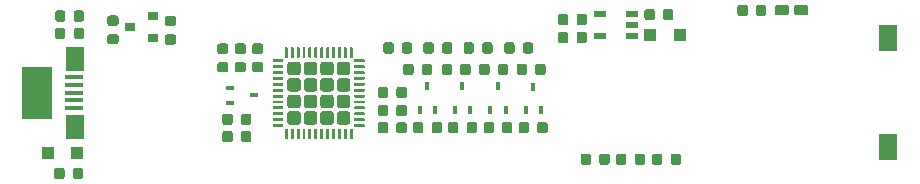
<source format=gtp>
G04 #@! TF.GenerationSoftware,KiCad,Pcbnew,(5.1.5-0-10_14)*
G04 #@! TF.CreationDate,2020-02-03T09:02:30-08:00*
G04 #@! TF.ProjectId,10440,31303434-302e-46b6-9963-61645f706362,rev?*
G04 #@! TF.SameCoordinates,Original*
G04 #@! TF.FileFunction,Paste,Top*
G04 #@! TF.FilePolarity,Positive*
%FSLAX46Y46*%
G04 Gerber Fmt 4.6, Leading zero omitted, Abs format (unit mm)*
G04 Created by KiCad (PCBNEW (5.1.5-0-10_14)) date 2020-02-03 09:02:30*
%MOMM*%
%LPD*%
G04 APERTURE LIST*
%ADD10R,0.700000X0.450000*%
%ADD11C,0.100000*%
%ADD12R,0.450000X0.700000*%
%ADD13R,1.050000X0.600000*%
%ADD14R,0.900000X0.800000*%
%ADD15R,1.500000X2.000000*%
%ADD16R,1.650000X0.400000*%
%ADD17R,2.500000X4.400000*%
%ADD18R,1.600000X2.180000*%
%ADD19R,1.000000X1.000000*%
G04 APERTURE END LIST*
D10*
X77980000Y-100185000D03*
X75980000Y-100835000D03*
X75980000Y-99535000D03*
D11*
G36*
X86318626Y-103005301D02*
G01*
X86324693Y-103006201D01*
X86330643Y-103007691D01*
X86336418Y-103009758D01*
X86341962Y-103012380D01*
X86347223Y-103015533D01*
X86352150Y-103019187D01*
X86356694Y-103023306D01*
X86360813Y-103027850D01*
X86364467Y-103032777D01*
X86367620Y-103038038D01*
X86370242Y-103043582D01*
X86372309Y-103049357D01*
X86373799Y-103055307D01*
X86374699Y-103061374D01*
X86375000Y-103067500D01*
X86375000Y-103817500D01*
X86374699Y-103823626D01*
X86373799Y-103829693D01*
X86372309Y-103835643D01*
X86370242Y-103841418D01*
X86367620Y-103846962D01*
X86364467Y-103852223D01*
X86360813Y-103857150D01*
X86356694Y-103861694D01*
X86352150Y-103865813D01*
X86347223Y-103869467D01*
X86341962Y-103872620D01*
X86336418Y-103875242D01*
X86330643Y-103877309D01*
X86324693Y-103878799D01*
X86318626Y-103879699D01*
X86312500Y-103880000D01*
X86187500Y-103880000D01*
X86181374Y-103879699D01*
X86175307Y-103878799D01*
X86169357Y-103877309D01*
X86163582Y-103875242D01*
X86158038Y-103872620D01*
X86152777Y-103869467D01*
X86147850Y-103865813D01*
X86143306Y-103861694D01*
X86139187Y-103857150D01*
X86135533Y-103852223D01*
X86132380Y-103846962D01*
X86129758Y-103841418D01*
X86127691Y-103835643D01*
X86126201Y-103829693D01*
X86125301Y-103823626D01*
X86125000Y-103817500D01*
X86125000Y-103067500D01*
X86125301Y-103061374D01*
X86126201Y-103055307D01*
X86127691Y-103049357D01*
X86129758Y-103043582D01*
X86132380Y-103038038D01*
X86135533Y-103032777D01*
X86139187Y-103027850D01*
X86143306Y-103023306D01*
X86147850Y-103019187D01*
X86152777Y-103015533D01*
X86158038Y-103012380D01*
X86163582Y-103009758D01*
X86169357Y-103007691D01*
X86175307Y-103006201D01*
X86181374Y-103005301D01*
X86187500Y-103005000D01*
X86312500Y-103005000D01*
X86318626Y-103005301D01*
G37*
G36*
X85818626Y-103005301D02*
G01*
X85824693Y-103006201D01*
X85830643Y-103007691D01*
X85836418Y-103009758D01*
X85841962Y-103012380D01*
X85847223Y-103015533D01*
X85852150Y-103019187D01*
X85856694Y-103023306D01*
X85860813Y-103027850D01*
X85864467Y-103032777D01*
X85867620Y-103038038D01*
X85870242Y-103043582D01*
X85872309Y-103049357D01*
X85873799Y-103055307D01*
X85874699Y-103061374D01*
X85875000Y-103067500D01*
X85875000Y-103817500D01*
X85874699Y-103823626D01*
X85873799Y-103829693D01*
X85872309Y-103835643D01*
X85870242Y-103841418D01*
X85867620Y-103846962D01*
X85864467Y-103852223D01*
X85860813Y-103857150D01*
X85856694Y-103861694D01*
X85852150Y-103865813D01*
X85847223Y-103869467D01*
X85841962Y-103872620D01*
X85836418Y-103875242D01*
X85830643Y-103877309D01*
X85824693Y-103878799D01*
X85818626Y-103879699D01*
X85812500Y-103880000D01*
X85687500Y-103880000D01*
X85681374Y-103879699D01*
X85675307Y-103878799D01*
X85669357Y-103877309D01*
X85663582Y-103875242D01*
X85658038Y-103872620D01*
X85652777Y-103869467D01*
X85647850Y-103865813D01*
X85643306Y-103861694D01*
X85639187Y-103857150D01*
X85635533Y-103852223D01*
X85632380Y-103846962D01*
X85629758Y-103841418D01*
X85627691Y-103835643D01*
X85626201Y-103829693D01*
X85625301Y-103823626D01*
X85625000Y-103817500D01*
X85625000Y-103067500D01*
X85625301Y-103061374D01*
X85626201Y-103055307D01*
X85627691Y-103049357D01*
X85629758Y-103043582D01*
X85632380Y-103038038D01*
X85635533Y-103032777D01*
X85639187Y-103027850D01*
X85643306Y-103023306D01*
X85647850Y-103019187D01*
X85652777Y-103015533D01*
X85658038Y-103012380D01*
X85663582Y-103009758D01*
X85669357Y-103007691D01*
X85675307Y-103006201D01*
X85681374Y-103005301D01*
X85687500Y-103005000D01*
X85812500Y-103005000D01*
X85818626Y-103005301D01*
G37*
G36*
X85318626Y-103005301D02*
G01*
X85324693Y-103006201D01*
X85330643Y-103007691D01*
X85336418Y-103009758D01*
X85341962Y-103012380D01*
X85347223Y-103015533D01*
X85352150Y-103019187D01*
X85356694Y-103023306D01*
X85360813Y-103027850D01*
X85364467Y-103032777D01*
X85367620Y-103038038D01*
X85370242Y-103043582D01*
X85372309Y-103049357D01*
X85373799Y-103055307D01*
X85374699Y-103061374D01*
X85375000Y-103067500D01*
X85375000Y-103817500D01*
X85374699Y-103823626D01*
X85373799Y-103829693D01*
X85372309Y-103835643D01*
X85370242Y-103841418D01*
X85367620Y-103846962D01*
X85364467Y-103852223D01*
X85360813Y-103857150D01*
X85356694Y-103861694D01*
X85352150Y-103865813D01*
X85347223Y-103869467D01*
X85341962Y-103872620D01*
X85336418Y-103875242D01*
X85330643Y-103877309D01*
X85324693Y-103878799D01*
X85318626Y-103879699D01*
X85312500Y-103880000D01*
X85187500Y-103880000D01*
X85181374Y-103879699D01*
X85175307Y-103878799D01*
X85169357Y-103877309D01*
X85163582Y-103875242D01*
X85158038Y-103872620D01*
X85152777Y-103869467D01*
X85147850Y-103865813D01*
X85143306Y-103861694D01*
X85139187Y-103857150D01*
X85135533Y-103852223D01*
X85132380Y-103846962D01*
X85129758Y-103841418D01*
X85127691Y-103835643D01*
X85126201Y-103829693D01*
X85125301Y-103823626D01*
X85125000Y-103817500D01*
X85125000Y-103067500D01*
X85125301Y-103061374D01*
X85126201Y-103055307D01*
X85127691Y-103049357D01*
X85129758Y-103043582D01*
X85132380Y-103038038D01*
X85135533Y-103032777D01*
X85139187Y-103027850D01*
X85143306Y-103023306D01*
X85147850Y-103019187D01*
X85152777Y-103015533D01*
X85158038Y-103012380D01*
X85163582Y-103009758D01*
X85169357Y-103007691D01*
X85175307Y-103006201D01*
X85181374Y-103005301D01*
X85187500Y-103005000D01*
X85312500Y-103005000D01*
X85318626Y-103005301D01*
G37*
G36*
X84818626Y-103005301D02*
G01*
X84824693Y-103006201D01*
X84830643Y-103007691D01*
X84836418Y-103009758D01*
X84841962Y-103012380D01*
X84847223Y-103015533D01*
X84852150Y-103019187D01*
X84856694Y-103023306D01*
X84860813Y-103027850D01*
X84864467Y-103032777D01*
X84867620Y-103038038D01*
X84870242Y-103043582D01*
X84872309Y-103049357D01*
X84873799Y-103055307D01*
X84874699Y-103061374D01*
X84875000Y-103067500D01*
X84875000Y-103817500D01*
X84874699Y-103823626D01*
X84873799Y-103829693D01*
X84872309Y-103835643D01*
X84870242Y-103841418D01*
X84867620Y-103846962D01*
X84864467Y-103852223D01*
X84860813Y-103857150D01*
X84856694Y-103861694D01*
X84852150Y-103865813D01*
X84847223Y-103869467D01*
X84841962Y-103872620D01*
X84836418Y-103875242D01*
X84830643Y-103877309D01*
X84824693Y-103878799D01*
X84818626Y-103879699D01*
X84812500Y-103880000D01*
X84687500Y-103880000D01*
X84681374Y-103879699D01*
X84675307Y-103878799D01*
X84669357Y-103877309D01*
X84663582Y-103875242D01*
X84658038Y-103872620D01*
X84652777Y-103869467D01*
X84647850Y-103865813D01*
X84643306Y-103861694D01*
X84639187Y-103857150D01*
X84635533Y-103852223D01*
X84632380Y-103846962D01*
X84629758Y-103841418D01*
X84627691Y-103835643D01*
X84626201Y-103829693D01*
X84625301Y-103823626D01*
X84625000Y-103817500D01*
X84625000Y-103067500D01*
X84625301Y-103061374D01*
X84626201Y-103055307D01*
X84627691Y-103049357D01*
X84629758Y-103043582D01*
X84632380Y-103038038D01*
X84635533Y-103032777D01*
X84639187Y-103027850D01*
X84643306Y-103023306D01*
X84647850Y-103019187D01*
X84652777Y-103015533D01*
X84658038Y-103012380D01*
X84663582Y-103009758D01*
X84669357Y-103007691D01*
X84675307Y-103006201D01*
X84681374Y-103005301D01*
X84687500Y-103005000D01*
X84812500Y-103005000D01*
X84818626Y-103005301D01*
G37*
G36*
X84318626Y-103005301D02*
G01*
X84324693Y-103006201D01*
X84330643Y-103007691D01*
X84336418Y-103009758D01*
X84341962Y-103012380D01*
X84347223Y-103015533D01*
X84352150Y-103019187D01*
X84356694Y-103023306D01*
X84360813Y-103027850D01*
X84364467Y-103032777D01*
X84367620Y-103038038D01*
X84370242Y-103043582D01*
X84372309Y-103049357D01*
X84373799Y-103055307D01*
X84374699Y-103061374D01*
X84375000Y-103067500D01*
X84375000Y-103817500D01*
X84374699Y-103823626D01*
X84373799Y-103829693D01*
X84372309Y-103835643D01*
X84370242Y-103841418D01*
X84367620Y-103846962D01*
X84364467Y-103852223D01*
X84360813Y-103857150D01*
X84356694Y-103861694D01*
X84352150Y-103865813D01*
X84347223Y-103869467D01*
X84341962Y-103872620D01*
X84336418Y-103875242D01*
X84330643Y-103877309D01*
X84324693Y-103878799D01*
X84318626Y-103879699D01*
X84312500Y-103880000D01*
X84187500Y-103880000D01*
X84181374Y-103879699D01*
X84175307Y-103878799D01*
X84169357Y-103877309D01*
X84163582Y-103875242D01*
X84158038Y-103872620D01*
X84152777Y-103869467D01*
X84147850Y-103865813D01*
X84143306Y-103861694D01*
X84139187Y-103857150D01*
X84135533Y-103852223D01*
X84132380Y-103846962D01*
X84129758Y-103841418D01*
X84127691Y-103835643D01*
X84126201Y-103829693D01*
X84125301Y-103823626D01*
X84125000Y-103817500D01*
X84125000Y-103067500D01*
X84125301Y-103061374D01*
X84126201Y-103055307D01*
X84127691Y-103049357D01*
X84129758Y-103043582D01*
X84132380Y-103038038D01*
X84135533Y-103032777D01*
X84139187Y-103027850D01*
X84143306Y-103023306D01*
X84147850Y-103019187D01*
X84152777Y-103015533D01*
X84158038Y-103012380D01*
X84163582Y-103009758D01*
X84169357Y-103007691D01*
X84175307Y-103006201D01*
X84181374Y-103005301D01*
X84187500Y-103005000D01*
X84312500Y-103005000D01*
X84318626Y-103005301D01*
G37*
G36*
X83818626Y-103005301D02*
G01*
X83824693Y-103006201D01*
X83830643Y-103007691D01*
X83836418Y-103009758D01*
X83841962Y-103012380D01*
X83847223Y-103015533D01*
X83852150Y-103019187D01*
X83856694Y-103023306D01*
X83860813Y-103027850D01*
X83864467Y-103032777D01*
X83867620Y-103038038D01*
X83870242Y-103043582D01*
X83872309Y-103049357D01*
X83873799Y-103055307D01*
X83874699Y-103061374D01*
X83875000Y-103067500D01*
X83875000Y-103817500D01*
X83874699Y-103823626D01*
X83873799Y-103829693D01*
X83872309Y-103835643D01*
X83870242Y-103841418D01*
X83867620Y-103846962D01*
X83864467Y-103852223D01*
X83860813Y-103857150D01*
X83856694Y-103861694D01*
X83852150Y-103865813D01*
X83847223Y-103869467D01*
X83841962Y-103872620D01*
X83836418Y-103875242D01*
X83830643Y-103877309D01*
X83824693Y-103878799D01*
X83818626Y-103879699D01*
X83812500Y-103880000D01*
X83687500Y-103880000D01*
X83681374Y-103879699D01*
X83675307Y-103878799D01*
X83669357Y-103877309D01*
X83663582Y-103875242D01*
X83658038Y-103872620D01*
X83652777Y-103869467D01*
X83647850Y-103865813D01*
X83643306Y-103861694D01*
X83639187Y-103857150D01*
X83635533Y-103852223D01*
X83632380Y-103846962D01*
X83629758Y-103841418D01*
X83627691Y-103835643D01*
X83626201Y-103829693D01*
X83625301Y-103823626D01*
X83625000Y-103817500D01*
X83625000Y-103067500D01*
X83625301Y-103061374D01*
X83626201Y-103055307D01*
X83627691Y-103049357D01*
X83629758Y-103043582D01*
X83632380Y-103038038D01*
X83635533Y-103032777D01*
X83639187Y-103027850D01*
X83643306Y-103023306D01*
X83647850Y-103019187D01*
X83652777Y-103015533D01*
X83658038Y-103012380D01*
X83663582Y-103009758D01*
X83669357Y-103007691D01*
X83675307Y-103006201D01*
X83681374Y-103005301D01*
X83687500Y-103005000D01*
X83812500Y-103005000D01*
X83818626Y-103005301D01*
G37*
G36*
X83318626Y-103005301D02*
G01*
X83324693Y-103006201D01*
X83330643Y-103007691D01*
X83336418Y-103009758D01*
X83341962Y-103012380D01*
X83347223Y-103015533D01*
X83352150Y-103019187D01*
X83356694Y-103023306D01*
X83360813Y-103027850D01*
X83364467Y-103032777D01*
X83367620Y-103038038D01*
X83370242Y-103043582D01*
X83372309Y-103049357D01*
X83373799Y-103055307D01*
X83374699Y-103061374D01*
X83375000Y-103067500D01*
X83375000Y-103817500D01*
X83374699Y-103823626D01*
X83373799Y-103829693D01*
X83372309Y-103835643D01*
X83370242Y-103841418D01*
X83367620Y-103846962D01*
X83364467Y-103852223D01*
X83360813Y-103857150D01*
X83356694Y-103861694D01*
X83352150Y-103865813D01*
X83347223Y-103869467D01*
X83341962Y-103872620D01*
X83336418Y-103875242D01*
X83330643Y-103877309D01*
X83324693Y-103878799D01*
X83318626Y-103879699D01*
X83312500Y-103880000D01*
X83187500Y-103880000D01*
X83181374Y-103879699D01*
X83175307Y-103878799D01*
X83169357Y-103877309D01*
X83163582Y-103875242D01*
X83158038Y-103872620D01*
X83152777Y-103869467D01*
X83147850Y-103865813D01*
X83143306Y-103861694D01*
X83139187Y-103857150D01*
X83135533Y-103852223D01*
X83132380Y-103846962D01*
X83129758Y-103841418D01*
X83127691Y-103835643D01*
X83126201Y-103829693D01*
X83125301Y-103823626D01*
X83125000Y-103817500D01*
X83125000Y-103067500D01*
X83125301Y-103061374D01*
X83126201Y-103055307D01*
X83127691Y-103049357D01*
X83129758Y-103043582D01*
X83132380Y-103038038D01*
X83135533Y-103032777D01*
X83139187Y-103027850D01*
X83143306Y-103023306D01*
X83147850Y-103019187D01*
X83152777Y-103015533D01*
X83158038Y-103012380D01*
X83163582Y-103009758D01*
X83169357Y-103007691D01*
X83175307Y-103006201D01*
X83181374Y-103005301D01*
X83187500Y-103005000D01*
X83312500Y-103005000D01*
X83318626Y-103005301D01*
G37*
G36*
X82818626Y-103005301D02*
G01*
X82824693Y-103006201D01*
X82830643Y-103007691D01*
X82836418Y-103009758D01*
X82841962Y-103012380D01*
X82847223Y-103015533D01*
X82852150Y-103019187D01*
X82856694Y-103023306D01*
X82860813Y-103027850D01*
X82864467Y-103032777D01*
X82867620Y-103038038D01*
X82870242Y-103043582D01*
X82872309Y-103049357D01*
X82873799Y-103055307D01*
X82874699Y-103061374D01*
X82875000Y-103067500D01*
X82875000Y-103817500D01*
X82874699Y-103823626D01*
X82873799Y-103829693D01*
X82872309Y-103835643D01*
X82870242Y-103841418D01*
X82867620Y-103846962D01*
X82864467Y-103852223D01*
X82860813Y-103857150D01*
X82856694Y-103861694D01*
X82852150Y-103865813D01*
X82847223Y-103869467D01*
X82841962Y-103872620D01*
X82836418Y-103875242D01*
X82830643Y-103877309D01*
X82824693Y-103878799D01*
X82818626Y-103879699D01*
X82812500Y-103880000D01*
X82687500Y-103880000D01*
X82681374Y-103879699D01*
X82675307Y-103878799D01*
X82669357Y-103877309D01*
X82663582Y-103875242D01*
X82658038Y-103872620D01*
X82652777Y-103869467D01*
X82647850Y-103865813D01*
X82643306Y-103861694D01*
X82639187Y-103857150D01*
X82635533Y-103852223D01*
X82632380Y-103846962D01*
X82629758Y-103841418D01*
X82627691Y-103835643D01*
X82626201Y-103829693D01*
X82625301Y-103823626D01*
X82625000Y-103817500D01*
X82625000Y-103067500D01*
X82625301Y-103061374D01*
X82626201Y-103055307D01*
X82627691Y-103049357D01*
X82629758Y-103043582D01*
X82632380Y-103038038D01*
X82635533Y-103032777D01*
X82639187Y-103027850D01*
X82643306Y-103023306D01*
X82647850Y-103019187D01*
X82652777Y-103015533D01*
X82658038Y-103012380D01*
X82663582Y-103009758D01*
X82669357Y-103007691D01*
X82675307Y-103006201D01*
X82681374Y-103005301D01*
X82687500Y-103005000D01*
X82812500Y-103005000D01*
X82818626Y-103005301D01*
G37*
G36*
X82318626Y-103005301D02*
G01*
X82324693Y-103006201D01*
X82330643Y-103007691D01*
X82336418Y-103009758D01*
X82341962Y-103012380D01*
X82347223Y-103015533D01*
X82352150Y-103019187D01*
X82356694Y-103023306D01*
X82360813Y-103027850D01*
X82364467Y-103032777D01*
X82367620Y-103038038D01*
X82370242Y-103043582D01*
X82372309Y-103049357D01*
X82373799Y-103055307D01*
X82374699Y-103061374D01*
X82375000Y-103067500D01*
X82375000Y-103817500D01*
X82374699Y-103823626D01*
X82373799Y-103829693D01*
X82372309Y-103835643D01*
X82370242Y-103841418D01*
X82367620Y-103846962D01*
X82364467Y-103852223D01*
X82360813Y-103857150D01*
X82356694Y-103861694D01*
X82352150Y-103865813D01*
X82347223Y-103869467D01*
X82341962Y-103872620D01*
X82336418Y-103875242D01*
X82330643Y-103877309D01*
X82324693Y-103878799D01*
X82318626Y-103879699D01*
X82312500Y-103880000D01*
X82187500Y-103880000D01*
X82181374Y-103879699D01*
X82175307Y-103878799D01*
X82169357Y-103877309D01*
X82163582Y-103875242D01*
X82158038Y-103872620D01*
X82152777Y-103869467D01*
X82147850Y-103865813D01*
X82143306Y-103861694D01*
X82139187Y-103857150D01*
X82135533Y-103852223D01*
X82132380Y-103846962D01*
X82129758Y-103841418D01*
X82127691Y-103835643D01*
X82126201Y-103829693D01*
X82125301Y-103823626D01*
X82125000Y-103817500D01*
X82125000Y-103067500D01*
X82125301Y-103061374D01*
X82126201Y-103055307D01*
X82127691Y-103049357D01*
X82129758Y-103043582D01*
X82132380Y-103038038D01*
X82135533Y-103032777D01*
X82139187Y-103027850D01*
X82143306Y-103023306D01*
X82147850Y-103019187D01*
X82152777Y-103015533D01*
X82158038Y-103012380D01*
X82163582Y-103009758D01*
X82169357Y-103007691D01*
X82175307Y-103006201D01*
X82181374Y-103005301D01*
X82187500Y-103005000D01*
X82312500Y-103005000D01*
X82318626Y-103005301D01*
G37*
G36*
X81818626Y-103005301D02*
G01*
X81824693Y-103006201D01*
X81830643Y-103007691D01*
X81836418Y-103009758D01*
X81841962Y-103012380D01*
X81847223Y-103015533D01*
X81852150Y-103019187D01*
X81856694Y-103023306D01*
X81860813Y-103027850D01*
X81864467Y-103032777D01*
X81867620Y-103038038D01*
X81870242Y-103043582D01*
X81872309Y-103049357D01*
X81873799Y-103055307D01*
X81874699Y-103061374D01*
X81875000Y-103067500D01*
X81875000Y-103817500D01*
X81874699Y-103823626D01*
X81873799Y-103829693D01*
X81872309Y-103835643D01*
X81870242Y-103841418D01*
X81867620Y-103846962D01*
X81864467Y-103852223D01*
X81860813Y-103857150D01*
X81856694Y-103861694D01*
X81852150Y-103865813D01*
X81847223Y-103869467D01*
X81841962Y-103872620D01*
X81836418Y-103875242D01*
X81830643Y-103877309D01*
X81824693Y-103878799D01*
X81818626Y-103879699D01*
X81812500Y-103880000D01*
X81687500Y-103880000D01*
X81681374Y-103879699D01*
X81675307Y-103878799D01*
X81669357Y-103877309D01*
X81663582Y-103875242D01*
X81658038Y-103872620D01*
X81652777Y-103869467D01*
X81647850Y-103865813D01*
X81643306Y-103861694D01*
X81639187Y-103857150D01*
X81635533Y-103852223D01*
X81632380Y-103846962D01*
X81629758Y-103841418D01*
X81627691Y-103835643D01*
X81626201Y-103829693D01*
X81625301Y-103823626D01*
X81625000Y-103817500D01*
X81625000Y-103067500D01*
X81625301Y-103061374D01*
X81626201Y-103055307D01*
X81627691Y-103049357D01*
X81629758Y-103043582D01*
X81632380Y-103038038D01*
X81635533Y-103032777D01*
X81639187Y-103027850D01*
X81643306Y-103023306D01*
X81647850Y-103019187D01*
X81652777Y-103015533D01*
X81658038Y-103012380D01*
X81663582Y-103009758D01*
X81669357Y-103007691D01*
X81675307Y-103006201D01*
X81681374Y-103005301D01*
X81687500Y-103005000D01*
X81812500Y-103005000D01*
X81818626Y-103005301D01*
G37*
G36*
X81318626Y-103005301D02*
G01*
X81324693Y-103006201D01*
X81330643Y-103007691D01*
X81336418Y-103009758D01*
X81341962Y-103012380D01*
X81347223Y-103015533D01*
X81352150Y-103019187D01*
X81356694Y-103023306D01*
X81360813Y-103027850D01*
X81364467Y-103032777D01*
X81367620Y-103038038D01*
X81370242Y-103043582D01*
X81372309Y-103049357D01*
X81373799Y-103055307D01*
X81374699Y-103061374D01*
X81375000Y-103067500D01*
X81375000Y-103817500D01*
X81374699Y-103823626D01*
X81373799Y-103829693D01*
X81372309Y-103835643D01*
X81370242Y-103841418D01*
X81367620Y-103846962D01*
X81364467Y-103852223D01*
X81360813Y-103857150D01*
X81356694Y-103861694D01*
X81352150Y-103865813D01*
X81347223Y-103869467D01*
X81341962Y-103872620D01*
X81336418Y-103875242D01*
X81330643Y-103877309D01*
X81324693Y-103878799D01*
X81318626Y-103879699D01*
X81312500Y-103880000D01*
X81187500Y-103880000D01*
X81181374Y-103879699D01*
X81175307Y-103878799D01*
X81169357Y-103877309D01*
X81163582Y-103875242D01*
X81158038Y-103872620D01*
X81152777Y-103869467D01*
X81147850Y-103865813D01*
X81143306Y-103861694D01*
X81139187Y-103857150D01*
X81135533Y-103852223D01*
X81132380Y-103846962D01*
X81129758Y-103841418D01*
X81127691Y-103835643D01*
X81126201Y-103829693D01*
X81125301Y-103823626D01*
X81125000Y-103817500D01*
X81125000Y-103067500D01*
X81125301Y-103061374D01*
X81126201Y-103055307D01*
X81127691Y-103049357D01*
X81129758Y-103043582D01*
X81132380Y-103038038D01*
X81135533Y-103032777D01*
X81139187Y-103027850D01*
X81143306Y-103023306D01*
X81147850Y-103019187D01*
X81152777Y-103015533D01*
X81158038Y-103012380D01*
X81163582Y-103009758D01*
X81169357Y-103007691D01*
X81175307Y-103006201D01*
X81181374Y-103005301D01*
X81187500Y-103005000D01*
X81312500Y-103005000D01*
X81318626Y-103005301D01*
G37*
G36*
X80818626Y-103005301D02*
G01*
X80824693Y-103006201D01*
X80830643Y-103007691D01*
X80836418Y-103009758D01*
X80841962Y-103012380D01*
X80847223Y-103015533D01*
X80852150Y-103019187D01*
X80856694Y-103023306D01*
X80860813Y-103027850D01*
X80864467Y-103032777D01*
X80867620Y-103038038D01*
X80870242Y-103043582D01*
X80872309Y-103049357D01*
X80873799Y-103055307D01*
X80874699Y-103061374D01*
X80875000Y-103067500D01*
X80875000Y-103817500D01*
X80874699Y-103823626D01*
X80873799Y-103829693D01*
X80872309Y-103835643D01*
X80870242Y-103841418D01*
X80867620Y-103846962D01*
X80864467Y-103852223D01*
X80860813Y-103857150D01*
X80856694Y-103861694D01*
X80852150Y-103865813D01*
X80847223Y-103869467D01*
X80841962Y-103872620D01*
X80836418Y-103875242D01*
X80830643Y-103877309D01*
X80824693Y-103878799D01*
X80818626Y-103879699D01*
X80812500Y-103880000D01*
X80687500Y-103880000D01*
X80681374Y-103879699D01*
X80675307Y-103878799D01*
X80669357Y-103877309D01*
X80663582Y-103875242D01*
X80658038Y-103872620D01*
X80652777Y-103869467D01*
X80647850Y-103865813D01*
X80643306Y-103861694D01*
X80639187Y-103857150D01*
X80635533Y-103852223D01*
X80632380Y-103846962D01*
X80629758Y-103841418D01*
X80627691Y-103835643D01*
X80626201Y-103829693D01*
X80625301Y-103823626D01*
X80625000Y-103817500D01*
X80625000Y-103067500D01*
X80625301Y-103061374D01*
X80626201Y-103055307D01*
X80627691Y-103049357D01*
X80629758Y-103043582D01*
X80632380Y-103038038D01*
X80635533Y-103032777D01*
X80639187Y-103027850D01*
X80643306Y-103023306D01*
X80647850Y-103019187D01*
X80652777Y-103015533D01*
X80658038Y-103012380D01*
X80663582Y-103009758D01*
X80669357Y-103007691D01*
X80675307Y-103006201D01*
X80681374Y-103005301D01*
X80687500Y-103005000D01*
X80812500Y-103005000D01*
X80818626Y-103005301D01*
G37*
G36*
X80443626Y-102630301D02*
G01*
X80449693Y-102631201D01*
X80455643Y-102632691D01*
X80461418Y-102634758D01*
X80466962Y-102637380D01*
X80472223Y-102640533D01*
X80477150Y-102644187D01*
X80481694Y-102648306D01*
X80485813Y-102652850D01*
X80489467Y-102657777D01*
X80492620Y-102663038D01*
X80495242Y-102668582D01*
X80497309Y-102674357D01*
X80498799Y-102680307D01*
X80499699Y-102686374D01*
X80500000Y-102692500D01*
X80500000Y-102817500D01*
X80499699Y-102823626D01*
X80498799Y-102829693D01*
X80497309Y-102835643D01*
X80495242Y-102841418D01*
X80492620Y-102846962D01*
X80489467Y-102852223D01*
X80485813Y-102857150D01*
X80481694Y-102861694D01*
X80477150Y-102865813D01*
X80472223Y-102869467D01*
X80466962Y-102872620D01*
X80461418Y-102875242D01*
X80455643Y-102877309D01*
X80449693Y-102878799D01*
X80443626Y-102879699D01*
X80437500Y-102880000D01*
X79687500Y-102880000D01*
X79681374Y-102879699D01*
X79675307Y-102878799D01*
X79669357Y-102877309D01*
X79663582Y-102875242D01*
X79658038Y-102872620D01*
X79652777Y-102869467D01*
X79647850Y-102865813D01*
X79643306Y-102861694D01*
X79639187Y-102857150D01*
X79635533Y-102852223D01*
X79632380Y-102846962D01*
X79629758Y-102841418D01*
X79627691Y-102835643D01*
X79626201Y-102829693D01*
X79625301Y-102823626D01*
X79625000Y-102817500D01*
X79625000Y-102692500D01*
X79625301Y-102686374D01*
X79626201Y-102680307D01*
X79627691Y-102674357D01*
X79629758Y-102668582D01*
X79632380Y-102663038D01*
X79635533Y-102657777D01*
X79639187Y-102652850D01*
X79643306Y-102648306D01*
X79647850Y-102644187D01*
X79652777Y-102640533D01*
X79658038Y-102637380D01*
X79663582Y-102634758D01*
X79669357Y-102632691D01*
X79675307Y-102631201D01*
X79681374Y-102630301D01*
X79687500Y-102630000D01*
X80437500Y-102630000D01*
X80443626Y-102630301D01*
G37*
G36*
X80443626Y-102130301D02*
G01*
X80449693Y-102131201D01*
X80455643Y-102132691D01*
X80461418Y-102134758D01*
X80466962Y-102137380D01*
X80472223Y-102140533D01*
X80477150Y-102144187D01*
X80481694Y-102148306D01*
X80485813Y-102152850D01*
X80489467Y-102157777D01*
X80492620Y-102163038D01*
X80495242Y-102168582D01*
X80497309Y-102174357D01*
X80498799Y-102180307D01*
X80499699Y-102186374D01*
X80500000Y-102192500D01*
X80500000Y-102317500D01*
X80499699Y-102323626D01*
X80498799Y-102329693D01*
X80497309Y-102335643D01*
X80495242Y-102341418D01*
X80492620Y-102346962D01*
X80489467Y-102352223D01*
X80485813Y-102357150D01*
X80481694Y-102361694D01*
X80477150Y-102365813D01*
X80472223Y-102369467D01*
X80466962Y-102372620D01*
X80461418Y-102375242D01*
X80455643Y-102377309D01*
X80449693Y-102378799D01*
X80443626Y-102379699D01*
X80437500Y-102380000D01*
X79687500Y-102380000D01*
X79681374Y-102379699D01*
X79675307Y-102378799D01*
X79669357Y-102377309D01*
X79663582Y-102375242D01*
X79658038Y-102372620D01*
X79652777Y-102369467D01*
X79647850Y-102365813D01*
X79643306Y-102361694D01*
X79639187Y-102357150D01*
X79635533Y-102352223D01*
X79632380Y-102346962D01*
X79629758Y-102341418D01*
X79627691Y-102335643D01*
X79626201Y-102329693D01*
X79625301Y-102323626D01*
X79625000Y-102317500D01*
X79625000Y-102192500D01*
X79625301Y-102186374D01*
X79626201Y-102180307D01*
X79627691Y-102174357D01*
X79629758Y-102168582D01*
X79632380Y-102163038D01*
X79635533Y-102157777D01*
X79639187Y-102152850D01*
X79643306Y-102148306D01*
X79647850Y-102144187D01*
X79652777Y-102140533D01*
X79658038Y-102137380D01*
X79663582Y-102134758D01*
X79669357Y-102132691D01*
X79675307Y-102131201D01*
X79681374Y-102130301D01*
X79687500Y-102130000D01*
X80437500Y-102130000D01*
X80443626Y-102130301D01*
G37*
G36*
X80443626Y-101630301D02*
G01*
X80449693Y-101631201D01*
X80455643Y-101632691D01*
X80461418Y-101634758D01*
X80466962Y-101637380D01*
X80472223Y-101640533D01*
X80477150Y-101644187D01*
X80481694Y-101648306D01*
X80485813Y-101652850D01*
X80489467Y-101657777D01*
X80492620Y-101663038D01*
X80495242Y-101668582D01*
X80497309Y-101674357D01*
X80498799Y-101680307D01*
X80499699Y-101686374D01*
X80500000Y-101692500D01*
X80500000Y-101817500D01*
X80499699Y-101823626D01*
X80498799Y-101829693D01*
X80497309Y-101835643D01*
X80495242Y-101841418D01*
X80492620Y-101846962D01*
X80489467Y-101852223D01*
X80485813Y-101857150D01*
X80481694Y-101861694D01*
X80477150Y-101865813D01*
X80472223Y-101869467D01*
X80466962Y-101872620D01*
X80461418Y-101875242D01*
X80455643Y-101877309D01*
X80449693Y-101878799D01*
X80443626Y-101879699D01*
X80437500Y-101880000D01*
X79687500Y-101880000D01*
X79681374Y-101879699D01*
X79675307Y-101878799D01*
X79669357Y-101877309D01*
X79663582Y-101875242D01*
X79658038Y-101872620D01*
X79652777Y-101869467D01*
X79647850Y-101865813D01*
X79643306Y-101861694D01*
X79639187Y-101857150D01*
X79635533Y-101852223D01*
X79632380Y-101846962D01*
X79629758Y-101841418D01*
X79627691Y-101835643D01*
X79626201Y-101829693D01*
X79625301Y-101823626D01*
X79625000Y-101817500D01*
X79625000Y-101692500D01*
X79625301Y-101686374D01*
X79626201Y-101680307D01*
X79627691Y-101674357D01*
X79629758Y-101668582D01*
X79632380Y-101663038D01*
X79635533Y-101657777D01*
X79639187Y-101652850D01*
X79643306Y-101648306D01*
X79647850Y-101644187D01*
X79652777Y-101640533D01*
X79658038Y-101637380D01*
X79663582Y-101634758D01*
X79669357Y-101632691D01*
X79675307Y-101631201D01*
X79681374Y-101630301D01*
X79687500Y-101630000D01*
X80437500Y-101630000D01*
X80443626Y-101630301D01*
G37*
G36*
X80443626Y-101130301D02*
G01*
X80449693Y-101131201D01*
X80455643Y-101132691D01*
X80461418Y-101134758D01*
X80466962Y-101137380D01*
X80472223Y-101140533D01*
X80477150Y-101144187D01*
X80481694Y-101148306D01*
X80485813Y-101152850D01*
X80489467Y-101157777D01*
X80492620Y-101163038D01*
X80495242Y-101168582D01*
X80497309Y-101174357D01*
X80498799Y-101180307D01*
X80499699Y-101186374D01*
X80500000Y-101192500D01*
X80500000Y-101317500D01*
X80499699Y-101323626D01*
X80498799Y-101329693D01*
X80497309Y-101335643D01*
X80495242Y-101341418D01*
X80492620Y-101346962D01*
X80489467Y-101352223D01*
X80485813Y-101357150D01*
X80481694Y-101361694D01*
X80477150Y-101365813D01*
X80472223Y-101369467D01*
X80466962Y-101372620D01*
X80461418Y-101375242D01*
X80455643Y-101377309D01*
X80449693Y-101378799D01*
X80443626Y-101379699D01*
X80437500Y-101380000D01*
X79687500Y-101380000D01*
X79681374Y-101379699D01*
X79675307Y-101378799D01*
X79669357Y-101377309D01*
X79663582Y-101375242D01*
X79658038Y-101372620D01*
X79652777Y-101369467D01*
X79647850Y-101365813D01*
X79643306Y-101361694D01*
X79639187Y-101357150D01*
X79635533Y-101352223D01*
X79632380Y-101346962D01*
X79629758Y-101341418D01*
X79627691Y-101335643D01*
X79626201Y-101329693D01*
X79625301Y-101323626D01*
X79625000Y-101317500D01*
X79625000Y-101192500D01*
X79625301Y-101186374D01*
X79626201Y-101180307D01*
X79627691Y-101174357D01*
X79629758Y-101168582D01*
X79632380Y-101163038D01*
X79635533Y-101157777D01*
X79639187Y-101152850D01*
X79643306Y-101148306D01*
X79647850Y-101144187D01*
X79652777Y-101140533D01*
X79658038Y-101137380D01*
X79663582Y-101134758D01*
X79669357Y-101132691D01*
X79675307Y-101131201D01*
X79681374Y-101130301D01*
X79687500Y-101130000D01*
X80437500Y-101130000D01*
X80443626Y-101130301D01*
G37*
G36*
X80443626Y-100630301D02*
G01*
X80449693Y-100631201D01*
X80455643Y-100632691D01*
X80461418Y-100634758D01*
X80466962Y-100637380D01*
X80472223Y-100640533D01*
X80477150Y-100644187D01*
X80481694Y-100648306D01*
X80485813Y-100652850D01*
X80489467Y-100657777D01*
X80492620Y-100663038D01*
X80495242Y-100668582D01*
X80497309Y-100674357D01*
X80498799Y-100680307D01*
X80499699Y-100686374D01*
X80500000Y-100692500D01*
X80500000Y-100817500D01*
X80499699Y-100823626D01*
X80498799Y-100829693D01*
X80497309Y-100835643D01*
X80495242Y-100841418D01*
X80492620Y-100846962D01*
X80489467Y-100852223D01*
X80485813Y-100857150D01*
X80481694Y-100861694D01*
X80477150Y-100865813D01*
X80472223Y-100869467D01*
X80466962Y-100872620D01*
X80461418Y-100875242D01*
X80455643Y-100877309D01*
X80449693Y-100878799D01*
X80443626Y-100879699D01*
X80437500Y-100880000D01*
X79687500Y-100880000D01*
X79681374Y-100879699D01*
X79675307Y-100878799D01*
X79669357Y-100877309D01*
X79663582Y-100875242D01*
X79658038Y-100872620D01*
X79652777Y-100869467D01*
X79647850Y-100865813D01*
X79643306Y-100861694D01*
X79639187Y-100857150D01*
X79635533Y-100852223D01*
X79632380Y-100846962D01*
X79629758Y-100841418D01*
X79627691Y-100835643D01*
X79626201Y-100829693D01*
X79625301Y-100823626D01*
X79625000Y-100817500D01*
X79625000Y-100692500D01*
X79625301Y-100686374D01*
X79626201Y-100680307D01*
X79627691Y-100674357D01*
X79629758Y-100668582D01*
X79632380Y-100663038D01*
X79635533Y-100657777D01*
X79639187Y-100652850D01*
X79643306Y-100648306D01*
X79647850Y-100644187D01*
X79652777Y-100640533D01*
X79658038Y-100637380D01*
X79663582Y-100634758D01*
X79669357Y-100632691D01*
X79675307Y-100631201D01*
X79681374Y-100630301D01*
X79687500Y-100630000D01*
X80437500Y-100630000D01*
X80443626Y-100630301D01*
G37*
G36*
X80443626Y-100130301D02*
G01*
X80449693Y-100131201D01*
X80455643Y-100132691D01*
X80461418Y-100134758D01*
X80466962Y-100137380D01*
X80472223Y-100140533D01*
X80477150Y-100144187D01*
X80481694Y-100148306D01*
X80485813Y-100152850D01*
X80489467Y-100157777D01*
X80492620Y-100163038D01*
X80495242Y-100168582D01*
X80497309Y-100174357D01*
X80498799Y-100180307D01*
X80499699Y-100186374D01*
X80500000Y-100192500D01*
X80500000Y-100317500D01*
X80499699Y-100323626D01*
X80498799Y-100329693D01*
X80497309Y-100335643D01*
X80495242Y-100341418D01*
X80492620Y-100346962D01*
X80489467Y-100352223D01*
X80485813Y-100357150D01*
X80481694Y-100361694D01*
X80477150Y-100365813D01*
X80472223Y-100369467D01*
X80466962Y-100372620D01*
X80461418Y-100375242D01*
X80455643Y-100377309D01*
X80449693Y-100378799D01*
X80443626Y-100379699D01*
X80437500Y-100380000D01*
X79687500Y-100380000D01*
X79681374Y-100379699D01*
X79675307Y-100378799D01*
X79669357Y-100377309D01*
X79663582Y-100375242D01*
X79658038Y-100372620D01*
X79652777Y-100369467D01*
X79647850Y-100365813D01*
X79643306Y-100361694D01*
X79639187Y-100357150D01*
X79635533Y-100352223D01*
X79632380Y-100346962D01*
X79629758Y-100341418D01*
X79627691Y-100335643D01*
X79626201Y-100329693D01*
X79625301Y-100323626D01*
X79625000Y-100317500D01*
X79625000Y-100192500D01*
X79625301Y-100186374D01*
X79626201Y-100180307D01*
X79627691Y-100174357D01*
X79629758Y-100168582D01*
X79632380Y-100163038D01*
X79635533Y-100157777D01*
X79639187Y-100152850D01*
X79643306Y-100148306D01*
X79647850Y-100144187D01*
X79652777Y-100140533D01*
X79658038Y-100137380D01*
X79663582Y-100134758D01*
X79669357Y-100132691D01*
X79675307Y-100131201D01*
X79681374Y-100130301D01*
X79687500Y-100130000D01*
X80437500Y-100130000D01*
X80443626Y-100130301D01*
G37*
G36*
X80443626Y-99630301D02*
G01*
X80449693Y-99631201D01*
X80455643Y-99632691D01*
X80461418Y-99634758D01*
X80466962Y-99637380D01*
X80472223Y-99640533D01*
X80477150Y-99644187D01*
X80481694Y-99648306D01*
X80485813Y-99652850D01*
X80489467Y-99657777D01*
X80492620Y-99663038D01*
X80495242Y-99668582D01*
X80497309Y-99674357D01*
X80498799Y-99680307D01*
X80499699Y-99686374D01*
X80500000Y-99692500D01*
X80500000Y-99817500D01*
X80499699Y-99823626D01*
X80498799Y-99829693D01*
X80497309Y-99835643D01*
X80495242Y-99841418D01*
X80492620Y-99846962D01*
X80489467Y-99852223D01*
X80485813Y-99857150D01*
X80481694Y-99861694D01*
X80477150Y-99865813D01*
X80472223Y-99869467D01*
X80466962Y-99872620D01*
X80461418Y-99875242D01*
X80455643Y-99877309D01*
X80449693Y-99878799D01*
X80443626Y-99879699D01*
X80437500Y-99880000D01*
X79687500Y-99880000D01*
X79681374Y-99879699D01*
X79675307Y-99878799D01*
X79669357Y-99877309D01*
X79663582Y-99875242D01*
X79658038Y-99872620D01*
X79652777Y-99869467D01*
X79647850Y-99865813D01*
X79643306Y-99861694D01*
X79639187Y-99857150D01*
X79635533Y-99852223D01*
X79632380Y-99846962D01*
X79629758Y-99841418D01*
X79627691Y-99835643D01*
X79626201Y-99829693D01*
X79625301Y-99823626D01*
X79625000Y-99817500D01*
X79625000Y-99692500D01*
X79625301Y-99686374D01*
X79626201Y-99680307D01*
X79627691Y-99674357D01*
X79629758Y-99668582D01*
X79632380Y-99663038D01*
X79635533Y-99657777D01*
X79639187Y-99652850D01*
X79643306Y-99648306D01*
X79647850Y-99644187D01*
X79652777Y-99640533D01*
X79658038Y-99637380D01*
X79663582Y-99634758D01*
X79669357Y-99632691D01*
X79675307Y-99631201D01*
X79681374Y-99630301D01*
X79687500Y-99630000D01*
X80437500Y-99630000D01*
X80443626Y-99630301D01*
G37*
G36*
X80443626Y-99130301D02*
G01*
X80449693Y-99131201D01*
X80455643Y-99132691D01*
X80461418Y-99134758D01*
X80466962Y-99137380D01*
X80472223Y-99140533D01*
X80477150Y-99144187D01*
X80481694Y-99148306D01*
X80485813Y-99152850D01*
X80489467Y-99157777D01*
X80492620Y-99163038D01*
X80495242Y-99168582D01*
X80497309Y-99174357D01*
X80498799Y-99180307D01*
X80499699Y-99186374D01*
X80500000Y-99192500D01*
X80500000Y-99317500D01*
X80499699Y-99323626D01*
X80498799Y-99329693D01*
X80497309Y-99335643D01*
X80495242Y-99341418D01*
X80492620Y-99346962D01*
X80489467Y-99352223D01*
X80485813Y-99357150D01*
X80481694Y-99361694D01*
X80477150Y-99365813D01*
X80472223Y-99369467D01*
X80466962Y-99372620D01*
X80461418Y-99375242D01*
X80455643Y-99377309D01*
X80449693Y-99378799D01*
X80443626Y-99379699D01*
X80437500Y-99380000D01*
X79687500Y-99380000D01*
X79681374Y-99379699D01*
X79675307Y-99378799D01*
X79669357Y-99377309D01*
X79663582Y-99375242D01*
X79658038Y-99372620D01*
X79652777Y-99369467D01*
X79647850Y-99365813D01*
X79643306Y-99361694D01*
X79639187Y-99357150D01*
X79635533Y-99352223D01*
X79632380Y-99346962D01*
X79629758Y-99341418D01*
X79627691Y-99335643D01*
X79626201Y-99329693D01*
X79625301Y-99323626D01*
X79625000Y-99317500D01*
X79625000Y-99192500D01*
X79625301Y-99186374D01*
X79626201Y-99180307D01*
X79627691Y-99174357D01*
X79629758Y-99168582D01*
X79632380Y-99163038D01*
X79635533Y-99157777D01*
X79639187Y-99152850D01*
X79643306Y-99148306D01*
X79647850Y-99144187D01*
X79652777Y-99140533D01*
X79658038Y-99137380D01*
X79663582Y-99134758D01*
X79669357Y-99132691D01*
X79675307Y-99131201D01*
X79681374Y-99130301D01*
X79687500Y-99130000D01*
X80437500Y-99130000D01*
X80443626Y-99130301D01*
G37*
G36*
X80443626Y-98630301D02*
G01*
X80449693Y-98631201D01*
X80455643Y-98632691D01*
X80461418Y-98634758D01*
X80466962Y-98637380D01*
X80472223Y-98640533D01*
X80477150Y-98644187D01*
X80481694Y-98648306D01*
X80485813Y-98652850D01*
X80489467Y-98657777D01*
X80492620Y-98663038D01*
X80495242Y-98668582D01*
X80497309Y-98674357D01*
X80498799Y-98680307D01*
X80499699Y-98686374D01*
X80500000Y-98692500D01*
X80500000Y-98817500D01*
X80499699Y-98823626D01*
X80498799Y-98829693D01*
X80497309Y-98835643D01*
X80495242Y-98841418D01*
X80492620Y-98846962D01*
X80489467Y-98852223D01*
X80485813Y-98857150D01*
X80481694Y-98861694D01*
X80477150Y-98865813D01*
X80472223Y-98869467D01*
X80466962Y-98872620D01*
X80461418Y-98875242D01*
X80455643Y-98877309D01*
X80449693Y-98878799D01*
X80443626Y-98879699D01*
X80437500Y-98880000D01*
X79687500Y-98880000D01*
X79681374Y-98879699D01*
X79675307Y-98878799D01*
X79669357Y-98877309D01*
X79663582Y-98875242D01*
X79658038Y-98872620D01*
X79652777Y-98869467D01*
X79647850Y-98865813D01*
X79643306Y-98861694D01*
X79639187Y-98857150D01*
X79635533Y-98852223D01*
X79632380Y-98846962D01*
X79629758Y-98841418D01*
X79627691Y-98835643D01*
X79626201Y-98829693D01*
X79625301Y-98823626D01*
X79625000Y-98817500D01*
X79625000Y-98692500D01*
X79625301Y-98686374D01*
X79626201Y-98680307D01*
X79627691Y-98674357D01*
X79629758Y-98668582D01*
X79632380Y-98663038D01*
X79635533Y-98657777D01*
X79639187Y-98652850D01*
X79643306Y-98648306D01*
X79647850Y-98644187D01*
X79652777Y-98640533D01*
X79658038Y-98637380D01*
X79663582Y-98634758D01*
X79669357Y-98632691D01*
X79675307Y-98631201D01*
X79681374Y-98630301D01*
X79687500Y-98630000D01*
X80437500Y-98630000D01*
X80443626Y-98630301D01*
G37*
G36*
X80443626Y-98130301D02*
G01*
X80449693Y-98131201D01*
X80455643Y-98132691D01*
X80461418Y-98134758D01*
X80466962Y-98137380D01*
X80472223Y-98140533D01*
X80477150Y-98144187D01*
X80481694Y-98148306D01*
X80485813Y-98152850D01*
X80489467Y-98157777D01*
X80492620Y-98163038D01*
X80495242Y-98168582D01*
X80497309Y-98174357D01*
X80498799Y-98180307D01*
X80499699Y-98186374D01*
X80500000Y-98192500D01*
X80500000Y-98317500D01*
X80499699Y-98323626D01*
X80498799Y-98329693D01*
X80497309Y-98335643D01*
X80495242Y-98341418D01*
X80492620Y-98346962D01*
X80489467Y-98352223D01*
X80485813Y-98357150D01*
X80481694Y-98361694D01*
X80477150Y-98365813D01*
X80472223Y-98369467D01*
X80466962Y-98372620D01*
X80461418Y-98375242D01*
X80455643Y-98377309D01*
X80449693Y-98378799D01*
X80443626Y-98379699D01*
X80437500Y-98380000D01*
X79687500Y-98380000D01*
X79681374Y-98379699D01*
X79675307Y-98378799D01*
X79669357Y-98377309D01*
X79663582Y-98375242D01*
X79658038Y-98372620D01*
X79652777Y-98369467D01*
X79647850Y-98365813D01*
X79643306Y-98361694D01*
X79639187Y-98357150D01*
X79635533Y-98352223D01*
X79632380Y-98346962D01*
X79629758Y-98341418D01*
X79627691Y-98335643D01*
X79626201Y-98329693D01*
X79625301Y-98323626D01*
X79625000Y-98317500D01*
X79625000Y-98192500D01*
X79625301Y-98186374D01*
X79626201Y-98180307D01*
X79627691Y-98174357D01*
X79629758Y-98168582D01*
X79632380Y-98163038D01*
X79635533Y-98157777D01*
X79639187Y-98152850D01*
X79643306Y-98148306D01*
X79647850Y-98144187D01*
X79652777Y-98140533D01*
X79658038Y-98137380D01*
X79663582Y-98134758D01*
X79669357Y-98132691D01*
X79675307Y-98131201D01*
X79681374Y-98130301D01*
X79687500Y-98130000D01*
X80437500Y-98130000D01*
X80443626Y-98130301D01*
G37*
G36*
X80443626Y-97630301D02*
G01*
X80449693Y-97631201D01*
X80455643Y-97632691D01*
X80461418Y-97634758D01*
X80466962Y-97637380D01*
X80472223Y-97640533D01*
X80477150Y-97644187D01*
X80481694Y-97648306D01*
X80485813Y-97652850D01*
X80489467Y-97657777D01*
X80492620Y-97663038D01*
X80495242Y-97668582D01*
X80497309Y-97674357D01*
X80498799Y-97680307D01*
X80499699Y-97686374D01*
X80500000Y-97692500D01*
X80500000Y-97817500D01*
X80499699Y-97823626D01*
X80498799Y-97829693D01*
X80497309Y-97835643D01*
X80495242Y-97841418D01*
X80492620Y-97846962D01*
X80489467Y-97852223D01*
X80485813Y-97857150D01*
X80481694Y-97861694D01*
X80477150Y-97865813D01*
X80472223Y-97869467D01*
X80466962Y-97872620D01*
X80461418Y-97875242D01*
X80455643Y-97877309D01*
X80449693Y-97878799D01*
X80443626Y-97879699D01*
X80437500Y-97880000D01*
X79687500Y-97880000D01*
X79681374Y-97879699D01*
X79675307Y-97878799D01*
X79669357Y-97877309D01*
X79663582Y-97875242D01*
X79658038Y-97872620D01*
X79652777Y-97869467D01*
X79647850Y-97865813D01*
X79643306Y-97861694D01*
X79639187Y-97857150D01*
X79635533Y-97852223D01*
X79632380Y-97846962D01*
X79629758Y-97841418D01*
X79627691Y-97835643D01*
X79626201Y-97829693D01*
X79625301Y-97823626D01*
X79625000Y-97817500D01*
X79625000Y-97692500D01*
X79625301Y-97686374D01*
X79626201Y-97680307D01*
X79627691Y-97674357D01*
X79629758Y-97668582D01*
X79632380Y-97663038D01*
X79635533Y-97657777D01*
X79639187Y-97652850D01*
X79643306Y-97648306D01*
X79647850Y-97644187D01*
X79652777Y-97640533D01*
X79658038Y-97637380D01*
X79663582Y-97634758D01*
X79669357Y-97632691D01*
X79675307Y-97631201D01*
X79681374Y-97630301D01*
X79687500Y-97630000D01*
X80437500Y-97630000D01*
X80443626Y-97630301D01*
G37*
G36*
X80443626Y-97130301D02*
G01*
X80449693Y-97131201D01*
X80455643Y-97132691D01*
X80461418Y-97134758D01*
X80466962Y-97137380D01*
X80472223Y-97140533D01*
X80477150Y-97144187D01*
X80481694Y-97148306D01*
X80485813Y-97152850D01*
X80489467Y-97157777D01*
X80492620Y-97163038D01*
X80495242Y-97168582D01*
X80497309Y-97174357D01*
X80498799Y-97180307D01*
X80499699Y-97186374D01*
X80500000Y-97192500D01*
X80500000Y-97317500D01*
X80499699Y-97323626D01*
X80498799Y-97329693D01*
X80497309Y-97335643D01*
X80495242Y-97341418D01*
X80492620Y-97346962D01*
X80489467Y-97352223D01*
X80485813Y-97357150D01*
X80481694Y-97361694D01*
X80477150Y-97365813D01*
X80472223Y-97369467D01*
X80466962Y-97372620D01*
X80461418Y-97375242D01*
X80455643Y-97377309D01*
X80449693Y-97378799D01*
X80443626Y-97379699D01*
X80437500Y-97380000D01*
X79687500Y-97380000D01*
X79681374Y-97379699D01*
X79675307Y-97378799D01*
X79669357Y-97377309D01*
X79663582Y-97375242D01*
X79658038Y-97372620D01*
X79652777Y-97369467D01*
X79647850Y-97365813D01*
X79643306Y-97361694D01*
X79639187Y-97357150D01*
X79635533Y-97352223D01*
X79632380Y-97346962D01*
X79629758Y-97341418D01*
X79627691Y-97335643D01*
X79626201Y-97329693D01*
X79625301Y-97323626D01*
X79625000Y-97317500D01*
X79625000Y-97192500D01*
X79625301Y-97186374D01*
X79626201Y-97180307D01*
X79627691Y-97174357D01*
X79629758Y-97168582D01*
X79632380Y-97163038D01*
X79635533Y-97157777D01*
X79639187Y-97152850D01*
X79643306Y-97148306D01*
X79647850Y-97144187D01*
X79652777Y-97140533D01*
X79658038Y-97137380D01*
X79663582Y-97134758D01*
X79669357Y-97132691D01*
X79675307Y-97131201D01*
X79681374Y-97130301D01*
X79687500Y-97130000D01*
X80437500Y-97130000D01*
X80443626Y-97130301D01*
G37*
G36*
X80818626Y-96130301D02*
G01*
X80824693Y-96131201D01*
X80830643Y-96132691D01*
X80836418Y-96134758D01*
X80841962Y-96137380D01*
X80847223Y-96140533D01*
X80852150Y-96144187D01*
X80856694Y-96148306D01*
X80860813Y-96152850D01*
X80864467Y-96157777D01*
X80867620Y-96163038D01*
X80870242Y-96168582D01*
X80872309Y-96174357D01*
X80873799Y-96180307D01*
X80874699Y-96186374D01*
X80875000Y-96192500D01*
X80875000Y-96942500D01*
X80874699Y-96948626D01*
X80873799Y-96954693D01*
X80872309Y-96960643D01*
X80870242Y-96966418D01*
X80867620Y-96971962D01*
X80864467Y-96977223D01*
X80860813Y-96982150D01*
X80856694Y-96986694D01*
X80852150Y-96990813D01*
X80847223Y-96994467D01*
X80841962Y-96997620D01*
X80836418Y-97000242D01*
X80830643Y-97002309D01*
X80824693Y-97003799D01*
X80818626Y-97004699D01*
X80812500Y-97005000D01*
X80687500Y-97005000D01*
X80681374Y-97004699D01*
X80675307Y-97003799D01*
X80669357Y-97002309D01*
X80663582Y-97000242D01*
X80658038Y-96997620D01*
X80652777Y-96994467D01*
X80647850Y-96990813D01*
X80643306Y-96986694D01*
X80639187Y-96982150D01*
X80635533Y-96977223D01*
X80632380Y-96971962D01*
X80629758Y-96966418D01*
X80627691Y-96960643D01*
X80626201Y-96954693D01*
X80625301Y-96948626D01*
X80625000Y-96942500D01*
X80625000Y-96192500D01*
X80625301Y-96186374D01*
X80626201Y-96180307D01*
X80627691Y-96174357D01*
X80629758Y-96168582D01*
X80632380Y-96163038D01*
X80635533Y-96157777D01*
X80639187Y-96152850D01*
X80643306Y-96148306D01*
X80647850Y-96144187D01*
X80652777Y-96140533D01*
X80658038Y-96137380D01*
X80663582Y-96134758D01*
X80669357Y-96132691D01*
X80675307Y-96131201D01*
X80681374Y-96130301D01*
X80687500Y-96130000D01*
X80812500Y-96130000D01*
X80818626Y-96130301D01*
G37*
G36*
X81318626Y-96130301D02*
G01*
X81324693Y-96131201D01*
X81330643Y-96132691D01*
X81336418Y-96134758D01*
X81341962Y-96137380D01*
X81347223Y-96140533D01*
X81352150Y-96144187D01*
X81356694Y-96148306D01*
X81360813Y-96152850D01*
X81364467Y-96157777D01*
X81367620Y-96163038D01*
X81370242Y-96168582D01*
X81372309Y-96174357D01*
X81373799Y-96180307D01*
X81374699Y-96186374D01*
X81375000Y-96192500D01*
X81375000Y-96942500D01*
X81374699Y-96948626D01*
X81373799Y-96954693D01*
X81372309Y-96960643D01*
X81370242Y-96966418D01*
X81367620Y-96971962D01*
X81364467Y-96977223D01*
X81360813Y-96982150D01*
X81356694Y-96986694D01*
X81352150Y-96990813D01*
X81347223Y-96994467D01*
X81341962Y-96997620D01*
X81336418Y-97000242D01*
X81330643Y-97002309D01*
X81324693Y-97003799D01*
X81318626Y-97004699D01*
X81312500Y-97005000D01*
X81187500Y-97005000D01*
X81181374Y-97004699D01*
X81175307Y-97003799D01*
X81169357Y-97002309D01*
X81163582Y-97000242D01*
X81158038Y-96997620D01*
X81152777Y-96994467D01*
X81147850Y-96990813D01*
X81143306Y-96986694D01*
X81139187Y-96982150D01*
X81135533Y-96977223D01*
X81132380Y-96971962D01*
X81129758Y-96966418D01*
X81127691Y-96960643D01*
X81126201Y-96954693D01*
X81125301Y-96948626D01*
X81125000Y-96942500D01*
X81125000Y-96192500D01*
X81125301Y-96186374D01*
X81126201Y-96180307D01*
X81127691Y-96174357D01*
X81129758Y-96168582D01*
X81132380Y-96163038D01*
X81135533Y-96157777D01*
X81139187Y-96152850D01*
X81143306Y-96148306D01*
X81147850Y-96144187D01*
X81152777Y-96140533D01*
X81158038Y-96137380D01*
X81163582Y-96134758D01*
X81169357Y-96132691D01*
X81175307Y-96131201D01*
X81181374Y-96130301D01*
X81187500Y-96130000D01*
X81312500Y-96130000D01*
X81318626Y-96130301D01*
G37*
G36*
X81818626Y-96130301D02*
G01*
X81824693Y-96131201D01*
X81830643Y-96132691D01*
X81836418Y-96134758D01*
X81841962Y-96137380D01*
X81847223Y-96140533D01*
X81852150Y-96144187D01*
X81856694Y-96148306D01*
X81860813Y-96152850D01*
X81864467Y-96157777D01*
X81867620Y-96163038D01*
X81870242Y-96168582D01*
X81872309Y-96174357D01*
X81873799Y-96180307D01*
X81874699Y-96186374D01*
X81875000Y-96192500D01*
X81875000Y-96942500D01*
X81874699Y-96948626D01*
X81873799Y-96954693D01*
X81872309Y-96960643D01*
X81870242Y-96966418D01*
X81867620Y-96971962D01*
X81864467Y-96977223D01*
X81860813Y-96982150D01*
X81856694Y-96986694D01*
X81852150Y-96990813D01*
X81847223Y-96994467D01*
X81841962Y-96997620D01*
X81836418Y-97000242D01*
X81830643Y-97002309D01*
X81824693Y-97003799D01*
X81818626Y-97004699D01*
X81812500Y-97005000D01*
X81687500Y-97005000D01*
X81681374Y-97004699D01*
X81675307Y-97003799D01*
X81669357Y-97002309D01*
X81663582Y-97000242D01*
X81658038Y-96997620D01*
X81652777Y-96994467D01*
X81647850Y-96990813D01*
X81643306Y-96986694D01*
X81639187Y-96982150D01*
X81635533Y-96977223D01*
X81632380Y-96971962D01*
X81629758Y-96966418D01*
X81627691Y-96960643D01*
X81626201Y-96954693D01*
X81625301Y-96948626D01*
X81625000Y-96942500D01*
X81625000Y-96192500D01*
X81625301Y-96186374D01*
X81626201Y-96180307D01*
X81627691Y-96174357D01*
X81629758Y-96168582D01*
X81632380Y-96163038D01*
X81635533Y-96157777D01*
X81639187Y-96152850D01*
X81643306Y-96148306D01*
X81647850Y-96144187D01*
X81652777Y-96140533D01*
X81658038Y-96137380D01*
X81663582Y-96134758D01*
X81669357Y-96132691D01*
X81675307Y-96131201D01*
X81681374Y-96130301D01*
X81687500Y-96130000D01*
X81812500Y-96130000D01*
X81818626Y-96130301D01*
G37*
G36*
X82318626Y-96130301D02*
G01*
X82324693Y-96131201D01*
X82330643Y-96132691D01*
X82336418Y-96134758D01*
X82341962Y-96137380D01*
X82347223Y-96140533D01*
X82352150Y-96144187D01*
X82356694Y-96148306D01*
X82360813Y-96152850D01*
X82364467Y-96157777D01*
X82367620Y-96163038D01*
X82370242Y-96168582D01*
X82372309Y-96174357D01*
X82373799Y-96180307D01*
X82374699Y-96186374D01*
X82375000Y-96192500D01*
X82375000Y-96942500D01*
X82374699Y-96948626D01*
X82373799Y-96954693D01*
X82372309Y-96960643D01*
X82370242Y-96966418D01*
X82367620Y-96971962D01*
X82364467Y-96977223D01*
X82360813Y-96982150D01*
X82356694Y-96986694D01*
X82352150Y-96990813D01*
X82347223Y-96994467D01*
X82341962Y-96997620D01*
X82336418Y-97000242D01*
X82330643Y-97002309D01*
X82324693Y-97003799D01*
X82318626Y-97004699D01*
X82312500Y-97005000D01*
X82187500Y-97005000D01*
X82181374Y-97004699D01*
X82175307Y-97003799D01*
X82169357Y-97002309D01*
X82163582Y-97000242D01*
X82158038Y-96997620D01*
X82152777Y-96994467D01*
X82147850Y-96990813D01*
X82143306Y-96986694D01*
X82139187Y-96982150D01*
X82135533Y-96977223D01*
X82132380Y-96971962D01*
X82129758Y-96966418D01*
X82127691Y-96960643D01*
X82126201Y-96954693D01*
X82125301Y-96948626D01*
X82125000Y-96942500D01*
X82125000Y-96192500D01*
X82125301Y-96186374D01*
X82126201Y-96180307D01*
X82127691Y-96174357D01*
X82129758Y-96168582D01*
X82132380Y-96163038D01*
X82135533Y-96157777D01*
X82139187Y-96152850D01*
X82143306Y-96148306D01*
X82147850Y-96144187D01*
X82152777Y-96140533D01*
X82158038Y-96137380D01*
X82163582Y-96134758D01*
X82169357Y-96132691D01*
X82175307Y-96131201D01*
X82181374Y-96130301D01*
X82187500Y-96130000D01*
X82312500Y-96130000D01*
X82318626Y-96130301D01*
G37*
G36*
X82818626Y-96130301D02*
G01*
X82824693Y-96131201D01*
X82830643Y-96132691D01*
X82836418Y-96134758D01*
X82841962Y-96137380D01*
X82847223Y-96140533D01*
X82852150Y-96144187D01*
X82856694Y-96148306D01*
X82860813Y-96152850D01*
X82864467Y-96157777D01*
X82867620Y-96163038D01*
X82870242Y-96168582D01*
X82872309Y-96174357D01*
X82873799Y-96180307D01*
X82874699Y-96186374D01*
X82875000Y-96192500D01*
X82875000Y-96942500D01*
X82874699Y-96948626D01*
X82873799Y-96954693D01*
X82872309Y-96960643D01*
X82870242Y-96966418D01*
X82867620Y-96971962D01*
X82864467Y-96977223D01*
X82860813Y-96982150D01*
X82856694Y-96986694D01*
X82852150Y-96990813D01*
X82847223Y-96994467D01*
X82841962Y-96997620D01*
X82836418Y-97000242D01*
X82830643Y-97002309D01*
X82824693Y-97003799D01*
X82818626Y-97004699D01*
X82812500Y-97005000D01*
X82687500Y-97005000D01*
X82681374Y-97004699D01*
X82675307Y-97003799D01*
X82669357Y-97002309D01*
X82663582Y-97000242D01*
X82658038Y-96997620D01*
X82652777Y-96994467D01*
X82647850Y-96990813D01*
X82643306Y-96986694D01*
X82639187Y-96982150D01*
X82635533Y-96977223D01*
X82632380Y-96971962D01*
X82629758Y-96966418D01*
X82627691Y-96960643D01*
X82626201Y-96954693D01*
X82625301Y-96948626D01*
X82625000Y-96942500D01*
X82625000Y-96192500D01*
X82625301Y-96186374D01*
X82626201Y-96180307D01*
X82627691Y-96174357D01*
X82629758Y-96168582D01*
X82632380Y-96163038D01*
X82635533Y-96157777D01*
X82639187Y-96152850D01*
X82643306Y-96148306D01*
X82647850Y-96144187D01*
X82652777Y-96140533D01*
X82658038Y-96137380D01*
X82663582Y-96134758D01*
X82669357Y-96132691D01*
X82675307Y-96131201D01*
X82681374Y-96130301D01*
X82687500Y-96130000D01*
X82812500Y-96130000D01*
X82818626Y-96130301D01*
G37*
G36*
X83318626Y-96130301D02*
G01*
X83324693Y-96131201D01*
X83330643Y-96132691D01*
X83336418Y-96134758D01*
X83341962Y-96137380D01*
X83347223Y-96140533D01*
X83352150Y-96144187D01*
X83356694Y-96148306D01*
X83360813Y-96152850D01*
X83364467Y-96157777D01*
X83367620Y-96163038D01*
X83370242Y-96168582D01*
X83372309Y-96174357D01*
X83373799Y-96180307D01*
X83374699Y-96186374D01*
X83375000Y-96192500D01*
X83375000Y-96942500D01*
X83374699Y-96948626D01*
X83373799Y-96954693D01*
X83372309Y-96960643D01*
X83370242Y-96966418D01*
X83367620Y-96971962D01*
X83364467Y-96977223D01*
X83360813Y-96982150D01*
X83356694Y-96986694D01*
X83352150Y-96990813D01*
X83347223Y-96994467D01*
X83341962Y-96997620D01*
X83336418Y-97000242D01*
X83330643Y-97002309D01*
X83324693Y-97003799D01*
X83318626Y-97004699D01*
X83312500Y-97005000D01*
X83187500Y-97005000D01*
X83181374Y-97004699D01*
X83175307Y-97003799D01*
X83169357Y-97002309D01*
X83163582Y-97000242D01*
X83158038Y-96997620D01*
X83152777Y-96994467D01*
X83147850Y-96990813D01*
X83143306Y-96986694D01*
X83139187Y-96982150D01*
X83135533Y-96977223D01*
X83132380Y-96971962D01*
X83129758Y-96966418D01*
X83127691Y-96960643D01*
X83126201Y-96954693D01*
X83125301Y-96948626D01*
X83125000Y-96942500D01*
X83125000Y-96192500D01*
X83125301Y-96186374D01*
X83126201Y-96180307D01*
X83127691Y-96174357D01*
X83129758Y-96168582D01*
X83132380Y-96163038D01*
X83135533Y-96157777D01*
X83139187Y-96152850D01*
X83143306Y-96148306D01*
X83147850Y-96144187D01*
X83152777Y-96140533D01*
X83158038Y-96137380D01*
X83163582Y-96134758D01*
X83169357Y-96132691D01*
X83175307Y-96131201D01*
X83181374Y-96130301D01*
X83187500Y-96130000D01*
X83312500Y-96130000D01*
X83318626Y-96130301D01*
G37*
G36*
X83818626Y-96130301D02*
G01*
X83824693Y-96131201D01*
X83830643Y-96132691D01*
X83836418Y-96134758D01*
X83841962Y-96137380D01*
X83847223Y-96140533D01*
X83852150Y-96144187D01*
X83856694Y-96148306D01*
X83860813Y-96152850D01*
X83864467Y-96157777D01*
X83867620Y-96163038D01*
X83870242Y-96168582D01*
X83872309Y-96174357D01*
X83873799Y-96180307D01*
X83874699Y-96186374D01*
X83875000Y-96192500D01*
X83875000Y-96942500D01*
X83874699Y-96948626D01*
X83873799Y-96954693D01*
X83872309Y-96960643D01*
X83870242Y-96966418D01*
X83867620Y-96971962D01*
X83864467Y-96977223D01*
X83860813Y-96982150D01*
X83856694Y-96986694D01*
X83852150Y-96990813D01*
X83847223Y-96994467D01*
X83841962Y-96997620D01*
X83836418Y-97000242D01*
X83830643Y-97002309D01*
X83824693Y-97003799D01*
X83818626Y-97004699D01*
X83812500Y-97005000D01*
X83687500Y-97005000D01*
X83681374Y-97004699D01*
X83675307Y-97003799D01*
X83669357Y-97002309D01*
X83663582Y-97000242D01*
X83658038Y-96997620D01*
X83652777Y-96994467D01*
X83647850Y-96990813D01*
X83643306Y-96986694D01*
X83639187Y-96982150D01*
X83635533Y-96977223D01*
X83632380Y-96971962D01*
X83629758Y-96966418D01*
X83627691Y-96960643D01*
X83626201Y-96954693D01*
X83625301Y-96948626D01*
X83625000Y-96942500D01*
X83625000Y-96192500D01*
X83625301Y-96186374D01*
X83626201Y-96180307D01*
X83627691Y-96174357D01*
X83629758Y-96168582D01*
X83632380Y-96163038D01*
X83635533Y-96157777D01*
X83639187Y-96152850D01*
X83643306Y-96148306D01*
X83647850Y-96144187D01*
X83652777Y-96140533D01*
X83658038Y-96137380D01*
X83663582Y-96134758D01*
X83669357Y-96132691D01*
X83675307Y-96131201D01*
X83681374Y-96130301D01*
X83687500Y-96130000D01*
X83812500Y-96130000D01*
X83818626Y-96130301D01*
G37*
G36*
X84318626Y-96130301D02*
G01*
X84324693Y-96131201D01*
X84330643Y-96132691D01*
X84336418Y-96134758D01*
X84341962Y-96137380D01*
X84347223Y-96140533D01*
X84352150Y-96144187D01*
X84356694Y-96148306D01*
X84360813Y-96152850D01*
X84364467Y-96157777D01*
X84367620Y-96163038D01*
X84370242Y-96168582D01*
X84372309Y-96174357D01*
X84373799Y-96180307D01*
X84374699Y-96186374D01*
X84375000Y-96192500D01*
X84375000Y-96942500D01*
X84374699Y-96948626D01*
X84373799Y-96954693D01*
X84372309Y-96960643D01*
X84370242Y-96966418D01*
X84367620Y-96971962D01*
X84364467Y-96977223D01*
X84360813Y-96982150D01*
X84356694Y-96986694D01*
X84352150Y-96990813D01*
X84347223Y-96994467D01*
X84341962Y-96997620D01*
X84336418Y-97000242D01*
X84330643Y-97002309D01*
X84324693Y-97003799D01*
X84318626Y-97004699D01*
X84312500Y-97005000D01*
X84187500Y-97005000D01*
X84181374Y-97004699D01*
X84175307Y-97003799D01*
X84169357Y-97002309D01*
X84163582Y-97000242D01*
X84158038Y-96997620D01*
X84152777Y-96994467D01*
X84147850Y-96990813D01*
X84143306Y-96986694D01*
X84139187Y-96982150D01*
X84135533Y-96977223D01*
X84132380Y-96971962D01*
X84129758Y-96966418D01*
X84127691Y-96960643D01*
X84126201Y-96954693D01*
X84125301Y-96948626D01*
X84125000Y-96942500D01*
X84125000Y-96192500D01*
X84125301Y-96186374D01*
X84126201Y-96180307D01*
X84127691Y-96174357D01*
X84129758Y-96168582D01*
X84132380Y-96163038D01*
X84135533Y-96157777D01*
X84139187Y-96152850D01*
X84143306Y-96148306D01*
X84147850Y-96144187D01*
X84152777Y-96140533D01*
X84158038Y-96137380D01*
X84163582Y-96134758D01*
X84169357Y-96132691D01*
X84175307Y-96131201D01*
X84181374Y-96130301D01*
X84187500Y-96130000D01*
X84312500Y-96130000D01*
X84318626Y-96130301D01*
G37*
G36*
X84818626Y-96130301D02*
G01*
X84824693Y-96131201D01*
X84830643Y-96132691D01*
X84836418Y-96134758D01*
X84841962Y-96137380D01*
X84847223Y-96140533D01*
X84852150Y-96144187D01*
X84856694Y-96148306D01*
X84860813Y-96152850D01*
X84864467Y-96157777D01*
X84867620Y-96163038D01*
X84870242Y-96168582D01*
X84872309Y-96174357D01*
X84873799Y-96180307D01*
X84874699Y-96186374D01*
X84875000Y-96192500D01*
X84875000Y-96942500D01*
X84874699Y-96948626D01*
X84873799Y-96954693D01*
X84872309Y-96960643D01*
X84870242Y-96966418D01*
X84867620Y-96971962D01*
X84864467Y-96977223D01*
X84860813Y-96982150D01*
X84856694Y-96986694D01*
X84852150Y-96990813D01*
X84847223Y-96994467D01*
X84841962Y-96997620D01*
X84836418Y-97000242D01*
X84830643Y-97002309D01*
X84824693Y-97003799D01*
X84818626Y-97004699D01*
X84812500Y-97005000D01*
X84687500Y-97005000D01*
X84681374Y-97004699D01*
X84675307Y-97003799D01*
X84669357Y-97002309D01*
X84663582Y-97000242D01*
X84658038Y-96997620D01*
X84652777Y-96994467D01*
X84647850Y-96990813D01*
X84643306Y-96986694D01*
X84639187Y-96982150D01*
X84635533Y-96977223D01*
X84632380Y-96971962D01*
X84629758Y-96966418D01*
X84627691Y-96960643D01*
X84626201Y-96954693D01*
X84625301Y-96948626D01*
X84625000Y-96942500D01*
X84625000Y-96192500D01*
X84625301Y-96186374D01*
X84626201Y-96180307D01*
X84627691Y-96174357D01*
X84629758Y-96168582D01*
X84632380Y-96163038D01*
X84635533Y-96157777D01*
X84639187Y-96152850D01*
X84643306Y-96148306D01*
X84647850Y-96144187D01*
X84652777Y-96140533D01*
X84658038Y-96137380D01*
X84663582Y-96134758D01*
X84669357Y-96132691D01*
X84675307Y-96131201D01*
X84681374Y-96130301D01*
X84687500Y-96130000D01*
X84812500Y-96130000D01*
X84818626Y-96130301D01*
G37*
G36*
X85318626Y-96130301D02*
G01*
X85324693Y-96131201D01*
X85330643Y-96132691D01*
X85336418Y-96134758D01*
X85341962Y-96137380D01*
X85347223Y-96140533D01*
X85352150Y-96144187D01*
X85356694Y-96148306D01*
X85360813Y-96152850D01*
X85364467Y-96157777D01*
X85367620Y-96163038D01*
X85370242Y-96168582D01*
X85372309Y-96174357D01*
X85373799Y-96180307D01*
X85374699Y-96186374D01*
X85375000Y-96192500D01*
X85375000Y-96942500D01*
X85374699Y-96948626D01*
X85373799Y-96954693D01*
X85372309Y-96960643D01*
X85370242Y-96966418D01*
X85367620Y-96971962D01*
X85364467Y-96977223D01*
X85360813Y-96982150D01*
X85356694Y-96986694D01*
X85352150Y-96990813D01*
X85347223Y-96994467D01*
X85341962Y-96997620D01*
X85336418Y-97000242D01*
X85330643Y-97002309D01*
X85324693Y-97003799D01*
X85318626Y-97004699D01*
X85312500Y-97005000D01*
X85187500Y-97005000D01*
X85181374Y-97004699D01*
X85175307Y-97003799D01*
X85169357Y-97002309D01*
X85163582Y-97000242D01*
X85158038Y-96997620D01*
X85152777Y-96994467D01*
X85147850Y-96990813D01*
X85143306Y-96986694D01*
X85139187Y-96982150D01*
X85135533Y-96977223D01*
X85132380Y-96971962D01*
X85129758Y-96966418D01*
X85127691Y-96960643D01*
X85126201Y-96954693D01*
X85125301Y-96948626D01*
X85125000Y-96942500D01*
X85125000Y-96192500D01*
X85125301Y-96186374D01*
X85126201Y-96180307D01*
X85127691Y-96174357D01*
X85129758Y-96168582D01*
X85132380Y-96163038D01*
X85135533Y-96157777D01*
X85139187Y-96152850D01*
X85143306Y-96148306D01*
X85147850Y-96144187D01*
X85152777Y-96140533D01*
X85158038Y-96137380D01*
X85163582Y-96134758D01*
X85169357Y-96132691D01*
X85175307Y-96131201D01*
X85181374Y-96130301D01*
X85187500Y-96130000D01*
X85312500Y-96130000D01*
X85318626Y-96130301D01*
G37*
G36*
X85818626Y-96130301D02*
G01*
X85824693Y-96131201D01*
X85830643Y-96132691D01*
X85836418Y-96134758D01*
X85841962Y-96137380D01*
X85847223Y-96140533D01*
X85852150Y-96144187D01*
X85856694Y-96148306D01*
X85860813Y-96152850D01*
X85864467Y-96157777D01*
X85867620Y-96163038D01*
X85870242Y-96168582D01*
X85872309Y-96174357D01*
X85873799Y-96180307D01*
X85874699Y-96186374D01*
X85875000Y-96192500D01*
X85875000Y-96942500D01*
X85874699Y-96948626D01*
X85873799Y-96954693D01*
X85872309Y-96960643D01*
X85870242Y-96966418D01*
X85867620Y-96971962D01*
X85864467Y-96977223D01*
X85860813Y-96982150D01*
X85856694Y-96986694D01*
X85852150Y-96990813D01*
X85847223Y-96994467D01*
X85841962Y-96997620D01*
X85836418Y-97000242D01*
X85830643Y-97002309D01*
X85824693Y-97003799D01*
X85818626Y-97004699D01*
X85812500Y-97005000D01*
X85687500Y-97005000D01*
X85681374Y-97004699D01*
X85675307Y-97003799D01*
X85669357Y-97002309D01*
X85663582Y-97000242D01*
X85658038Y-96997620D01*
X85652777Y-96994467D01*
X85647850Y-96990813D01*
X85643306Y-96986694D01*
X85639187Y-96982150D01*
X85635533Y-96977223D01*
X85632380Y-96971962D01*
X85629758Y-96966418D01*
X85627691Y-96960643D01*
X85626201Y-96954693D01*
X85625301Y-96948626D01*
X85625000Y-96942500D01*
X85625000Y-96192500D01*
X85625301Y-96186374D01*
X85626201Y-96180307D01*
X85627691Y-96174357D01*
X85629758Y-96168582D01*
X85632380Y-96163038D01*
X85635533Y-96157777D01*
X85639187Y-96152850D01*
X85643306Y-96148306D01*
X85647850Y-96144187D01*
X85652777Y-96140533D01*
X85658038Y-96137380D01*
X85663582Y-96134758D01*
X85669357Y-96132691D01*
X85675307Y-96131201D01*
X85681374Y-96130301D01*
X85687500Y-96130000D01*
X85812500Y-96130000D01*
X85818626Y-96130301D01*
G37*
G36*
X86318626Y-96130301D02*
G01*
X86324693Y-96131201D01*
X86330643Y-96132691D01*
X86336418Y-96134758D01*
X86341962Y-96137380D01*
X86347223Y-96140533D01*
X86352150Y-96144187D01*
X86356694Y-96148306D01*
X86360813Y-96152850D01*
X86364467Y-96157777D01*
X86367620Y-96163038D01*
X86370242Y-96168582D01*
X86372309Y-96174357D01*
X86373799Y-96180307D01*
X86374699Y-96186374D01*
X86375000Y-96192500D01*
X86375000Y-96942500D01*
X86374699Y-96948626D01*
X86373799Y-96954693D01*
X86372309Y-96960643D01*
X86370242Y-96966418D01*
X86367620Y-96971962D01*
X86364467Y-96977223D01*
X86360813Y-96982150D01*
X86356694Y-96986694D01*
X86352150Y-96990813D01*
X86347223Y-96994467D01*
X86341962Y-96997620D01*
X86336418Y-97000242D01*
X86330643Y-97002309D01*
X86324693Y-97003799D01*
X86318626Y-97004699D01*
X86312500Y-97005000D01*
X86187500Y-97005000D01*
X86181374Y-97004699D01*
X86175307Y-97003799D01*
X86169357Y-97002309D01*
X86163582Y-97000242D01*
X86158038Y-96997620D01*
X86152777Y-96994467D01*
X86147850Y-96990813D01*
X86143306Y-96986694D01*
X86139187Y-96982150D01*
X86135533Y-96977223D01*
X86132380Y-96971962D01*
X86129758Y-96966418D01*
X86127691Y-96960643D01*
X86126201Y-96954693D01*
X86125301Y-96948626D01*
X86125000Y-96942500D01*
X86125000Y-96192500D01*
X86125301Y-96186374D01*
X86126201Y-96180307D01*
X86127691Y-96174357D01*
X86129758Y-96168582D01*
X86132380Y-96163038D01*
X86135533Y-96157777D01*
X86139187Y-96152850D01*
X86143306Y-96148306D01*
X86147850Y-96144187D01*
X86152777Y-96140533D01*
X86158038Y-96137380D01*
X86163582Y-96134758D01*
X86169357Y-96132691D01*
X86175307Y-96131201D01*
X86181374Y-96130301D01*
X86187500Y-96130000D01*
X86312500Y-96130000D01*
X86318626Y-96130301D01*
G37*
G36*
X87318626Y-97130301D02*
G01*
X87324693Y-97131201D01*
X87330643Y-97132691D01*
X87336418Y-97134758D01*
X87341962Y-97137380D01*
X87347223Y-97140533D01*
X87352150Y-97144187D01*
X87356694Y-97148306D01*
X87360813Y-97152850D01*
X87364467Y-97157777D01*
X87367620Y-97163038D01*
X87370242Y-97168582D01*
X87372309Y-97174357D01*
X87373799Y-97180307D01*
X87374699Y-97186374D01*
X87375000Y-97192500D01*
X87375000Y-97317500D01*
X87374699Y-97323626D01*
X87373799Y-97329693D01*
X87372309Y-97335643D01*
X87370242Y-97341418D01*
X87367620Y-97346962D01*
X87364467Y-97352223D01*
X87360813Y-97357150D01*
X87356694Y-97361694D01*
X87352150Y-97365813D01*
X87347223Y-97369467D01*
X87341962Y-97372620D01*
X87336418Y-97375242D01*
X87330643Y-97377309D01*
X87324693Y-97378799D01*
X87318626Y-97379699D01*
X87312500Y-97380000D01*
X86562500Y-97380000D01*
X86556374Y-97379699D01*
X86550307Y-97378799D01*
X86544357Y-97377309D01*
X86538582Y-97375242D01*
X86533038Y-97372620D01*
X86527777Y-97369467D01*
X86522850Y-97365813D01*
X86518306Y-97361694D01*
X86514187Y-97357150D01*
X86510533Y-97352223D01*
X86507380Y-97346962D01*
X86504758Y-97341418D01*
X86502691Y-97335643D01*
X86501201Y-97329693D01*
X86500301Y-97323626D01*
X86500000Y-97317500D01*
X86500000Y-97192500D01*
X86500301Y-97186374D01*
X86501201Y-97180307D01*
X86502691Y-97174357D01*
X86504758Y-97168582D01*
X86507380Y-97163038D01*
X86510533Y-97157777D01*
X86514187Y-97152850D01*
X86518306Y-97148306D01*
X86522850Y-97144187D01*
X86527777Y-97140533D01*
X86533038Y-97137380D01*
X86538582Y-97134758D01*
X86544357Y-97132691D01*
X86550307Y-97131201D01*
X86556374Y-97130301D01*
X86562500Y-97130000D01*
X87312500Y-97130000D01*
X87318626Y-97130301D01*
G37*
G36*
X87318626Y-97630301D02*
G01*
X87324693Y-97631201D01*
X87330643Y-97632691D01*
X87336418Y-97634758D01*
X87341962Y-97637380D01*
X87347223Y-97640533D01*
X87352150Y-97644187D01*
X87356694Y-97648306D01*
X87360813Y-97652850D01*
X87364467Y-97657777D01*
X87367620Y-97663038D01*
X87370242Y-97668582D01*
X87372309Y-97674357D01*
X87373799Y-97680307D01*
X87374699Y-97686374D01*
X87375000Y-97692500D01*
X87375000Y-97817500D01*
X87374699Y-97823626D01*
X87373799Y-97829693D01*
X87372309Y-97835643D01*
X87370242Y-97841418D01*
X87367620Y-97846962D01*
X87364467Y-97852223D01*
X87360813Y-97857150D01*
X87356694Y-97861694D01*
X87352150Y-97865813D01*
X87347223Y-97869467D01*
X87341962Y-97872620D01*
X87336418Y-97875242D01*
X87330643Y-97877309D01*
X87324693Y-97878799D01*
X87318626Y-97879699D01*
X87312500Y-97880000D01*
X86562500Y-97880000D01*
X86556374Y-97879699D01*
X86550307Y-97878799D01*
X86544357Y-97877309D01*
X86538582Y-97875242D01*
X86533038Y-97872620D01*
X86527777Y-97869467D01*
X86522850Y-97865813D01*
X86518306Y-97861694D01*
X86514187Y-97857150D01*
X86510533Y-97852223D01*
X86507380Y-97846962D01*
X86504758Y-97841418D01*
X86502691Y-97835643D01*
X86501201Y-97829693D01*
X86500301Y-97823626D01*
X86500000Y-97817500D01*
X86500000Y-97692500D01*
X86500301Y-97686374D01*
X86501201Y-97680307D01*
X86502691Y-97674357D01*
X86504758Y-97668582D01*
X86507380Y-97663038D01*
X86510533Y-97657777D01*
X86514187Y-97652850D01*
X86518306Y-97648306D01*
X86522850Y-97644187D01*
X86527777Y-97640533D01*
X86533038Y-97637380D01*
X86538582Y-97634758D01*
X86544357Y-97632691D01*
X86550307Y-97631201D01*
X86556374Y-97630301D01*
X86562500Y-97630000D01*
X87312500Y-97630000D01*
X87318626Y-97630301D01*
G37*
G36*
X87318626Y-98130301D02*
G01*
X87324693Y-98131201D01*
X87330643Y-98132691D01*
X87336418Y-98134758D01*
X87341962Y-98137380D01*
X87347223Y-98140533D01*
X87352150Y-98144187D01*
X87356694Y-98148306D01*
X87360813Y-98152850D01*
X87364467Y-98157777D01*
X87367620Y-98163038D01*
X87370242Y-98168582D01*
X87372309Y-98174357D01*
X87373799Y-98180307D01*
X87374699Y-98186374D01*
X87375000Y-98192500D01*
X87375000Y-98317500D01*
X87374699Y-98323626D01*
X87373799Y-98329693D01*
X87372309Y-98335643D01*
X87370242Y-98341418D01*
X87367620Y-98346962D01*
X87364467Y-98352223D01*
X87360813Y-98357150D01*
X87356694Y-98361694D01*
X87352150Y-98365813D01*
X87347223Y-98369467D01*
X87341962Y-98372620D01*
X87336418Y-98375242D01*
X87330643Y-98377309D01*
X87324693Y-98378799D01*
X87318626Y-98379699D01*
X87312500Y-98380000D01*
X86562500Y-98380000D01*
X86556374Y-98379699D01*
X86550307Y-98378799D01*
X86544357Y-98377309D01*
X86538582Y-98375242D01*
X86533038Y-98372620D01*
X86527777Y-98369467D01*
X86522850Y-98365813D01*
X86518306Y-98361694D01*
X86514187Y-98357150D01*
X86510533Y-98352223D01*
X86507380Y-98346962D01*
X86504758Y-98341418D01*
X86502691Y-98335643D01*
X86501201Y-98329693D01*
X86500301Y-98323626D01*
X86500000Y-98317500D01*
X86500000Y-98192500D01*
X86500301Y-98186374D01*
X86501201Y-98180307D01*
X86502691Y-98174357D01*
X86504758Y-98168582D01*
X86507380Y-98163038D01*
X86510533Y-98157777D01*
X86514187Y-98152850D01*
X86518306Y-98148306D01*
X86522850Y-98144187D01*
X86527777Y-98140533D01*
X86533038Y-98137380D01*
X86538582Y-98134758D01*
X86544357Y-98132691D01*
X86550307Y-98131201D01*
X86556374Y-98130301D01*
X86562500Y-98130000D01*
X87312500Y-98130000D01*
X87318626Y-98130301D01*
G37*
G36*
X87318626Y-98630301D02*
G01*
X87324693Y-98631201D01*
X87330643Y-98632691D01*
X87336418Y-98634758D01*
X87341962Y-98637380D01*
X87347223Y-98640533D01*
X87352150Y-98644187D01*
X87356694Y-98648306D01*
X87360813Y-98652850D01*
X87364467Y-98657777D01*
X87367620Y-98663038D01*
X87370242Y-98668582D01*
X87372309Y-98674357D01*
X87373799Y-98680307D01*
X87374699Y-98686374D01*
X87375000Y-98692500D01*
X87375000Y-98817500D01*
X87374699Y-98823626D01*
X87373799Y-98829693D01*
X87372309Y-98835643D01*
X87370242Y-98841418D01*
X87367620Y-98846962D01*
X87364467Y-98852223D01*
X87360813Y-98857150D01*
X87356694Y-98861694D01*
X87352150Y-98865813D01*
X87347223Y-98869467D01*
X87341962Y-98872620D01*
X87336418Y-98875242D01*
X87330643Y-98877309D01*
X87324693Y-98878799D01*
X87318626Y-98879699D01*
X87312500Y-98880000D01*
X86562500Y-98880000D01*
X86556374Y-98879699D01*
X86550307Y-98878799D01*
X86544357Y-98877309D01*
X86538582Y-98875242D01*
X86533038Y-98872620D01*
X86527777Y-98869467D01*
X86522850Y-98865813D01*
X86518306Y-98861694D01*
X86514187Y-98857150D01*
X86510533Y-98852223D01*
X86507380Y-98846962D01*
X86504758Y-98841418D01*
X86502691Y-98835643D01*
X86501201Y-98829693D01*
X86500301Y-98823626D01*
X86500000Y-98817500D01*
X86500000Y-98692500D01*
X86500301Y-98686374D01*
X86501201Y-98680307D01*
X86502691Y-98674357D01*
X86504758Y-98668582D01*
X86507380Y-98663038D01*
X86510533Y-98657777D01*
X86514187Y-98652850D01*
X86518306Y-98648306D01*
X86522850Y-98644187D01*
X86527777Y-98640533D01*
X86533038Y-98637380D01*
X86538582Y-98634758D01*
X86544357Y-98632691D01*
X86550307Y-98631201D01*
X86556374Y-98630301D01*
X86562500Y-98630000D01*
X87312500Y-98630000D01*
X87318626Y-98630301D01*
G37*
G36*
X87318626Y-99130301D02*
G01*
X87324693Y-99131201D01*
X87330643Y-99132691D01*
X87336418Y-99134758D01*
X87341962Y-99137380D01*
X87347223Y-99140533D01*
X87352150Y-99144187D01*
X87356694Y-99148306D01*
X87360813Y-99152850D01*
X87364467Y-99157777D01*
X87367620Y-99163038D01*
X87370242Y-99168582D01*
X87372309Y-99174357D01*
X87373799Y-99180307D01*
X87374699Y-99186374D01*
X87375000Y-99192500D01*
X87375000Y-99317500D01*
X87374699Y-99323626D01*
X87373799Y-99329693D01*
X87372309Y-99335643D01*
X87370242Y-99341418D01*
X87367620Y-99346962D01*
X87364467Y-99352223D01*
X87360813Y-99357150D01*
X87356694Y-99361694D01*
X87352150Y-99365813D01*
X87347223Y-99369467D01*
X87341962Y-99372620D01*
X87336418Y-99375242D01*
X87330643Y-99377309D01*
X87324693Y-99378799D01*
X87318626Y-99379699D01*
X87312500Y-99380000D01*
X86562500Y-99380000D01*
X86556374Y-99379699D01*
X86550307Y-99378799D01*
X86544357Y-99377309D01*
X86538582Y-99375242D01*
X86533038Y-99372620D01*
X86527777Y-99369467D01*
X86522850Y-99365813D01*
X86518306Y-99361694D01*
X86514187Y-99357150D01*
X86510533Y-99352223D01*
X86507380Y-99346962D01*
X86504758Y-99341418D01*
X86502691Y-99335643D01*
X86501201Y-99329693D01*
X86500301Y-99323626D01*
X86500000Y-99317500D01*
X86500000Y-99192500D01*
X86500301Y-99186374D01*
X86501201Y-99180307D01*
X86502691Y-99174357D01*
X86504758Y-99168582D01*
X86507380Y-99163038D01*
X86510533Y-99157777D01*
X86514187Y-99152850D01*
X86518306Y-99148306D01*
X86522850Y-99144187D01*
X86527777Y-99140533D01*
X86533038Y-99137380D01*
X86538582Y-99134758D01*
X86544357Y-99132691D01*
X86550307Y-99131201D01*
X86556374Y-99130301D01*
X86562500Y-99130000D01*
X87312500Y-99130000D01*
X87318626Y-99130301D01*
G37*
G36*
X87318626Y-99630301D02*
G01*
X87324693Y-99631201D01*
X87330643Y-99632691D01*
X87336418Y-99634758D01*
X87341962Y-99637380D01*
X87347223Y-99640533D01*
X87352150Y-99644187D01*
X87356694Y-99648306D01*
X87360813Y-99652850D01*
X87364467Y-99657777D01*
X87367620Y-99663038D01*
X87370242Y-99668582D01*
X87372309Y-99674357D01*
X87373799Y-99680307D01*
X87374699Y-99686374D01*
X87375000Y-99692500D01*
X87375000Y-99817500D01*
X87374699Y-99823626D01*
X87373799Y-99829693D01*
X87372309Y-99835643D01*
X87370242Y-99841418D01*
X87367620Y-99846962D01*
X87364467Y-99852223D01*
X87360813Y-99857150D01*
X87356694Y-99861694D01*
X87352150Y-99865813D01*
X87347223Y-99869467D01*
X87341962Y-99872620D01*
X87336418Y-99875242D01*
X87330643Y-99877309D01*
X87324693Y-99878799D01*
X87318626Y-99879699D01*
X87312500Y-99880000D01*
X86562500Y-99880000D01*
X86556374Y-99879699D01*
X86550307Y-99878799D01*
X86544357Y-99877309D01*
X86538582Y-99875242D01*
X86533038Y-99872620D01*
X86527777Y-99869467D01*
X86522850Y-99865813D01*
X86518306Y-99861694D01*
X86514187Y-99857150D01*
X86510533Y-99852223D01*
X86507380Y-99846962D01*
X86504758Y-99841418D01*
X86502691Y-99835643D01*
X86501201Y-99829693D01*
X86500301Y-99823626D01*
X86500000Y-99817500D01*
X86500000Y-99692500D01*
X86500301Y-99686374D01*
X86501201Y-99680307D01*
X86502691Y-99674357D01*
X86504758Y-99668582D01*
X86507380Y-99663038D01*
X86510533Y-99657777D01*
X86514187Y-99652850D01*
X86518306Y-99648306D01*
X86522850Y-99644187D01*
X86527777Y-99640533D01*
X86533038Y-99637380D01*
X86538582Y-99634758D01*
X86544357Y-99632691D01*
X86550307Y-99631201D01*
X86556374Y-99630301D01*
X86562500Y-99630000D01*
X87312500Y-99630000D01*
X87318626Y-99630301D01*
G37*
G36*
X87318626Y-100130301D02*
G01*
X87324693Y-100131201D01*
X87330643Y-100132691D01*
X87336418Y-100134758D01*
X87341962Y-100137380D01*
X87347223Y-100140533D01*
X87352150Y-100144187D01*
X87356694Y-100148306D01*
X87360813Y-100152850D01*
X87364467Y-100157777D01*
X87367620Y-100163038D01*
X87370242Y-100168582D01*
X87372309Y-100174357D01*
X87373799Y-100180307D01*
X87374699Y-100186374D01*
X87375000Y-100192500D01*
X87375000Y-100317500D01*
X87374699Y-100323626D01*
X87373799Y-100329693D01*
X87372309Y-100335643D01*
X87370242Y-100341418D01*
X87367620Y-100346962D01*
X87364467Y-100352223D01*
X87360813Y-100357150D01*
X87356694Y-100361694D01*
X87352150Y-100365813D01*
X87347223Y-100369467D01*
X87341962Y-100372620D01*
X87336418Y-100375242D01*
X87330643Y-100377309D01*
X87324693Y-100378799D01*
X87318626Y-100379699D01*
X87312500Y-100380000D01*
X86562500Y-100380000D01*
X86556374Y-100379699D01*
X86550307Y-100378799D01*
X86544357Y-100377309D01*
X86538582Y-100375242D01*
X86533038Y-100372620D01*
X86527777Y-100369467D01*
X86522850Y-100365813D01*
X86518306Y-100361694D01*
X86514187Y-100357150D01*
X86510533Y-100352223D01*
X86507380Y-100346962D01*
X86504758Y-100341418D01*
X86502691Y-100335643D01*
X86501201Y-100329693D01*
X86500301Y-100323626D01*
X86500000Y-100317500D01*
X86500000Y-100192500D01*
X86500301Y-100186374D01*
X86501201Y-100180307D01*
X86502691Y-100174357D01*
X86504758Y-100168582D01*
X86507380Y-100163038D01*
X86510533Y-100157777D01*
X86514187Y-100152850D01*
X86518306Y-100148306D01*
X86522850Y-100144187D01*
X86527777Y-100140533D01*
X86533038Y-100137380D01*
X86538582Y-100134758D01*
X86544357Y-100132691D01*
X86550307Y-100131201D01*
X86556374Y-100130301D01*
X86562500Y-100130000D01*
X87312500Y-100130000D01*
X87318626Y-100130301D01*
G37*
G36*
X87318626Y-100630301D02*
G01*
X87324693Y-100631201D01*
X87330643Y-100632691D01*
X87336418Y-100634758D01*
X87341962Y-100637380D01*
X87347223Y-100640533D01*
X87352150Y-100644187D01*
X87356694Y-100648306D01*
X87360813Y-100652850D01*
X87364467Y-100657777D01*
X87367620Y-100663038D01*
X87370242Y-100668582D01*
X87372309Y-100674357D01*
X87373799Y-100680307D01*
X87374699Y-100686374D01*
X87375000Y-100692500D01*
X87375000Y-100817500D01*
X87374699Y-100823626D01*
X87373799Y-100829693D01*
X87372309Y-100835643D01*
X87370242Y-100841418D01*
X87367620Y-100846962D01*
X87364467Y-100852223D01*
X87360813Y-100857150D01*
X87356694Y-100861694D01*
X87352150Y-100865813D01*
X87347223Y-100869467D01*
X87341962Y-100872620D01*
X87336418Y-100875242D01*
X87330643Y-100877309D01*
X87324693Y-100878799D01*
X87318626Y-100879699D01*
X87312500Y-100880000D01*
X86562500Y-100880000D01*
X86556374Y-100879699D01*
X86550307Y-100878799D01*
X86544357Y-100877309D01*
X86538582Y-100875242D01*
X86533038Y-100872620D01*
X86527777Y-100869467D01*
X86522850Y-100865813D01*
X86518306Y-100861694D01*
X86514187Y-100857150D01*
X86510533Y-100852223D01*
X86507380Y-100846962D01*
X86504758Y-100841418D01*
X86502691Y-100835643D01*
X86501201Y-100829693D01*
X86500301Y-100823626D01*
X86500000Y-100817500D01*
X86500000Y-100692500D01*
X86500301Y-100686374D01*
X86501201Y-100680307D01*
X86502691Y-100674357D01*
X86504758Y-100668582D01*
X86507380Y-100663038D01*
X86510533Y-100657777D01*
X86514187Y-100652850D01*
X86518306Y-100648306D01*
X86522850Y-100644187D01*
X86527777Y-100640533D01*
X86533038Y-100637380D01*
X86538582Y-100634758D01*
X86544357Y-100632691D01*
X86550307Y-100631201D01*
X86556374Y-100630301D01*
X86562500Y-100630000D01*
X87312500Y-100630000D01*
X87318626Y-100630301D01*
G37*
G36*
X87318626Y-101130301D02*
G01*
X87324693Y-101131201D01*
X87330643Y-101132691D01*
X87336418Y-101134758D01*
X87341962Y-101137380D01*
X87347223Y-101140533D01*
X87352150Y-101144187D01*
X87356694Y-101148306D01*
X87360813Y-101152850D01*
X87364467Y-101157777D01*
X87367620Y-101163038D01*
X87370242Y-101168582D01*
X87372309Y-101174357D01*
X87373799Y-101180307D01*
X87374699Y-101186374D01*
X87375000Y-101192500D01*
X87375000Y-101317500D01*
X87374699Y-101323626D01*
X87373799Y-101329693D01*
X87372309Y-101335643D01*
X87370242Y-101341418D01*
X87367620Y-101346962D01*
X87364467Y-101352223D01*
X87360813Y-101357150D01*
X87356694Y-101361694D01*
X87352150Y-101365813D01*
X87347223Y-101369467D01*
X87341962Y-101372620D01*
X87336418Y-101375242D01*
X87330643Y-101377309D01*
X87324693Y-101378799D01*
X87318626Y-101379699D01*
X87312500Y-101380000D01*
X86562500Y-101380000D01*
X86556374Y-101379699D01*
X86550307Y-101378799D01*
X86544357Y-101377309D01*
X86538582Y-101375242D01*
X86533038Y-101372620D01*
X86527777Y-101369467D01*
X86522850Y-101365813D01*
X86518306Y-101361694D01*
X86514187Y-101357150D01*
X86510533Y-101352223D01*
X86507380Y-101346962D01*
X86504758Y-101341418D01*
X86502691Y-101335643D01*
X86501201Y-101329693D01*
X86500301Y-101323626D01*
X86500000Y-101317500D01*
X86500000Y-101192500D01*
X86500301Y-101186374D01*
X86501201Y-101180307D01*
X86502691Y-101174357D01*
X86504758Y-101168582D01*
X86507380Y-101163038D01*
X86510533Y-101157777D01*
X86514187Y-101152850D01*
X86518306Y-101148306D01*
X86522850Y-101144187D01*
X86527777Y-101140533D01*
X86533038Y-101137380D01*
X86538582Y-101134758D01*
X86544357Y-101132691D01*
X86550307Y-101131201D01*
X86556374Y-101130301D01*
X86562500Y-101130000D01*
X87312500Y-101130000D01*
X87318626Y-101130301D01*
G37*
G36*
X87318626Y-101630301D02*
G01*
X87324693Y-101631201D01*
X87330643Y-101632691D01*
X87336418Y-101634758D01*
X87341962Y-101637380D01*
X87347223Y-101640533D01*
X87352150Y-101644187D01*
X87356694Y-101648306D01*
X87360813Y-101652850D01*
X87364467Y-101657777D01*
X87367620Y-101663038D01*
X87370242Y-101668582D01*
X87372309Y-101674357D01*
X87373799Y-101680307D01*
X87374699Y-101686374D01*
X87375000Y-101692500D01*
X87375000Y-101817500D01*
X87374699Y-101823626D01*
X87373799Y-101829693D01*
X87372309Y-101835643D01*
X87370242Y-101841418D01*
X87367620Y-101846962D01*
X87364467Y-101852223D01*
X87360813Y-101857150D01*
X87356694Y-101861694D01*
X87352150Y-101865813D01*
X87347223Y-101869467D01*
X87341962Y-101872620D01*
X87336418Y-101875242D01*
X87330643Y-101877309D01*
X87324693Y-101878799D01*
X87318626Y-101879699D01*
X87312500Y-101880000D01*
X86562500Y-101880000D01*
X86556374Y-101879699D01*
X86550307Y-101878799D01*
X86544357Y-101877309D01*
X86538582Y-101875242D01*
X86533038Y-101872620D01*
X86527777Y-101869467D01*
X86522850Y-101865813D01*
X86518306Y-101861694D01*
X86514187Y-101857150D01*
X86510533Y-101852223D01*
X86507380Y-101846962D01*
X86504758Y-101841418D01*
X86502691Y-101835643D01*
X86501201Y-101829693D01*
X86500301Y-101823626D01*
X86500000Y-101817500D01*
X86500000Y-101692500D01*
X86500301Y-101686374D01*
X86501201Y-101680307D01*
X86502691Y-101674357D01*
X86504758Y-101668582D01*
X86507380Y-101663038D01*
X86510533Y-101657777D01*
X86514187Y-101652850D01*
X86518306Y-101648306D01*
X86522850Y-101644187D01*
X86527777Y-101640533D01*
X86533038Y-101637380D01*
X86538582Y-101634758D01*
X86544357Y-101632691D01*
X86550307Y-101631201D01*
X86556374Y-101630301D01*
X86562500Y-101630000D01*
X87312500Y-101630000D01*
X87318626Y-101630301D01*
G37*
G36*
X87318626Y-102130301D02*
G01*
X87324693Y-102131201D01*
X87330643Y-102132691D01*
X87336418Y-102134758D01*
X87341962Y-102137380D01*
X87347223Y-102140533D01*
X87352150Y-102144187D01*
X87356694Y-102148306D01*
X87360813Y-102152850D01*
X87364467Y-102157777D01*
X87367620Y-102163038D01*
X87370242Y-102168582D01*
X87372309Y-102174357D01*
X87373799Y-102180307D01*
X87374699Y-102186374D01*
X87375000Y-102192500D01*
X87375000Y-102317500D01*
X87374699Y-102323626D01*
X87373799Y-102329693D01*
X87372309Y-102335643D01*
X87370242Y-102341418D01*
X87367620Y-102346962D01*
X87364467Y-102352223D01*
X87360813Y-102357150D01*
X87356694Y-102361694D01*
X87352150Y-102365813D01*
X87347223Y-102369467D01*
X87341962Y-102372620D01*
X87336418Y-102375242D01*
X87330643Y-102377309D01*
X87324693Y-102378799D01*
X87318626Y-102379699D01*
X87312500Y-102380000D01*
X86562500Y-102380000D01*
X86556374Y-102379699D01*
X86550307Y-102378799D01*
X86544357Y-102377309D01*
X86538582Y-102375242D01*
X86533038Y-102372620D01*
X86527777Y-102369467D01*
X86522850Y-102365813D01*
X86518306Y-102361694D01*
X86514187Y-102357150D01*
X86510533Y-102352223D01*
X86507380Y-102346962D01*
X86504758Y-102341418D01*
X86502691Y-102335643D01*
X86501201Y-102329693D01*
X86500301Y-102323626D01*
X86500000Y-102317500D01*
X86500000Y-102192500D01*
X86500301Y-102186374D01*
X86501201Y-102180307D01*
X86502691Y-102174357D01*
X86504758Y-102168582D01*
X86507380Y-102163038D01*
X86510533Y-102157777D01*
X86514187Y-102152850D01*
X86518306Y-102148306D01*
X86522850Y-102144187D01*
X86527777Y-102140533D01*
X86533038Y-102137380D01*
X86538582Y-102134758D01*
X86544357Y-102132691D01*
X86550307Y-102131201D01*
X86556374Y-102130301D01*
X86562500Y-102130000D01*
X87312500Y-102130000D01*
X87318626Y-102130301D01*
G37*
G36*
X87318626Y-102630301D02*
G01*
X87324693Y-102631201D01*
X87330643Y-102632691D01*
X87336418Y-102634758D01*
X87341962Y-102637380D01*
X87347223Y-102640533D01*
X87352150Y-102644187D01*
X87356694Y-102648306D01*
X87360813Y-102652850D01*
X87364467Y-102657777D01*
X87367620Y-102663038D01*
X87370242Y-102668582D01*
X87372309Y-102674357D01*
X87373799Y-102680307D01*
X87374699Y-102686374D01*
X87375000Y-102692500D01*
X87375000Y-102817500D01*
X87374699Y-102823626D01*
X87373799Y-102829693D01*
X87372309Y-102835643D01*
X87370242Y-102841418D01*
X87367620Y-102846962D01*
X87364467Y-102852223D01*
X87360813Y-102857150D01*
X87356694Y-102861694D01*
X87352150Y-102865813D01*
X87347223Y-102869467D01*
X87341962Y-102872620D01*
X87336418Y-102875242D01*
X87330643Y-102877309D01*
X87324693Y-102878799D01*
X87318626Y-102879699D01*
X87312500Y-102880000D01*
X86562500Y-102880000D01*
X86556374Y-102879699D01*
X86550307Y-102878799D01*
X86544357Y-102877309D01*
X86538582Y-102875242D01*
X86533038Y-102872620D01*
X86527777Y-102869467D01*
X86522850Y-102865813D01*
X86518306Y-102861694D01*
X86514187Y-102857150D01*
X86510533Y-102852223D01*
X86507380Y-102846962D01*
X86504758Y-102841418D01*
X86502691Y-102835643D01*
X86501201Y-102829693D01*
X86500301Y-102823626D01*
X86500000Y-102817500D01*
X86500000Y-102692500D01*
X86500301Y-102686374D01*
X86501201Y-102680307D01*
X86502691Y-102674357D01*
X86504758Y-102668582D01*
X86507380Y-102663038D01*
X86510533Y-102657777D01*
X86514187Y-102652850D01*
X86518306Y-102648306D01*
X86522850Y-102644187D01*
X86527777Y-102640533D01*
X86533038Y-102637380D01*
X86538582Y-102634758D01*
X86544357Y-102632691D01*
X86550307Y-102631201D01*
X86556374Y-102630301D01*
X86562500Y-102630000D01*
X87312500Y-102630000D01*
X87318626Y-102630301D01*
G37*
G36*
X81739504Y-97341204D02*
G01*
X81763773Y-97344804D01*
X81787571Y-97350765D01*
X81810671Y-97359030D01*
X81832849Y-97369520D01*
X81853893Y-97382133D01*
X81873598Y-97396747D01*
X81891777Y-97413223D01*
X81908253Y-97431402D01*
X81922867Y-97451107D01*
X81935480Y-97472151D01*
X81945970Y-97494329D01*
X81954235Y-97517429D01*
X81960196Y-97541227D01*
X81963796Y-97565496D01*
X81965000Y-97590000D01*
X81965000Y-98220000D01*
X81963796Y-98244504D01*
X81960196Y-98268773D01*
X81954235Y-98292571D01*
X81945970Y-98315671D01*
X81935480Y-98337849D01*
X81922867Y-98358893D01*
X81908253Y-98378598D01*
X81891777Y-98396777D01*
X81873598Y-98413253D01*
X81853893Y-98427867D01*
X81832849Y-98440480D01*
X81810671Y-98450970D01*
X81787571Y-98459235D01*
X81763773Y-98465196D01*
X81739504Y-98468796D01*
X81715000Y-98470000D01*
X81085000Y-98470000D01*
X81060496Y-98468796D01*
X81036227Y-98465196D01*
X81012429Y-98459235D01*
X80989329Y-98450970D01*
X80967151Y-98440480D01*
X80946107Y-98427867D01*
X80926402Y-98413253D01*
X80908223Y-98396777D01*
X80891747Y-98378598D01*
X80877133Y-98358893D01*
X80864520Y-98337849D01*
X80854030Y-98315671D01*
X80845765Y-98292571D01*
X80839804Y-98268773D01*
X80836204Y-98244504D01*
X80835000Y-98220000D01*
X80835000Y-97590000D01*
X80836204Y-97565496D01*
X80839804Y-97541227D01*
X80845765Y-97517429D01*
X80854030Y-97494329D01*
X80864520Y-97472151D01*
X80877133Y-97451107D01*
X80891747Y-97431402D01*
X80908223Y-97413223D01*
X80926402Y-97396747D01*
X80946107Y-97382133D01*
X80967151Y-97369520D01*
X80989329Y-97359030D01*
X81012429Y-97350765D01*
X81036227Y-97344804D01*
X81060496Y-97341204D01*
X81085000Y-97340000D01*
X81715000Y-97340000D01*
X81739504Y-97341204D01*
G37*
G36*
X81739504Y-98741204D02*
G01*
X81763773Y-98744804D01*
X81787571Y-98750765D01*
X81810671Y-98759030D01*
X81832849Y-98769520D01*
X81853893Y-98782133D01*
X81873598Y-98796747D01*
X81891777Y-98813223D01*
X81908253Y-98831402D01*
X81922867Y-98851107D01*
X81935480Y-98872151D01*
X81945970Y-98894329D01*
X81954235Y-98917429D01*
X81960196Y-98941227D01*
X81963796Y-98965496D01*
X81965000Y-98990000D01*
X81965000Y-99620000D01*
X81963796Y-99644504D01*
X81960196Y-99668773D01*
X81954235Y-99692571D01*
X81945970Y-99715671D01*
X81935480Y-99737849D01*
X81922867Y-99758893D01*
X81908253Y-99778598D01*
X81891777Y-99796777D01*
X81873598Y-99813253D01*
X81853893Y-99827867D01*
X81832849Y-99840480D01*
X81810671Y-99850970D01*
X81787571Y-99859235D01*
X81763773Y-99865196D01*
X81739504Y-99868796D01*
X81715000Y-99870000D01*
X81085000Y-99870000D01*
X81060496Y-99868796D01*
X81036227Y-99865196D01*
X81012429Y-99859235D01*
X80989329Y-99850970D01*
X80967151Y-99840480D01*
X80946107Y-99827867D01*
X80926402Y-99813253D01*
X80908223Y-99796777D01*
X80891747Y-99778598D01*
X80877133Y-99758893D01*
X80864520Y-99737849D01*
X80854030Y-99715671D01*
X80845765Y-99692571D01*
X80839804Y-99668773D01*
X80836204Y-99644504D01*
X80835000Y-99620000D01*
X80835000Y-98990000D01*
X80836204Y-98965496D01*
X80839804Y-98941227D01*
X80845765Y-98917429D01*
X80854030Y-98894329D01*
X80864520Y-98872151D01*
X80877133Y-98851107D01*
X80891747Y-98831402D01*
X80908223Y-98813223D01*
X80926402Y-98796747D01*
X80946107Y-98782133D01*
X80967151Y-98769520D01*
X80989329Y-98759030D01*
X81012429Y-98750765D01*
X81036227Y-98744804D01*
X81060496Y-98741204D01*
X81085000Y-98740000D01*
X81715000Y-98740000D01*
X81739504Y-98741204D01*
G37*
G36*
X81739504Y-100141204D02*
G01*
X81763773Y-100144804D01*
X81787571Y-100150765D01*
X81810671Y-100159030D01*
X81832849Y-100169520D01*
X81853893Y-100182133D01*
X81873598Y-100196747D01*
X81891777Y-100213223D01*
X81908253Y-100231402D01*
X81922867Y-100251107D01*
X81935480Y-100272151D01*
X81945970Y-100294329D01*
X81954235Y-100317429D01*
X81960196Y-100341227D01*
X81963796Y-100365496D01*
X81965000Y-100390000D01*
X81965000Y-101020000D01*
X81963796Y-101044504D01*
X81960196Y-101068773D01*
X81954235Y-101092571D01*
X81945970Y-101115671D01*
X81935480Y-101137849D01*
X81922867Y-101158893D01*
X81908253Y-101178598D01*
X81891777Y-101196777D01*
X81873598Y-101213253D01*
X81853893Y-101227867D01*
X81832849Y-101240480D01*
X81810671Y-101250970D01*
X81787571Y-101259235D01*
X81763773Y-101265196D01*
X81739504Y-101268796D01*
X81715000Y-101270000D01*
X81085000Y-101270000D01*
X81060496Y-101268796D01*
X81036227Y-101265196D01*
X81012429Y-101259235D01*
X80989329Y-101250970D01*
X80967151Y-101240480D01*
X80946107Y-101227867D01*
X80926402Y-101213253D01*
X80908223Y-101196777D01*
X80891747Y-101178598D01*
X80877133Y-101158893D01*
X80864520Y-101137849D01*
X80854030Y-101115671D01*
X80845765Y-101092571D01*
X80839804Y-101068773D01*
X80836204Y-101044504D01*
X80835000Y-101020000D01*
X80835000Y-100390000D01*
X80836204Y-100365496D01*
X80839804Y-100341227D01*
X80845765Y-100317429D01*
X80854030Y-100294329D01*
X80864520Y-100272151D01*
X80877133Y-100251107D01*
X80891747Y-100231402D01*
X80908223Y-100213223D01*
X80926402Y-100196747D01*
X80946107Y-100182133D01*
X80967151Y-100169520D01*
X80989329Y-100159030D01*
X81012429Y-100150765D01*
X81036227Y-100144804D01*
X81060496Y-100141204D01*
X81085000Y-100140000D01*
X81715000Y-100140000D01*
X81739504Y-100141204D01*
G37*
G36*
X81739504Y-101541204D02*
G01*
X81763773Y-101544804D01*
X81787571Y-101550765D01*
X81810671Y-101559030D01*
X81832849Y-101569520D01*
X81853893Y-101582133D01*
X81873598Y-101596747D01*
X81891777Y-101613223D01*
X81908253Y-101631402D01*
X81922867Y-101651107D01*
X81935480Y-101672151D01*
X81945970Y-101694329D01*
X81954235Y-101717429D01*
X81960196Y-101741227D01*
X81963796Y-101765496D01*
X81965000Y-101790000D01*
X81965000Y-102420000D01*
X81963796Y-102444504D01*
X81960196Y-102468773D01*
X81954235Y-102492571D01*
X81945970Y-102515671D01*
X81935480Y-102537849D01*
X81922867Y-102558893D01*
X81908253Y-102578598D01*
X81891777Y-102596777D01*
X81873598Y-102613253D01*
X81853893Y-102627867D01*
X81832849Y-102640480D01*
X81810671Y-102650970D01*
X81787571Y-102659235D01*
X81763773Y-102665196D01*
X81739504Y-102668796D01*
X81715000Y-102670000D01*
X81085000Y-102670000D01*
X81060496Y-102668796D01*
X81036227Y-102665196D01*
X81012429Y-102659235D01*
X80989329Y-102650970D01*
X80967151Y-102640480D01*
X80946107Y-102627867D01*
X80926402Y-102613253D01*
X80908223Y-102596777D01*
X80891747Y-102578598D01*
X80877133Y-102558893D01*
X80864520Y-102537849D01*
X80854030Y-102515671D01*
X80845765Y-102492571D01*
X80839804Y-102468773D01*
X80836204Y-102444504D01*
X80835000Y-102420000D01*
X80835000Y-101790000D01*
X80836204Y-101765496D01*
X80839804Y-101741227D01*
X80845765Y-101717429D01*
X80854030Y-101694329D01*
X80864520Y-101672151D01*
X80877133Y-101651107D01*
X80891747Y-101631402D01*
X80908223Y-101613223D01*
X80926402Y-101596747D01*
X80946107Y-101582133D01*
X80967151Y-101569520D01*
X80989329Y-101559030D01*
X81012429Y-101550765D01*
X81036227Y-101544804D01*
X81060496Y-101541204D01*
X81085000Y-101540000D01*
X81715000Y-101540000D01*
X81739504Y-101541204D01*
G37*
G36*
X83139504Y-97341204D02*
G01*
X83163773Y-97344804D01*
X83187571Y-97350765D01*
X83210671Y-97359030D01*
X83232849Y-97369520D01*
X83253893Y-97382133D01*
X83273598Y-97396747D01*
X83291777Y-97413223D01*
X83308253Y-97431402D01*
X83322867Y-97451107D01*
X83335480Y-97472151D01*
X83345970Y-97494329D01*
X83354235Y-97517429D01*
X83360196Y-97541227D01*
X83363796Y-97565496D01*
X83365000Y-97590000D01*
X83365000Y-98220000D01*
X83363796Y-98244504D01*
X83360196Y-98268773D01*
X83354235Y-98292571D01*
X83345970Y-98315671D01*
X83335480Y-98337849D01*
X83322867Y-98358893D01*
X83308253Y-98378598D01*
X83291777Y-98396777D01*
X83273598Y-98413253D01*
X83253893Y-98427867D01*
X83232849Y-98440480D01*
X83210671Y-98450970D01*
X83187571Y-98459235D01*
X83163773Y-98465196D01*
X83139504Y-98468796D01*
X83115000Y-98470000D01*
X82485000Y-98470000D01*
X82460496Y-98468796D01*
X82436227Y-98465196D01*
X82412429Y-98459235D01*
X82389329Y-98450970D01*
X82367151Y-98440480D01*
X82346107Y-98427867D01*
X82326402Y-98413253D01*
X82308223Y-98396777D01*
X82291747Y-98378598D01*
X82277133Y-98358893D01*
X82264520Y-98337849D01*
X82254030Y-98315671D01*
X82245765Y-98292571D01*
X82239804Y-98268773D01*
X82236204Y-98244504D01*
X82235000Y-98220000D01*
X82235000Y-97590000D01*
X82236204Y-97565496D01*
X82239804Y-97541227D01*
X82245765Y-97517429D01*
X82254030Y-97494329D01*
X82264520Y-97472151D01*
X82277133Y-97451107D01*
X82291747Y-97431402D01*
X82308223Y-97413223D01*
X82326402Y-97396747D01*
X82346107Y-97382133D01*
X82367151Y-97369520D01*
X82389329Y-97359030D01*
X82412429Y-97350765D01*
X82436227Y-97344804D01*
X82460496Y-97341204D01*
X82485000Y-97340000D01*
X83115000Y-97340000D01*
X83139504Y-97341204D01*
G37*
G36*
X83139504Y-98741204D02*
G01*
X83163773Y-98744804D01*
X83187571Y-98750765D01*
X83210671Y-98759030D01*
X83232849Y-98769520D01*
X83253893Y-98782133D01*
X83273598Y-98796747D01*
X83291777Y-98813223D01*
X83308253Y-98831402D01*
X83322867Y-98851107D01*
X83335480Y-98872151D01*
X83345970Y-98894329D01*
X83354235Y-98917429D01*
X83360196Y-98941227D01*
X83363796Y-98965496D01*
X83365000Y-98990000D01*
X83365000Y-99620000D01*
X83363796Y-99644504D01*
X83360196Y-99668773D01*
X83354235Y-99692571D01*
X83345970Y-99715671D01*
X83335480Y-99737849D01*
X83322867Y-99758893D01*
X83308253Y-99778598D01*
X83291777Y-99796777D01*
X83273598Y-99813253D01*
X83253893Y-99827867D01*
X83232849Y-99840480D01*
X83210671Y-99850970D01*
X83187571Y-99859235D01*
X83163773Y-99865196D01*
X83139504Y-99868796D01*
X83115000Y-99870000D01*
X82485000Y-99870000D01*
X82460496Y-99868796D01*
X82436227Y-99865196D01*
X82412429Y-99859235D01*
X82389329Y-99850970D01*
X82367151Y-99840480D01*
X82346107Y-99827867D01*
X82326402Y-99813253D01*
X82308223Y-99796777D01*
X82291747Y-99778598D01*
X82277133Y-99758893D01*
X82264520Y-99737849D01*
X82254030Y-99715671D01*
X82245765Y-99692571D01*
X82239804Y-99668773D01*
X82236204Y-99644504D01*
X82235000Y-99620000D01*
X82235000Y-98990000D01*
X82236204Y-98965496D01*
X82239804Y-98941227D01*
X82245765Y-98917429D01*
X82254030Y-98894329D01*
X82264520Y-98872151D01*
X82277133Y-98851107D01*
X82291747Y-98831402D01*
X82308223Y-98813223D01*
X82326402Y-98796747D01*
X82346107Y-98782133D01*
X82367151Y-98769520D01*
X82389329Y-98759030D01*
X82412429Y-98750765D01*
X82436227Y-98744804D01*
X82460496Y-98741204D01*
X82485000Y-98740000D01*
X83115000Y-98740000D01*
X83139504Y-98741204D01*
G37*
G36*
X83139504Y-100141204D02*
G01*
X83163773Y-100144804D01*
X83187571Y-100150765D01*
X83210671Y-100159030D01*
X83232849Y-100169520D01*
X83253893Y-100182133D01*
X83273598Y-100196747D01*
X83291777Y-100213223D01*
X83308253Y-100231402D01*
X83322867Y-100251107D01*
X83335480Y-100272151D01*
X83345970Y-100294329D01*
X83354235Y-100317429D01*
X83360196Y-100341227D01*
X83363796Y-100365496D01*
X83365000Y-100390000D01*
X83365000Y-101020000D01*
X83363796Y-101044504D01*
X83360196Y-101068773D01*
X83354235Y-101092571D01*
X83345970Y-101115671D01*
X83335480Y-101137849D01*
X83322867Y-101158893D01*
X83308253Y-101178598D01*
X83291777Y-101196777D01*
X83273598Y-101213253D01*
X83253893Y-101227867D01*
X83232849Y-101240480D01*
X83210671Y-101250970D01*
X83187571Y-101259235D01*
X83163773Y-101265196D01*
X83139504Y-101268796D01*
X83115000Y-101270000D01*
X82485000Y-101270000D01*
X82460496Y-101268796D01*
X82436227Y-101265196D01*
X82412429Y-101259235D01*
X82389329Y-101250970D01*
X82367151Y-101240480D01*
X82346107Y-101227867D01*
X82326402Y-101213253D01*
X82308223Y-101196777D01*
X82291747Y-101178598D01*
X82277133Y-101158893D01*
X82264520Y-101137849D01*
X82254030Y-101115671D01*
X82245765Y-101092571D01*
X82239804Y-101068773D01*
X82236204Y-101044504D01*
X82235000Y-101020000D01*
X82235000Y-100390000D01*
X82236204Y-100365496D01*
X82239804Y-100341227D01*
X82245765Y-100317429D01*
X82254030Y-100294329D01*
X82264520Y-100272151D01*
X82277133Y-100251107D01*
X82291747Y-100231402D01*
X82308223Y-100213223D01*
X82326402Y-100196747D01*
X82346107Y-100182133D01*
X82367151Y-100169520D01*
X82389329Y-100159030D01*
X82412429Y-100150765D01*
X82436227Y-100144804D01*
X82460496Y-100141204D01*
X82485000Y-100140000D01*
X83115000Y-100140000D01*
X83139504Y-100141204D01*
G37*
G36*
X83139504Y-101541204D02*
G01*
X83163773Y-101544804D01*
X83187571Y-101550765D01*
X83210671Y-101559030D01*
X83232849Y-101569520D01*
X83253893Y-101582133D01*
X83273598Y-101596747D01*
X83291777Y-101613223D01*
X83308253Y-101631402D01*
X83322867Y-101651107D01*
X83335480Y-101672151D01*
X83345970Y-101694329D01*
X83354235Y-101717429D01*
X83360196Y-101741227D01*
X83363796Y-101765496D01*
X83365000Y-101790000D01*
X83365000Y-102420000D01*
X83363796Y-102444504D01*
X83360196Y-102468773D01*
X83354235Y-102492571D01*
X83345970Y-102515671D01*
X83335480Y-102537849D01*
X83322867Y-102558893D01*
X83308253Y-102578598D01*
X83291777Y-102596777D01*
X83273598Y-102613253D01*
X83253893Y-102627867D01*
X83232849Y-102640480D01*
X83210671Y-102650970D01*
X83187571Y-102659235D01*
X83163773Y-102665196D01*
X83139504Y-102668796D01*
X83115000Y-102670000D01*
X82485000Y-102670000D01*
X82460496Y-102668796D01*
X82436227Y-102665196D01*
X82412429Y-102659235D01*
X82389329Y-102650970D01*
X82367151Y-102640480D01*
X82346107Y-102627867D01*
X82326402Y-102613253D01*
X82308223Y-102596777D01*
X82291747Y-102578598D01*
X82277133Y-102558893D01*
X82264520Y-102537849D01*
X82254030Y-102515671D01*
X82245765Y-102492571D01*
X82239804Y-102468773D01*
X82236204Y-102444504D01*
X82235000Y-102420000D01*
X82235000Y-101790000D01*
X82236204Y-101765496D01*
X82239804Y-101741227D01*
X82245765Y-101717429D01*
X82254030Y-101694329D01*
X82264520Y-101672151D01*
X82277133Y-101651107D01*
X82291747Y-101631402D01*
X82308223Y-101613223D01*
X82326402Y-101596747D01*
X82346107Y-101582133D01*
X82367151Y-101569520D01*
X82389329Y-101559030D01*
X82412429Y-101550765D01*
X82436227Y-101544804D01*
X82460496Y-101541204D01*
X82485000Y-101540000D01*
X83115000Y-101540000D01*
X83139504Y-101541204D01*
G37*
G36*
X84539504Y-97341204D02*
G01*
X84563773Y-97344804D01*
X84587571Y-97350765D01*
X84610671Y-97359030D01*
X84632849Y-97369520D01*
X84653893Y-97382133D01*
X84673598Y-97396747D01*
X84691777Y-97413223D01*
X84708253Y-97431402D01*
X84722867Y-97451107D01*
X84735480Y-97472151D01*
X84745970Y-97494329D01*
X84754235Y-97517429D01*
X84760196Y-97541227D01*
X84763796Y-97565496D01*
X84765000Y-97590000D01*
X84765000Y-98220000D01*
X84763796Y-98244504D01*
X84760196Y-98268773D01*
X84754235Y-98292571D01*
X84745970Y-98315671D01*
X84735480Y-98337849D01*
X84722867Y-98358893D01*
X84708253Y-98378598D01*
X84691777Y-98396777D01*
X84673598Y-98413253D01*
X84653893Y-98427867D01*
X84632849Y-98440480D01*
X84610671Y-98450970D01*
X84587571Y-98459235D01*
X84563773Y-98465196D01*
X84539504Y-98468796D01*
X84515000Y-98470000D01*
X83885000Y-98470000D01*
X83860496Y-98468796D01*
X83836227Y-98465196D01*
X83812429Y-98459235D01*
X83789329Y-98450970D01*
X83767151Y-98440480D01*
X83746107Y-98427867D01*
X83726402Y-98413253D01*
X83708223Y-98396777D01*
X83691747Y-98378598D01*
X83677133Y-98358893D01*
X83664520Y-98337849D01*
X83654030Y-98315671D01*
X83645765Y-98292571D01*
X83639804Y-98268773D01*
X83636204Y-98244504D01*
X83635000Y-98220000D01*
X83635000Y-97590000D01*
X83636204Y-97565496D01*
X83639804Y-97541227D01*
X83645765Y-97517429D01*
X83654030Y-97494329D01*
X83664520Y-97472151D01*
X83677133Y-97451107D01*
X83691747Y-97431402D01*
X83708223Y-97413223D01*
X83726402Y-97396747D01*
X83746107Y-97382133D01*
X83767151Y-97369520D01*
X83789329Y-97359030D01*
X83812429Y-97350765D01*
X83836227Y-97344804D01*
X83860496Y-97341204D01*
X83885000Y-97340000D01*
X84515000Y-97340000D01*
X84539504Y-97341204D01*
G37*
G36*
X84539504Y-98741204D02*
G01*
X84563773Y-98744804D01*
X84587571Y-98750765D01*
X84610671Y-98759030D01*
X84632849Y-98769520D01*
X84653893Y-98782133D01*
X84673598Y-98796747D01*
X84691777Y-98813223D01*
X84708253Y-98831402D01*
X84722867Y-98851107D01*
X84735480Y-98872151D01*
X84745970Y-98894329D01*
X84754235Y-98917429D01*
X84760196Y-98941227D01*
X84763796Y-98965496D01*
X84765000Y-98990000D01*
X84765000Y-99620000D01*
X84763796Y-99644504D01*
X84760196Y-99668773D01*
X84754235Y-99692571D01*
X84745970Y-99715671D01*
X84735480Y-99737849D01*
X84722867Y-99758893D01*
X84708253Y-99778598D01*
X84691777Y-99796777D01*
X84673598Y-99813253D01*
X84653893Y-99827867D01*
X84632849Y-99840480D01*
X84610671Y-99850970D01*
X84587571Y-99859235D01*
X84563773Y-99865196D01*
X84539504Y-99868796D01*
X84515000Y-99870000D01*
X83885000Y-99870000D01*
X83860496Y-99868796D01*
X83836227Y-99865196D01*
X83812429Y-99859235D01*
X83789329Y-99850970D01*
X83767151Y-99840480D01*
X83746107Y-99827867D01*
X83726402Y-99813253D01*
X83708223Y-99796777D01*
X83691747Y-99778598D01*
X83677133Y-99758893D01*
X83664520Y-99737849D01*
X83654030Y-99715671D01*
X83645765Y-99692571D01*
X83639804Y-99668773D01*
X83636204Y-99644504D01*
X83635000Y-99620000D01*
X83635000Y-98990000D01*
X83636204Y-98965496D01*
X83639804Y-98941227D01*
X83645765Y-98917429D01*
X83654030Y-98894329D01*
X83664520Y-98872151D01*
X83677133Y-98851107D01*
X83691747Y-98831402D01*
X83708223Y-98813223D01*
X83726402Y-98796747D01*
X83746107Y-98782133D01*
X83767151Y-98769520D01*
X83789329Y-98759030D01*
X83812429Y-98750765D01*
X83836227Y-98744804D01*
X83860496Y-98741204D01*
X83885000Y-98740000D01*
X84515000Y-98740000D01*
X84539504Y-98741204D01*
G37*
G36*
X84539504Y-100141204D02*
G01*
X84563773Y-100144804D01*
X84587571Y-100150765D01*
X84610671Y-100159030D01*
X84632849Y-100169520D01*
X84653893Y-100182133D01*
X84673598Y-100196747D01*
X84691777Y-100213223D01*
X84708253Y-100231402D01*
X84722867Y-100251107D01*
X84735480Y-100272151D01*
X84745970Y-100294329D01*
X84754235Y-100317429D01*
X84760196Y-100341227D01*
X84763796Y-100365496D01*
X84765000Y-100390000D01*
X84765000Y-101020000D01*
X84763796Y-101044504D01*
X84760196Y-101068773D01*
X84754235Y-101092571D01*
X84745970Y-101115671D01*
X84735480Y-101137849D01*
X84722867Y-101158893D01*
X84708253Y-101178598D01*
X84691777Y-101196777D01*
X84673598Y-101213253D01*
X84653893Y-101227867D01*
X84632849Y-101240480D01*
X84610671Y-101250970D01*
X84587571Y-101259235D01*
X84563773Y-101265196D01*
X84539504Y-101268796D01*
X84515000Y-101270000D01*
X83885000Y-101270000D01*
X83860496Y-101268796D01*
X83836227Y-101265196D01*
X83812429Y-101259235D01*
X83789329Y-101250970D01*
X83767151Y-101240480D01*
X83746107Y-101227867D01*
X83726402Y-101213253D01*
X83708223Y-101196777D01*
X83691747Y-101178598D01*
X83677133Y-101158893D01*
X83664520Y-101137849D01*
X83654030Y-101115671D01*
X83645765Y-101092571D01*
X83639804Y-101068773D01*
X83636204Y-101044504D01*
X83635000Y-101020000D01*
X83635000Y-100390000D01*
X83636204Y-100365496D01*
X83639804Y-100341227D01*
X83645765Y-100317429D01*
X83654030Y-100294329D01*
X83664520Y-100272151D01*
X83677133Y-100251107D01*
X83691747Y-100231402D01*
X83708223Y-100213223D01*
X83726402Y-100196747D01*
X83746107Y-100182133D01*
X83767151Y-100169520D01*
X83789329Y-100159030D01*
X83812429Y-100150765D01*
X83836227Y-100144804D01*
X83860496Y-100141204D01*
X83885000Y-100140000D01*
X84515000Y-100140000D01*
X84539504Y-100141204D01*
G37*
G36*
X84539504Y-101541204D02*
G01*
X84563773Y-101544804D01*
X84587571Y-101550765D01*
X84610671Y-101559030D01*
X84632849Y-101569520D01*
X84653893Y-101582133D01*
X84673598Y-101596747D01*
X84691777Y-101613223D01*
X84708253Y-101631402D01*
X84722867Y-101651107D01*
X84735480Y-101672151D01*
X84745970Y-101694329D01*
X84754235Y-101717429D01*
X84760196Y-101741227D01*
X84763796Y-101765496D01*
X84765000Y-101790000D01*
X84765000Y-102420000D01*
X84763796Y-102444504D01*
X84760196Y-102468773D01*
X84754235Y-102492571D01*
X84745970Y-102515671D01*
X84735480Y-102537849D01*
X84722867Y-102558893D01*
X84708253Y-102578598D01*
X84691777Y-102596777D01*
X84673598Y-102613253D01*
X84653893Y-102627867D01*
X84632849Y-102640480D01*
X84610671Y-102650970D01*
X84587571Y-102659235D01*
X84563773Y-102665196D01*
X84539504Y-102668796D01*
X84515000Y-102670000D01*
X83885000Y-102670000D01*
X83860496Y-102668796D01*
X83836227Y-102665196D01*
X83812429Y-102659235D01*
X83789329Y-102650970D01*
X83767151Y-102640480D01*
X83746107Y-102627867D01*
X83726402Y-102613253D01*
X83708223Y-102596777D01*
X83691747Y-102578598D01*
X83677133Y-102558893D01*
X83664520Y-102537849D01*
X83654030Y-102515671D01*
X83645765Y-102492571D01*
X83639804Y-102468773D01*
X83636204Y-102444504D01*
X83635000Y-102420000D01*
X83635000Y-101790000D01*
X83636204Y-101765496D01*
X83639804Y-101741227D01*
X83645765Y-101717429D01*
X83654030Y-101694329D01*
X83664520Y-101672151D01*
X83677133Y-101651107D01*
X83691747Y-101631402D01*
X83708223Y-101613223D01*
X83726402Y-101596747D01*
X83746107Y-101582133D01*
X83767151Y-101569520D01*
X83789329Y-101559030D01*
X83812429Y-101550765D01*
X83836227Y-101544804D01*
X83860496Y-101541204D01*
X83885000Y-101540000D01*
X84515000Y-101540000D01*
X84539504Y-101541204D01*
G37*
G36*
X85939504Y-97341204D02*
G01*
X85963773Y-97344804D01*
X85987571Y-97350765D01*
X86010671Y-97359030D01*
X86032849Y-97369520D01*
X86053893Y-97382133D01*
X86073598Y-97396747D01*
X86091777Y-97413223D01*
X86108253Y-97431402D01*
X86122867Y-97451107D01*
X86135480Y-97472151D01*
X86145970Y-97494329D01*
X86154235Y-97517429D01*
X86160196Y-97541227D01*
X86163796Y-97565496D01*
X86165000Y-97590000D01*
X86165000Y-98220000D01*
X86163796Y-98244504D01*
X86160196Y-98268773D01*
X86154235Y-98292571D01*
X86145970Y-98315671D01*
X86135480Y-98337849D01*
X86122867Y-98358893D01*
X86108253Y-98378598D01*
X86091777Y-98396777D01*
X86073598Y-98413253D01*
X86053893Y-98427867D01*
X86032849Y-98440480D01*
X86010671Y-98450970D01*
X85987571Y-98459235D01*
X85963773Y-98465196D01*
X85939504Y-98468796D01*
X85915000Y-98470000D01*
X85285000Y-98470000D01*
X85260496Y-98468796D01*
X85236227Y-98465196D01*
X85212429Y-98459235D01*
X85189329Y-98450970D01*
X85167151Y-98440480D01*
X85146107Y-98427867D01*
X85126402Y-98413253D01*
X85108223Y-98396777D01*
X85091747Y-98378598D01*
X85077133Y-98358893D01*
X85064520Y-98337849D01*
X85054030Y-98315671D01*
X85045765Y-98292571D01*
X85039804Y-98268773D01*
X85036204Y-98244504D01*
X85035000Y-98220000D01*
X85035000Y-97590000D01*
X85036204Y-97565496D01*
X85039804Y-97541227D01*
X85045765Y-97517429D01*
X85054030Y-97494329D01*
X85064520Y-97472151D01*
X85077133Y-97451107D01*
X85091747Y-97431402D01*
X85108223Y-97413223D01*
X85126402Y-97396747D01*
X85146107Y-97382133D01*
X85167151Y-97369520D01*
X85189329Y-97359030D01*
X85212429Y-97350765D01*
X85236227Y-97344804D01*
X85260496Y-97341204D01*
X85285000Y-97340000D01*
X85915000Y-97340000D01*
X85939504Y-97341204D01*
G37*
G36*
X85939504Y-98741204D02*
G01*
X85963773Y-98744804D01*
X85987571Y-98750765D01*
X86010671Y-98759030D01*
X86032849Y-98769520D01*
X86053893Y-98782133D01*
X86073598Y-98796747D01*
X86091777Y-98813223D01*
X86108253Y-98831402D01*
X86122867Y-98851107D01*
X86135480Y-98872151D01*
X86145970Y-98894329D01*
X86154235Y-98917429D01*
X86160196Y-98941227D01*
X86163796Y-98965496D01*
X86165000Y-98990000D01*
X86165000Y-99620000D01*
X86163796Y-99644504D01*
X86160196Y-99668773D01*
X86154235Y-99692571D01*
X86145970Y-99715671D01*
X86135480Y-99737849D01*
X86122867Y-99758893D01*
X86108253Y-99778598D01*
X86091777Y-99796777D01*
X86073598Y-99813253D01*
X86053893Y-99827867D01*
X86032849Y-99840480D01*
X86010671Y-99850970D01*
X85987571Y-99859235D01*
X85963773Y-99865196D01*
X85939504Y-99868796D01*
X85915000Y-99870000D01*
X85285000Y-99870000D01*
X85260496Y-99868796D01*
X85236227Y-99865196D01*
X85212429Y-99859235D01*
X85189329Y-99850970D01*
X85167151Y-99840480D01*
X85146107Y-99827867D01*
X85126402Y-99813253D01*
X85108223Y-99796777D01*
X85091747Y-99778598D01*
X85077133Y-99758893D01*
X85064520Y-99737849D01*
X85054030Y-99715671D01*
X85045765Y-99692571D01*
X85039804Y-99668773D01*
X85036204Y-99644504D01*
X85035000Y-99620000D01*
X85035000Y-98990000D01*
X85036204Y-98965496D01*
X85039804Y-98941227D01*
X85045765Y-98917429D01*
X85054030Y-98894329D01*
X85064520Y-98872151D01*
X85077133Y-98851107D01*
X85091747Y-98831402D01*
X85108223Y-98813223D01*
X85126402Y-98796747D01*
X85146107Y-98782133D01*
X85167151Y-98769520D01*
X85189329Y-98759030D01*
X85212429Y-98750765D01*
X85236227Y-98744804D01*
X85260496Y-98741204D01*
X85285000Y-98740000D01*
X85915000Y-98740000D01*
X85939504Y-98741204D01*
G37*
G36*
X85939504Y-100141204D02*
G01*
X85963773Y-100144804D01*
X85987571Y-100150765D01*
X86010671Y-100159030D01*
X86032849Y-100169520D01*
X86053893Y-100182133D01*
X86073598Y-100196747D01*
X86091777Y-100213223D01*
X86108253Y-100231402D01*
X86122867Y-100251107D01*
X86135480Y-100272151D01*
X86145970Y-100294329D01*
X86154235Y-100317429D01*
X86160196Y-100341227D01*
X86163796Y-100365496D01*
X86165000Y-100390000D01*
X86165000Y-101020000D01*
X86163796Y-101044504D01*
X86160196Y-101068773D01*
X86154235Y-101092571D01*
X86145970Y-101115671D01*
X86135480Y-101137849D01*
X86122867Y-101158893D01*
X86108253Y-101178598D01*
X86091777Y-101196777D01*
X86073598Y-101213253D01*
X86053893Y-101227867D01*
X86032849Y-101240480D01*
X86010671Y-101250970D01*
X85987571Y-101259235D01*
X85963773Y-101265196D01*
X85939504Y-101268796D01*
X85915000Y-101270000D01*
X85285000Y-101270000D01*
X85260496Y-101268796D01*
X85236227Y-101265196D01*
X85212429Y-101259235D01*
X85189329Y-101250970D01*
X85167151Y-101240480D01*
X85146107Y-101227867D01*
X85126402Y-101213253D01*
X85108223Y-101196777D01*
X85091747Y-101178598D01*
X85077133Y-101158893D01*
X85064520Y-101137849D01*
X85054030Y-101115671D01*
X85045765Y-101092571D01*
X85039804Y-101068773D01*
X85036204Y-101044504D01*
X85035000Y-101020000D01*
X85035000Y-100390000D01*
X85036204Y-100365496D01*
X85039804Y-100341227D01*
X85045765Y-100317429D01*
X85054030Y-100294329D01*
X85064520Y-100272151D01*
X85077133Y-100251107D01*
X85091747Y-100231402D01*
X85108223Y-100213223D01*
X85126402Y-100196747D01*
X85146107Y-100182133D01*
X85167151Y-100169520D01*
X85189329Y-100159030D01*
X85212429Y-100150765D01*
X85236227Y-100144804D01*
X85260496Y-100141204D01*
X85285000Y-100140000D01*
X85915000Y-100140000D01*
X85939504Y-100141204D01*
G37*
G36*
X85939504Y-101541204D02*
G01*
X85963773Y-101544804D01*
X85987571Y-101550765D01*
X86010671Y-101559030D01*
X86032849Y-101569520D01*
X86053893Y-101582133D01*
X86073598Y-101596747D01*
X86091777Y-101613223D01*
X86108253Y-101631402D01*
X86122867Y-101651107D01*
X86135480Y-101672151D01*
X86145970Y-101694329D01*
X86154235Y-101717429D01*
X86160196Y-101741227D01*
X86163796Y-101765496D01*
X86165000Y-101790000D01*
X86165000Y-102420000D01*
X86163796Y-102444504D01*
X86160196Y-102468773D01*
X86154235Y-102492571D01*
X86145970Y-102515671D01*
X86135480Y-102537849D01*
X86122867Y-102558893D01*
X86108253Y-102578598D01*
X86091777Y-102596777D01*
X86073598Y-102613253D01*
X86053893Y-102627867D01*
X86032849Y-102640480D01*
X86010671Y-102650970D01*
X85987571Y-102659235D01*
X85963773Y-102665196D01*
X85939504Y-102668796D01*
X85915000Y-102670000D01*
X85285000Y-102670000D01*
X85260496Y-102668796D01*
X85236227Y-102665196D01*
X85212429Y-102659235D01*
X85189329Y-102650970D01*
X85167151Y-102640480D01*
X85146107Y-102627867D01*
X85126402Y-102613253D01*
X85108223Y-102596777D01*
X85091747Y-102578598D01*
X85077133Y-102558893D01*
X85064520Y-102537849D01*
X85054030Y-102515671D01*
X85045765Y-102492571D01*
X85039804Y-102468773D01*
X85036204Y-102444504D01*
X85035000Y-102420000D01*
X85035000Y-101790000D01*
X85036204Y-101765496D01*
X85039804Y-101741227D01*
X85045765Y-101717429D01*
X85054030Y-101694329D01*
X85064520Y-101672151D01*
X85077133Y-101651107D01*
X85091747Y-101631402D01*
X85108223Y-101613223D01*
X85126402Y-101596747D01*
X85146107Y-101582133D01*
X85167151Y-101569520D01*
X85189329Y-101559030D01*
X85212429Y-101550765D01*
X85236227Y-101544804D01*
X85260496Y-101541204D01*
X85285000Y-101540000D01*
X85915000Y-101540000D01*
X85939504Y-101541204D01*
G37*
G36*
X76012691Y-101741053D02*
G01*
X76033926Y-101744203D01*
X76054750Y-101749419D01*
X76074962Y-101756651D01*
X76094368Y-101765830D01*
X76112781Y-101776866D01*
X76130024Y-101789654D01*
X76145930Y-101804070D01*
X76160346Y-101819976D01*
X76173134Y-101837219D01*
X76184170Y-101855632D01*
X76193349Y-101875038D01*
X76200581Y-101895250D01*
X76205797Y-101916074D01*
X76208947Y-101937309D01*
X76210000Y-101958750D01*
X76210000Y-102471250D01*
X76208947Y-102492691D01*
X76205797Y-102513926D01*
X76200581Y-102534750D01*
X76193349Y-102554962D01*
X76184170Y-102574368D01*
X76173134Y-102592781D01*
X76160346Y-102610024D01*
X76145930Y-102625930D01*
X76130024Y-102640346D01*
X76112781Y-102653134D01*
X76094368Y-102664170D01*
X76074962Y-102673349D01*
X76054750Y-102680581D01*
X76033926Y-102685797D01*
X76012691Y-102688947D01*
X75991250Y-102690000D01*
X75553750Y-102690000D01*
X75532309Y-102688947D01*
X75511074Y-102685797D01*
X75490250Y-102680581D01*
X75470038Y-102673349D01*
X75450632Y-102664170D01*
X75432219Y-102653134D01*
X75414976Y-102640346D01*
X75399070Y-102625930D01*
X75384654Y-102610024D01*
X75371866Y-102592781D01*
X75360830Y-102574368D01*
X75351651Y-102554962D01*
X75344419Y-102534750D01*
X75339203Y-102513926D01*
X75336053Y-102492691D01*
X75335000Y-102471250D01*
X75335000Y-101958750D01*
X75336053Y-101937309D01*
X75339203Y-101916074D01*
X75344419Y-101895250D01*
X75351651Y-101875038D01*
X75360830Y-101855632D01*
X75371866Y-101837219D01*
X75384654Y-101819976D01*
X75399070Y-101804070D01*
X75414976Y-101789654D01*
X75432219Y-101776866D01*
X75450632Y-101765830D01*
X75470038Y-101756651D01*
X75490250Y-101749419D01*
X75511074Y-101744203D01*
X75532309Y-101741053D01*
X75553750Y-101740000D01*
X75991250Y-101740000D01*
X76012691Y-101741053D01*
G37*
G36*
X77587691Y-101741053D02*
G01*
X77608926Y-101744203D01*
X77629750Y-101749419D01*
X77649962Y-101756651D01*
X77669368Y-101765830D01*
X77687781Y-101776866D01*
X77705024Y-101789654D01*
X77720930Y-101804070D01*
X77735346Y-101819976D01*
X77748134Y-101837219D01*
X77759170Y-101855632D01*
X77768349Y-101875038D01*
X77775581Y-101895250D01*
X77780797Y-101916074D01*
X77783947Y-101937309D01*
X77785000Y-101958750D01*
X77785000Y-102471250D01*
X77783947Y-102492691D01*
X77780797Y-102513926D01*
X77775581Y-102534750D01*
X77768349Y-102554962D01*
X77759170Y-102574368D01*
X77748134Y-102592781D01*
X77735346Y-102610024D01*
X77720930Y-102625930D01*
X77705024Y-102640346D01*
X77687781Y-102653134D01*
X77669368Y-102664170D01*
X77649962Y-102673349D01*
X77629750Y-102680581D01*
X77608926Y-102685797D01*
X77587691Y-102688947D01*
X77566250Y-102690000D01*
X77128750Y-102690000D01*
X77107309Y-102688947D01*
X77086074Y-102685797D01*
X77065250Y-102680581D01*
X77045038Y-102673349D01*
X77025632Y-102664170D01*
X77007219Y-102653134D01*
X76989976Y-102640346D01*
X76974070Y-102625930D01*
X76959654Y-102610024D01*
X76946866Y-102592781D01*
X76935830Y-102574368D01*
X76926651Y-102554962D01*
X76919419Y-102534750D01*
X76914203Y-102513926D01*
X76911053Y-102492691D01*
X76910000Y-102471250D01*
X76910000Y-101958750D01*
X76911053Y-101937309D01*
X76914203Y-101916074D01*
X76919419Y-101895250D01*
X76926651Y-101875038D01*
X76935830Y-101855632D01*
X76946866Y-101837219D01*
X76959654Y-101819976D01*
X76974070Y-101804070D01*
X76989976Y-101789654D01*
X77007219Y-101776866D01*
X77025632Y-101765830D01*
X77045038Y-101756651D01*
X77065250Y-101749419D01*
X77086074Y-101744203D01*
X77107309Y-101741053D01*
X77128750Y-101740000D01*
X77566250Y-101740000D01*
X77587691Y-101741053D01*
G37*
G36*
X78597691Y-95791053D02*
G01*
X78618926Y-95794203D01*
X78639750Y-95799419D01*
X78659962Y-95806651D01*
X78679368Y-95815830D01*
X78697781Y-95826866D01*
X78715024Y-95839654D01*
X78730930Y-95854070D01*
X78745346Y-95869976D01*
X78758134Y-95887219D01*
X78769170Y-95905632D01*
X78778349Y-95925038D01*
X78785581Y-95945250D01*
X78790797Y-95966074D01*
X78793947Y-95987309D01*
X78795000Y-96008750D01*
X78795000Y-96446250D01*
X78793947Y-96467691D01*
X78790797Y-96488926D01*
X78785581Y-96509750D01*
X78778349Y-96529962D01*
X78769170Y-96549368D01*
X78758134Y-96567781D01*
X78745346Y-96585024D01*
X78730930Y-96600930D01*
X78715024Y-96615346D01*
X78697781Y-96628134D01*
X78679368Y-96639170D01*
X78659962Y-96648349D01*
X78639750Y-96655581D01*
X78618926Y-96660797D01*
X78597691Y-96663947D01*
X78576250Y-96665000D01*
X78063750Y-96665000D01*
X78042309Y-96663947D01*
X78021074Y-96660797D01*
X78000250Y-96655581D01*
X77980038Y-96648349D01*
X77960632Y-96639170D01*
X77942219Y-96628134D01*
X77924976Y-96615346D01*
X77909070Y-96600930D01*
X77894654Y-96585024D01*
X77881866Y-96567781D01*
X77870830Y-96549368D01*
X77861651Y-96529962D01*
X77854419Y-96509750D01*
X77849203Y-96488926D01*
X77846053Y-96467691D01*
X77845000Y-96446250D01*
X77845000Y-96008750D01*
X77846053Y-95987309D01*
X77849203Y-95966074D01*
X77854419Y-95945250D01*
X77861651Y-95925038D01*
X77870830Y-95905632D01*
X77881866Y-95887219D01*
X77894654Y-95869976D01*
X77909070Y-95854070D01*
X77924976Y-95839654D01*
X77942219Y-95826866D01*
X77960632Y-95815830D01*
X77980038Y-95806651D01*
X78000250Y-95799419D01*
X78021074Y-95794203D01*
X78042309Y-95791053D01*
X78063750Y-95790000D01*
X78576250Y-95790000D01*
X78597691Y-95791053D01*
G37*
G36*
X78597691Y-97366053D02*
G01*
X78618926Y-97369203D01*
X78639750Y-97374419D01*
X78659962Y-97381651D01*
X78679368Y-97390830D01*
X78697781Y-97401866D01*
X78715024Y-97414654D01*
X78730930Y-97429070D01*
X78745346Y-97444976D01*
X78758134Y-97462219D01*
X78769170Y-97480632D01*
X78778349Y-97500038D01*
X78785581Y-97520250D01*
X78790797Y-97541074D01*
X78793947Y-97562309D01*
X78795000Y-97583750D01*
X78795000Y-98021250D01*
X78793947Y-98042691D01*
X78790797Y-98063926D01*
X78785581Y-98084750D01*
X78778349Y-98104962D01*
X78769170Y-98124368D01*
X78758134Y-98142781D01*
X78745346Y-98160024D01*
X78730930Y-98175930D01*
X78715024Y-98190346D01*
X78697781Y-98203134D01*
X78679368Y-98214170D01*
X78659962Y-98223349D01*
X78639750Y-98230581D01*
X78618926Y-98235797D01*
X78597691Y-98238947D01*
X78576250Y-98240000D01*
X78063750Y-98240000D01*
X78042309Y-98238947D01*
X78021074Y-98235797D01*
X78000250Y-98230581D01*
X77980038Y-98223349D01*
X77960632Y-98214170D01*
X77942219Y-98203134D01*
X77924976Y-98190346D01*
X77909070Y-98175930D01*
X77894654Y-98160024D01*
X77881866Y-98142781D01*
X77870830Y-98124368D01*
X77861651Y-98104962D01*
X77854419Y-98084750D01*
X77849203Y-98063926D01*
X77846053Y-98042691D01*
X77845000Y-98021250D01*
X77845000Y-97583750D01*
X77846053Y-97562309D01*
X77849203Y-97541074D01*
X77854419Y-97520250D01*
X77861651Y-97500038D01*
X77870830Y-97480632D01*
X77881866Y-97462219D01*
X77894654Y-97444976D01*
X77909070Y-97429070D01*
X77924976Y-97414654D01*
X77942219Y-97401866D01*
X77960632Y-97390830D01*
X77980038Y-97381651D01*
X78000250Y-97374419D01*
X78021074Y-97369203D01*
X78042309Y-97366053D01*
X78063750Y-97365000D01*
X78576250Y-97365000D01*
X78597691Y-97366053D01*
G37*
G36*
X77127691Y-97376053D02*
G01*
X77148926Y-97379203D01*
X77169750Y-97384419D01*
X77189962Y-97391651D01*
X77209368Y-97400830D01*
X77227781Y-97411866D01*
X77245024Y-97424654D01*
X77260930Y-97439070D01*
X77275346Y-97454976D01*
X77288134Y-97472219D01*
X77299170Y-97490632D01*
X77308349Y-97510038D01*
X77315581Y-97530250D01*
X77320797Y-97551074D01*
X77323947Y-97572309D01*
X77325000Y-97593750D01*
X77325000Y-98031250D01*
X77323947Y-98052691D01*
X77320797Y-98073926D01*
X77315581Y-98094750D01*
X77308349Y-98114962D01*
X77299170Y-98134368D01*
X77288134Y-98152781D01*
X77275346Y-98170024D01*
X77260930Y-98185930D01*
X77245024Y-98200346D01*
X77227781Y-98213134D01*
X77209368Y-98224170D01*
X77189962Y-98233349D01*
X77169750Y-98240581D01*
X77148926Y-98245797D01*
X77127691Y-98248947D01*
X77106250Y-98250000D01*
X76593750Y-98250000D01*
X76572309Y-98248947D01*
X76551074Y-98245797D01*
X76530250Y-98240581D01*
X76510038Y-98233349D01*
X76490632Y-98224170D01*
X76472219Y-98213134D01*
X76454976Y-98200346D01*
X76439070Y-98185930D01*
X76424654Y-98170024D01*
X76411866Y-98152781D01*
X76400830Y-98134368D01*
X76391651Y-98114962D01*
X76384419Y-98094750D01*
X76379203Y-98073926D01*
X76376053Y-98052691D01*
X76375000Y-98031250D01*
X76375000Y-97593750D01*
X76376053Y-97572309D01*
X76379203Y-97551074D01*
X76384419Y-97530250D01*
X76391651Y-97510038D01*
X76400830Y-97490632D01*
X76411866Y-97472219D01*
X76424654Y-97454976D01*
X76439070Y-97439070D01*
X76454976Y-97424654D01*
X76472219Y-97411866D01*
X76490632Y-97400830D01*
X76510038Y-97391651D01*
X76530250Y-97384419D01*
X76551074Y-97379203D01*
X76572309Y-97376053D01*
X76593750Y-97375000D01*
X77106250Y-97375000D01*
X77127691Y-97376053D01*
G37*
G36*
X77127691Y-95801053D02*
G01*
X77148926Y-95804203D01*
X77169750Y-95809419D01*
X77189962Y-95816651D01*
X77209368Y-95825830D01*
X77227781Y-95836866D01*
X77245024Y-95849654D01*
X77260930Y-95864070D01*
X77275346Y-95879976D01*
X77288134Y-95897219D01*
X77299170Y-95915632D01*
X77308349Y-95935038D01*
X77315581Y-95955250D01*
X77320797Y-95976074D01*
X77323947Y-95997309D01*
X77325000Y-96018750D01*
X77325000Y-96456250D01*
X77323947Y-96477691D01*
X77320797Y-96498926D01*
X77315581Y-96519750D01*
X77308349Y-96539962D01*
X77299170Y-96559368D01*
X77288134Y-96577781D01*
X77275346Y-96595024D01*
X77260930Y-96610930D01*
X77245024Y-96625346D01*
X77227781Y-96638134D01*
X77209368Y-96649170D01*
X77189962Y-96658349D01*
X77169750Y-96665581D01*
X77148926Y-96670797D01*
X77127691Y-96673947D01*
X77106250Y-96675000D01*
X76593750Y-96675000D01*
X76572309Y-96673947D01*
X76551074Y-96670797D01*
X76530250Y-96665581D01*
X76510038Y-96658349D01*
X76490632Y-96649170D01*
X76472219Y-96638134D01*
X76454976Y-96625346D01*
X76439070Y-96610930D01*
X76424654Y-96595024D01*
X76411866Y-96577781D01*
X76400830Y-96559368D01*
X76391651Y-96539962D01*
X76384419Y-96519750D01*
X76379203Y-96498926D01*
X76376053Y-96477691D01*
X76375000Y-96456250D01*
X76375000Y-96018750D01*
X76376053Y-95997309D01*
X76379203Y-95976074D01*
X76384419Y-95955250D01*
X76391651Y-95935038D01*
X76400830Y-95915632D01*
X76411866Y-95897219D01*
X76424654Y-95879976D01*
X76439070Y-95864070D01*
X76454976Y-95849654D01*
X76472219Y-95836866D01*
X76490632Y-95825830D01*
X76510038Y-95816651D01*
X76530250Y-95809419D01*
X76551074Y-95804203D01*
X76572309Y-95801053D01*
X76593750Y-95800000D01*
X77106250Y-95800000D01*
X77127691Y-95801053D01*
G37*
D12*
X92700000Y-99425000D03*
X93350000Y-101425000D03*
X92050000Y-101425000D03*
X95650000Y-99425000D03*
X96300000Y-101425000D03*
X95000000Y-101425000D03*
X98675000Y-99425000D03*
X99325000Y-101425000D03*
X98025000Y-101425000D03*
X101675000Y-99450000D03*
X102325000Y-101450000D03*
X101025000Y-101450000D03*
D13*
X107345000Y-95175000D03*
X107345000Y-93275000D03*
X110045000Y-93275000D03*
X110045000Y-94225000D03*
X110045000Y-95175000D03*
D11*
G36*
X104427691Y-94821053D02*
G01*
X104448926Y-94824203D01*
X104469750Y-94829419D01*
X104489962Y-94836651D01*
X104509368Y-94845830D01*
X104527781Y-94856866D01*
X104545024Y-94869654D01*
X104560930Y-94884070D01*
X104575346Y-94899976D01*
X104588134Y-94917219D01*
X104599170Y-94935632D01*
X104608349Y-94955038D01*
X104615581Y-94975250D01*
X104620797Y-94996074D01*
X104623947Y-95017309D01*
X104625000Y-95038750D01*
X104625000Y-95551250D01*
X104623947Y-95572691D01*
X104620797Y-95593926D01*
X104615581Y-95614750D01*
X104608349Y-95634962D01*
X104599170Y-95654368D01*
X104588134Y-95672781D01*
X104575346Y-95690024D01*
X104560930Y-95705930D01*
X104545024Y-95720346D01*
X104527781Y-95733134D01*
X104509368Y-95744170D01*
X104489962Y-95753349D01*
X104469750Y-95760581D01*
X104448926Y-95765797D01*
X104427691Y-95768947D01*
X104406250Y-95770000D01*
X103968750Y-95770000D01*
X103947309Y-95768947D01*
X103926074Y-95765797D01*
X103905250Y-95760581D01*
X103885038Y-95753349D01*
X103865632Y-95744170D01*
X103847219Y-95733134D01*
X103829976Y-95720346D01*
X103814070Y-95705930D01*
X103799654Y-95690024D01*
X103786866Y-95672781D01*
X103775830Y-95654368D01*
X103766651Y-95634962D01*
X103759419Y-95614750D01*
X103754203Y-95593926D01*
X103751053Y-95572691D01*
X103750000Y-95551250D01*
X103750000Y-95038750D01*
X103751053Y-95017309D01*
X103754203Y-94996074D01*
X103759419Y-94975250D01*
X103766651Y-94955038D01*
X103775830Y-94935632D01*
X103786866Y-94917219D01*
X103799654Y-94899976D01*
X103814070Y-94884070D01*
X103829976Y-94869654D01*
X103847219Y-94856866D01*
X103865632Y-94845830D01*
X103885038Y-94836651D01*
X103905250Y-94829419D01*
X103926074Y-94824203D01*
X103947309Y-94821053D01*
X103968750Y-94820000D01*
X104406250Y-94820000D01*
X104427691Y-94821053D01*
G37*
G36*
X106002691Y-94821053D02*
G01*
X106023926Y-94824203D01*
X106044750Y-94829419D01*
X106064962Y-94836651D01*
X106084368Y-94845830D01*
X106102781Y-94856866D01*
X106120024Y-94869654D01*
X106135930Y-94884070D01*
X106150346Y-94899976D01*
X106163134Y-94917219D01*
X106174170Y-94935632D01*
X106183349Y-94955038D01*
X106190581Y-94975250D01*
X106195797Y-94996074D01*
X106198947Y-95017309D01*
X106200000Y-95038750D01*
X106200000Y-95551250D01*
X106198947Y-95572691D01*
X106195797Y-95593926D01*
X106190581Y-95614750D01*
X106183349Y-95634962D01*
X106174170Y-95654368D01*
X106163134Y-95672781D01*
X106150346Y-95690024D01*
X106135930Y-95705930D01*
X106120024Y-95720346D01*
X106102781Y-95733134D01*
X106084368Y-95744170D01*
X106064962Y-95753349D01*
X106044750Y-95760581D01*
X106023926Y-95765797D01*
X106002691Y-95768947D01*
X105981250Y-95770000D01*
X105543750Y-95770000D01*
X105522309Y-95768947D01*
X105501074Y-95765797D01*
X105480250Y-95760581D01*
X105460038Y-95753349D01*
X105440632Y-95744170D01*
X105422219Y-95733134D01*
X105404976Y-95720346D01*
X105389070Y-95705930D01*
X105374654Y-95690024D01*
X105361866Y-95672781D01*
X105350830Y-95654368D01*
X105341651Y-95634962D01*
X105334419Y-95614750D01*
X105329203Y-95593926D01*
X105326053Y-95572691D01*
X105325000Y-95551250D01*
X105325000Y-95038750D01*
X105326053Y-95017309D01*
X105329203Y-94996074D01*
X105334419Y-94975250D01*
X105341651Y-94955038D01*
X105350830Y-94935632D01*
X105361866Y-94917219D01*
X105374654Y-94899976D01*
X105389070Y-94884070D01*
X105404976Y-94869654D01*
X105422219Y-94856866D01*
X105440632Y-94845830D01*
X105460038Y-94836651D01*
X105480250Y-94829419D01*
X105501074Y-94824203D01*
X105522309Y-94821053D01*
X105543750Y-94820000D01*
X105981250Y-94820000D01*
X106002691Y-94821053D01*
G37*
G36*
X63427691Y-94476053D02*
G01*
X63448926Y-94479203D01*
X63469750Y-94484419D01*
X63489962Y-94491651D01*
X63509368Y-94500830D01*
X63527781Y-94511866D01*
X63545024Y-94524654D01*
X63560930Y-94539070D01*
X63575346Y-94554976D01*
X63588134Y-94572219D01*
X63599170Y-94590632D01*
X63608349Y-94610038D01*
X63615581Y-94630250D01*
X63620797Y-94651074D01*
X63623947Y-94672309D01*
X63625000Y-94693750D01*
X63625000Y-95206250D01*
X63623947Y-95227691D01*
X63620797Y-95248926D01*
X63615581Y-95269750D01*
X63608349Y-95289962D01*
X63599170Y-95309368D01*
X63588134Y-95327781D01*
X63575346Y-95345024D01*
X63560930Y-95360930D01*
X63545024Y-95375346D01*
X63527781Y-95388134D01*
X63509368Y-95399170D01*
X63489962Y-95408349D01*
X63469750Y-95415581D01*
X63448926Y-95420797D01*
X63427691Y-95423947D01*
X63406250Y-95425000D01*
X62968750Y-95425000D01*
X62947309Y-95423947D01*
X62926074Y-95420797D01*
X62905250Y-95415581D01*
X62885038Y-95408349D01*
X62865632Y-95399170D01*
X62847219Y-95388134D01*
X62829976Y-95375346D01*
X62814070Y-95360930D01*
X62799654Y-95345024D01*
X62786866Y-95327781D01*
X62775830Y-95309368D01*
X62766651Y-95289962D01*
X62759419Y-95269750D01*
X62754203Y-95248926D01*
X62751053Y-95227691D01*
X62750000Y-95206250D01*
X62750000Y-94693750D01*
X62751053Y-94672309D01*
X62754203Y-94651074D01*
X62759419Y-94630250D01*
X62766651Y-94610038D01*
X62775830Y-94590632D01*
X62786866Y-94572219D01*
X62799654Y-94554976D01*
X62814070Y-94539070D01*
X62829976Y-94524654D01*
X62847219Y-94511866D01*
X62865632Y-94500830D01*
X62885038Y-94491651D01*
X62905250Y-94484419D01*
X62926074Y-94479203D01*
X62947309Y-94476053D01*
X62968750Y-94475000D01*
X63406250Y-94475000D01*
X63427691Y-94476053D01*
G37*
G36*
X61852691Y-94476053D02*
G01*
X61873926Y-94479203D01*
X61894750Y-94484419D01*
X61914962Y-94491651D01*
X61934368Y-94500830D01*
X61952781Y-94511866D01*
X61970024Y-94524654D01*
X61985930Y-94539070D01*
X62000346Y-94554976D01*
X62013134Y-94572219D01*
X62024170Y-94590632D01*
X62033349Y-94610038D01*
X62040581Y-94630250D01*
X62045797Y-94651074D01*
X62048947Y-94672309D01*
X62050000Y-94693750D01*
X62050000Y-95206250D01*
X62048947Y-95227691D01*
X62045797Y-95248926D01*
X62040581Y-95269750D01*
X62033349Y-95289962D01*
X62024170Y-95309368D01*
X62013134Y-95327781D01*
X62000346Y-95345024D01*
X61985930Y-95360930D01*
X61970024Y-95375346D01*
X61952781Y-95388134D01*
X61934368Y-95399170D01*
X61914962Y-95408349D01*
X61894750Y-95415581D01*
X61873926Y-95420797D01*
X61852691Y-95423947D01*
X61831250Y-95425000D01*
X61393750Y-95425000D01*
X61372309Y-95423947D01*
X61351074Y-95420797D01*
X61330250Y-95415581D01*
X61310038Y-95408349D01*
X61290632Y-95399170D01*
X61272219Y-95388134D01*
X61254976Y-95375346D01*
X61239070Y-95360930D01*
X61224654Y-95345024D01*
X61211866Y-95327781D01*
X61200830Y-95309368D01*
X61191651Y-95289962D01*
X61184419Y-95269750D01*
X61179203Y-95248926D01*
X61176053Y-95227691D01*
X61175000Y-95206250D01*
X61175000Y-94693750D01*
X61176053Y-94672309D01*
X61179203Y-94651074D01*
X61184419Y-94630250D01*
X61191651Y-94610038D01*
X61200830Y-94590632D01*
X61211866Y-94572219D01*
X61224654Y-94554976D01*
X61239070Y-94539070D01*
X61254976Y-94524654D01*
X61272219Y-94511866D01*
X61290632Y-94500830D01*
X61310038Y-94491651D01*
X61330250Y-94484419D01*
X61351074Y-94479203D01*
X61372309Y-94476053D01*
X61393750Y-94475000D01*
X61831250Y-94475000D01*
X61852691Y-94476053D01*
G37*
G36*
X63427691Y-93001053D02*
G01*
X63448926Y-93004203D01*
X63469750Y-93009419D01*
X63489962Y-93016651D01*
X63509368Y-93025830D01*
X63527781Y-93036866D01*
X63545024Y-93049654D01*
X63560930Y-93064070D01*
X63575346Y-93079976D01*
X63588134Y-93097219D01*
X63599170Y-93115632D01*
X63608349Y-93135038D01*
X63615581Y-93155250D01*
X63620797Y-93176074D01*
X63623947Y-93197309D01*
X63625000Y-93218750D01*
X63625000Y-93731250D01*
X63623947Y-93752691D01*
X63620797Y-93773926D01*
X63615581Y-93794750D01*
X63608349Y-93814962D01*
X63599170Y-93834368D01*
X63588134Y-93852781D01*
X63575346Y-93870024D01*
X63560930Y-93885930D01*
X63545024Y-93900346D01*
X63527781Y-93913134D01*
X63509368Y-93924170D01*
X63489962Y-93933349D01*
X63469750Y-93940581D01*
X63448926Y-93945797D01*
X63427691Y-93948947D01*
X63406250Y-93950000D01*
X62968750Y-93950000D01*
X62947309Y-93948947D01*
X62926074Y-93945797D01*
X62905250Y-93940581D01*
X62885038Y-93933349D01*
X62865632Y-93924170D01*
X62847219Y-93913134D01*
X62829976Y-93900346D01*
X62814070Y-93885930D01*
X62799654Y-93870024D01*
X62786866Y-93852781D01*
X62775830Y-93834368D01*
X62766651Y-93814962D01*
X62759419Y-93794750D01*
X62754203Y-93773926D01*
X62751053Y-93752691D01*
X62750000Y-93731250D01*
X62750000Y-93218750D01*
X62751053Y-93197309D01*
X62754203Y-93176074D01*
X62759419Y-93155250D01*
X62766651Y-93135038D01*
X62775830Y-93115632D01*
X62786866Y-93097219D01*
X62799654Y-93079976D01*
X62814070Y-93064070D01*
X62829976Y-93049654D01*
X62847219Y-93036866D01*
X62865632Y-93025830D01*
X62885038Y-93016651D01*
X62905250Y-93009419D01*
X62926074Y-93004203D01*
X62947309Y-93001053D01*
X62968750Y-93000000D01*
X63406250Y-93000000D01*
X63427691Y-93001053D01*
G37*
G36*
X61852691Y-93001053D02*
G01*
X61873926Y-93004203D01*
X61894750Y-93009419D01*
X61914962Y-93016651D01*
X61934368Y-93025830D01*
X61952781Y-93036866D01*
X61970024Y-93049654D01*
X61985930Y-93064070D01*
X62000346Y-93079976D01*
X62013134Y-93097219D01*
X62024170Y-93115632D01*
X62033349Y-93135038D01*
X62040581Y-93155250D01*
X62045797Y-93176074D01*
X62048947Y-93197309D01*
X62050000Y-93218750D01*
X62050000Y-93731250D01*
X62048947Y-93752691D01*
X62045797Y-93773926D01*
X62040581Y-93794750D01*
X62033349Y-93814962D01*
X62024170Y-93834368D01*
X62013134Y-93852781D01*
X62000346Y-93870024D01*
X61985930Y-93885930D01*
X61970024Y-93900346D01*
X61952781Y-93913134D01*
X61934368Y-93924170D01*
X61914962Y-93933349D01*
X61894750Y-93940581D01*
X61873926Y-93945797D01*
X61852691Y-93948947D01*
X61831250Y-93950000D01*
X61393750Y-93950000D01*
X61372309Y-93948947D01*
X61351074Y-93945797D01*
X61330250Y-93940581D01*
X61310038Y-93933349D01*
X61290632Y-93924170D01*
X61272219Y-93913134D01*
X61254976Y-93900346D01*
X61239070Y-93885930D01*
X61224654Y-93870024D01*
X61211866Y-93852781D01*
X61200830Y-93834368D01*
X61191651Y-93814962D01*
X61184419Y-93794750D01*
X61179203Y-93773926D01*
X61176053Y-93752691D01*
X61175000Y-93731250D01*
X61175000Y-93218750D01*
X61176053Y-93197309D01*
X61179203Y-93176074D01*
X61184419Y-93155250D01*
X61191651Y-93135038D01*
X61200830Y-93115632D01*
X61211866Y-93097219D01*
X61224654Y-93079976D01*
X61239070Y-93064070D01*
X61254976Y-93049654D01*
X61272219Y-93036866D01*
X61290632Y-93025830D01*
X61310038Y-93016651D01*
X61330250Y-93009419D01*
X61351074Y-93004203D01*
X61372309Y-93001053D01*
X61393750Y-93000000D01*
X61831250Y-93000000D01*
X61852691Y-93001053D01*
G37*
G36*
X111752691Y-92876053D02*
G01*
X111773926Y-92879203D01*
X111794750Y-92884419D01*
X111814962Y-92891651D01*
X111834368Y-92900830D01*
X111852781Y-92911866D01*
X111870024Y-92924654D01*
X111885930Y-92939070D01*
X111900346Y-92954976D01*
X111913134Y-92972219D01*
X111924170Y-92990632D01*
X111933349Y-93010038D01*
X111940581Y-93030250D01*
X111945797Y-93051074D01*
X111948947Y-93072309D01*
X111950000Y-93093750D01*
X111950000Y-93606250D01*
X111948947Y-93627691D01*
X111945797Y-93648926D01*
X111940581Y-93669750D01*
X111933349Y-93689962D01*
X111924170Y-93709368D01*
X111913134Y-93727781D01*
X111900346Y-93745024D01*
X111885930Y-93760930D01*
X111870024Y-93775346D01*
X111852781Y-93788134D01*
X111834368Y-93799170D01*
X111814962Y-93808349D01*
X111794750Y-93815581D01*
X111773926Y-93820797D01*
X111752691Y-93823947D01*
X111731250Y-93825000D01*
X111293750Y-93825000D01*
X111272309Y-93823947D01*
X111251074Y-93820797D01*
X111230250Y-93815581D01*
X111210038Y-93808349D01*
X111190632Y-93799170D01*
X111172219Y-93788134D01*
X111154976Y-93775346D01*
X111139070Y-93760930D01*
X111124654Y-93745024D01*
X111111866Y-93727781D01*
X111100830Y-93709368D01*
X111091651Y-93689962D01*
X111084419Y-93669750D01*
X111079203Y-93648926D01*
X111076053Y-93627691D01*
X111075000Y-93606250D01*
X111075000Y-93093750D01*
X111076053Y-93072309D01*
X111079203Y-93051074D01*
X111084419Y-93030250D01*
X111091651Y-93010038D01*
X111100830Y-92990632D01*
X111111866Y-92972219D01*
X111124654Y-92954976D01*
X111139070Y-92939070D01*
X111154976Y-92924654D01*
X111172219Y-92911866D01*
X111190632Y-92900830D01*
X111210038Y-92891651D01*
X111230250Y-92884419D01*
X111251074Y-92879203D01*
X111272309Y-92876053D01*
X111293750Y-92875000D01*
X111731250Y-92875000D01*
X111752691Y-92876053D01*
G37*
G36*
X113327691Y-92876053D02*
G01*
X113348926Y-92879203D01*
X113369750Y-92884419D01*
X113389962Y-92891651D01*
X113409368Y-92900830D01*
X113427781Y-92911866D01*
X113445024Y-92924654D01*
X113460930Y-92939070D01*
X113475346Y-92954976D01*
X113488134Y-92972219D01*
X113499170Y-92990632D01*
X113508349Y-93010038D01*
X113515581Y-93030250D01*
X113520797Y-93051074D01*
X113523947Y-93072309D01*
X113525000Y-93093750D01*
X113525000Y-93606250D01*
X113523947Y-93627691D01*
X113520797Y-93648926D01*
X113515581Y-93669750D01*
X113508349Y-93689962D01*
X113499170Y-93709368D01*
X113488134Y-93727781D01*
X113475346Y-93745024D01*
X113460930Y-93760930D01*
X113445024Y-93775346D01*
X113427781Y-93788134D01*
X113409368Y-93799170D01*
X113389962Y-93808349D01*
X113369750Y-93815581D01*
X113348926Y-93820797D01*
X113327691Y-93823947D01*
X113306250Y-93825000D01*
X112868750Y-93825000D01*
X112847309Y-93823947D01*
X112826074Y-93820797D01*
X112805250Y-93815581D01*
X112785038Y-93808349D01*
X112765632Y-93799170D01*
X112747219Y-93788134D01*
X112729976Y-93775346D01*
X112714070Y-93760930D01*
X112699654Y-93745024D01*
X112686866Y-93727781D01*
X112675830Y-93709368D01*
X112666651Y-93689962D01*
X112659419Y-93669750D01*
X112654203Y-93648926D01*
X112651053Y-93627691D01*
X112650000Y-93606250D01*
X112650000Y-93093750D01*
X112651053Y-93072309D01*
X112654203Y-93051074D01*
X112659419Y-93030250D01*
X112666651Y-93010038D01*
X112675830Y-92990632D01*
X112686866Y-92972219D01*
X112699654Y-92954976D01*
X112714070Y-92939070D01*
X112729976Y-92924654D01*
X112747219Y-92911866D01*
X112765632Y-92900830D01*
X112785038Y-92891651D01*
X112805250Y-92884419D01*
X112826074Y-92879203D01*
X112847309Y-92876053D01*
X112868750Y-92875000D01*
X113306250Y-92875000D01*
X113327691Y-92876053D01*
G37*
G36*
X106002691Y-93296053D02*
G01*
X106023926Y-93299203D01*
X106044750Y-93304419D01*
X106064962Y-93311651D01*
X106084368Y-93320830D01*
X106102781Y-93331866D01*
X106120024Y-93344654D01*
X106135930Y-93359070D01*
X106150346Y-93374976D01*
X106163134Y-93392219D01*
X106174170Y-93410632D01*
X106183349Y-93430038D01*
X106190581Y-93450250D01*
X106195797Y-93471074D01*
X106198947Y-93492309D01*
X106200000Y-93513750D01*
X106200000Y-94026250D01*
X106198947Y-94047691D01*
X106195797Y-94068926D01*
X106190581Y-94089750D01*
X106183349Y-94109962D01*
X106174170Y-94129368D01*
X106163134Y-94147781D01*
X106150346Y-94165024D01*
X106135930Y-94180930D01*
X106120024Y-94195346D01*
X106102781Y-94208134D01*
X106084368Y-94219170D01*
X106064962Y-94228349D01*
X106044750Y-94235581D01*
X106023926Y-94240797D01*
X106002691Y-94243947D01*
X105981250Y-94245000D01*
X105543750Y-94245000D01*
X105522309Y-94243947D01*
X105501074Y-94240797D01*
X105480250Y-94235581D01*
X105460038Y-94228349D01*
X105440632Y-94219170D01*
X105422219Y-94208134D01*
X105404976Y-94195346D01*
X105389070Y-94180930D01*
X105374654Y-94165024D01*
X105361866Y-94147781D01*
X105350830Y-94129368D01*
X105341651Y-94109962D01*
X105334419Y-94089750D01*
X105329203Y-94068926D01*
X105326053Y-94047691D01*
X105325000Y-94026250D01*
X105325000Y-93513750D01*
X105326053Y-93492309D01*
X105329203Y-93471074D01*
X105334419Y-93450250D01*
X105341651Y-93430038D01*
X105350830Y-93410632D01*
X105361866Y-93392219D01*
X105374654Y-93374976D01*
X105389070Y-93359070D01*
X105404976Y-93344654D01*
X105422219Y-93331866D01*
X105440632Y-93320830D01*
X105460038Y-93311651D01*
X105480250Y-93304419D01*
X105501074Y-93299203D01*
X105522309Y-93296053D01*
X105543750Y-93295000D01*
X105981250Y-93295000D01*
X106002691Y-93296053D01*
G37*
G36*
X104427691Y-93296053D02*
G01*
X104448926Y-93299203D01*
X104469750Y-93304419D01*
X104489962Y-93311651D01*
X104509368Y-93320830D01*
X104527781Y-93331866D01*
X104545024Y-93344654D01*
X104560930Y-93359070D01*
X104575346Y-93374976D01*
X104588134Y-93392219D01*
X104599170Y-93410632D01*
X104608349Y-93430038D01*
X104615581Y-93450250D01*
X104620797Y-93471074D01*
X104623947Y-93492309D01*
X104625000Y-93513750D01*
X104625000Y-94026250D01*
X104623947Y-94047691D01*
X104620797Y-94068926D01*
X104615581Y-94089750D01*
X104608349Y-94109962D01*
X104599170Y-94129368D01*
X104588134Y-94147781D01*
X104575346Y-94165024D01*
X104560930Y-94180930D01*
X104545024Y-94195346D01*
X104527781Y-94208134D01*
X104509368Y-94219170D01*
X104489962Y-94228349D01*
X104469750Y-94235581D01*
X104448926Y-94240797D01*
X104427691Y-94243947D01*
X104406250Y-94245000D01*
X103968750Y-94245000D01*
X103947309Y-94243947D01*
X103926074Y-94240797D01*
X103905250Y-94235581D01*
X103885038Y-94228349D01*
X103865632Y-94219170D01*
X103847219Y-94208134D01*
X103829976Y-94195346D01*
X103814070Y-94180930D01*
X103799654Y-94165024D01*
X103786866Y-94147781D01*
X103775830Y-94129368D01*
X103766651Y-94109962D01*
X103759419Y-94089750D01*
X103754203Y-94068926D01*
X103751053Y-94047691D01*
X103750000Y-94026250D01*
X103750000Y-93513750D01*
X103751053Y-93492309D01*
X103754203Y-93471074D01*
X103759419Y-93450250D01*
X103766651Y-93430038D01*
X103775830Y-93410632D01*
X103786866Y-93392219D01*
X103799654Y-93374976D01*
X103814070Y-93359070D01*
X103829976Y-93344654D01*
X103847219Y-93331866D01*
X103865632Y-93320830D01*
X103885038Y-93311651D01*
X103905250Y-93304419D01*
X103926074Y-93299203D01*
X103947309Y-93296053D01*
X103968750Y-93295000D01*
X104406250Y-93295000D01*
X104427691Y-93296053D01*
G37*
G36*
X61777691Y-106326053D02*
G01*
X61798926Y-106329203D01*
X61819750Y-106334419D01*
X61839962Y-106341651D01*
X61859368Y-106350830D01*
X61877781Y-106361866D01*
X61895024Y-106374654D01*
X61910930Y-106389070D01*
X61925346Y-106404976D01*
X61938134Y-106422219D01*
X61949170Y-106440632D01*
X61958349Y-106460038D01*
X61965581Y-106480250D01*
X61970797Y-106501074D01*
X61973947Y-106522309D01*
X61975000Y-106543750D01*
X61975000Y-107056250D01*
X61973947Y-107077691D01*
X61970797Y-107098926D01*
X61965581Y-107119750D01*
X61958349Y-107139962D01*
X61949170Y-107159368D01*
X61938134Y-107177781D01*
X61925346Y-107195024D01*
X61910930Y-107210930D01*
X61895024Y-107225346D01*
X61877781Y-107238134D01*
X61859368Y-107249170D01*
X61839962Y-107258349D01*
X61819750Y-107265581D01*
X61798926Y-107270797D01*
X61777691Y-107273947D01*
X61756250Y-107275000D01*
X61318750Y-107275000D01*
X61297309Y-107273947D01*
X61276074Y-107270797D01*
X61255250Y-107265581D01*
X61235038Y-107258349D01*
X61215632Y-107249170D01*
X61197219Y-107238134D01*
X61179976Y-107225346D01*
X61164070Y-107210930D01*
X61149654Y-107195024D01*
X61136866Y-107177781D01*
X61125830Y-107159368D01*
X61116651Y-107139962D01*
X61109419Y-107119750D01*
X61104203Y-107098926D01*
X61101053Y-107077691D01*
X61100000Y-107056250D01*
X61100000Y-106543750D01*
X61101053Y-106522309D01*
X61104203Y-106501074D01*
X61109419Y-106480250D01*
X61116651Y-106460038D01*
X61125830Y-106440632D01*
X61136866Y-106422219D01*
X61149654Y-106404976D01*
X61164070Y-106389070D01*
X61179976Y-106374654D01*
X61197219Y-106361866D01*
X61215632Y-106350830D01*
X61235038Y-106341651D01*
X61255250Y-106334419D01*
X61276074Y-106329203D01*
X61297309Y-106326053D01*
X61318750Y-106325000D01*
X61756250Y-106325000D01*
X61777691Y-106326053D01*
G37*
G36*
X63352691Y-106326053D02*
G01*
X63373926Y-106329203D01*
X63394750Y-106334419D01*
X63414962Y-106341651D01*
X63434368Y-106350830D01*
X63452781Y-106361866D01*
X63470024Y-106374654D01*
X63485930Y-106389070D01*
X63500346Y-106404976D01*
X63513134Y-106422219D01*
X63524170Y-106440632D01*
X63533349Y-106460038D01*
X63540581Y-106480250D01*
X63545797Y-106501074D01*
X63548947Y-106522309D01*
X63550000Y-106543750D01*
X63550000Y-107056250D01*
X63548947Y-107077691D01*
X63545797Y-107098926D01*
X63540581Y-107119750D01*
X63533349Y-107139962D01*
X63524170Y-107159368D01*
X63513134Y-107177781D01*
X63500346Y-107195024D01*
X63485930Y-107210930D01*
X63470024Y-107225346D01*
X63452781Y-107238134D01*
X63434368Y-107249170D01*
X63414962Y-107258349D01*
X63394750Y-107265581D01*
X63373926Y-107270797D01*
X63352691Y-107273947D01*
X63331250Y-107275000D01*
X62893750Y-107275000D01*
X62872309Y-107273947D01*
X62851074Y-107270797D01*
X62830250Y-107265581D01*
X62810038Y-107258349D01*
X62790632Y-107249170D01*
X62772219Y-107238134D01*
X62754976Y-107225346D01*
X62739070Y-107210930D01*
X62724654Y-107195024D01*
X62711866Y-107177781D01*
X62700830Y-107159368D01*
X62691651Y-107139962D01*
X62684419Y-107119750D01*
X62679203Y-107098926D01*
X62676053Y-107077691D01*
X62675000Y-107056250D01*
X62675000Y-106543750D01*
X62676053Y-106522309D01*
X62679203Y-106501074D01*
X62684419Y-106480250D01*
X62691651Y-106460038D01*
X62700830Y-106440632D01*
X62711866Y-106422219D01*
X62724654Y-106404976D01*
X62739070Y-106389070D01*
X62754976Y-106374654D01*
X62772219Y-106361866D01*
X62790632Y-106350830D01*
X62810038Y-106341651D01*
X62830250Y-106334419D01*
X62851074Y-106329203D01*
X62872309Y-106326053D01*
X62893750Y-106325000D01*
X63331250Y-106325000D01*
X63352691Y-106326053D01*
G37*
G36*
X71217691Y-95026053D02*
G01*
X71238926Y-95029203D01*
X71259750Y-95034419D01*
X71279962Y-95041651D01*
X71299368Y-95050830D01*
X71317781Y-95061866D01*
X71335024Y-95074654D01*
X71350930Y-95089070D01*
X71365346Y-95104976D01*
X71378134Y-95122219D01*
X71389170Y-95140632D01*
X71398349Y-95160038D01*
X71405581Y-95180250D01*
X71410797Y-95201074D01*
X71413947Y-95222309D01*
X71415000Y-95243750D01*
X71415000Y-95681250D01*
X71413947Y-95702691D01*
X71410797Y-95723926D01*
X71405581Y-95744750D01*
X71398349Y-95764962D01*
X71389170Y-95784368D01*
X71378134Y-95802781D01*
X71365346Y-95820024D01*
X71350930Y-95835930D01*
X71335024Y-95850346D01*
X71317781Y-95863134D01*
X71299368Y-95874170D01*
X71279962Y-95883349D01*
X71259750Y-95890581D01*
X71238926Y-95895797D01*
X71217691Y-95898947D01*
X71196250Y-95900000D01*
X70683750Y-95900000D01*
X70662309Y-95898947D01*
X70641074Y-95895797D01*
X70620250Y-95890581D01*
X70600038Y-95883349D01*
X70580632Y-95874170D01*
X70562219Y-95863134D01*
X70544976Y-95850346D01*
X70529070Y-95835930D01*
X70514654Y-95820024D01*
X70501866Y-95802781D01*
X70490830Y-95784368D01*
X70481651Y-95764962D01*
X70474419Y-95744750D01*
X70469203Y-95723926D01*
X70466053Y-95702691D01*
X70465000Y-95681250D01*
X70465000Y-95243750D01*
X70466053Y-95222309D01*
X70469203Y-95201074D01*
X70474419Y-95180250D01*
X70481651Y-95160038D01*
X70490830Y-95140632D01*
X70501866Y-95122219D01*
X70514654Y-95104976D01*
X70529070Y-95089070D01*
X70544976Y-95074654D01*
X70562219Y-95061866D01*
X70580632Y-95050830D01*
X70600038Y-95041651D01*
X70620250Y-95034419D01*
X70641074Y-95029203D01*
X70662309Y-95026053D01*
X70683750Y-95025000D01*
X71196250Y-95025000D01*
X71217691Y-95026053D01*
G37*
G36*
X71217691Y-93451053D02*
G01*
X71238926Y-93454203D01*
X71259750Y-93459419D01*
X71279962Y-93466651D01*
X71299368Y-93475830D01*
X71317781Y-93486866D01*
X71335024Y-93499654D01*
X71350930Y-93514070D01*
X71365346Y-93529976D01*
X71378134Y-93547219D01*
X71389170Y-93565632D01*
X71398349Y-93585038D01*
X71405581Y-93605250D01*
X71410797Y-93626074D01*
X71413947Y-93647309D01*
X71415000Y-93668750D01*
X71415000Y-94106250D01*
X71413947Y-94127691D01*
X71410797Y-94148926D01*
X71405581Y-94169750D01*
X71398349Y-94189962D01*
X71389170Y-94209368D01*
X71378134Y-94227781D01*
X71365346Y-94245024D01*
X71350930Y-94260930D01*
X71335024Y-94275346D01*
X71317781Y-94288134D01*
X71299368Y-94299170D01*
X71279962Y-94308349D01*
X71259750Y-94315581D01*
X71238926Y-94320797D01*
X71217691Y-94323947D01*
X71196250Y-94325000D01*
X70683750Y-94325000D01*
X70662309Y-94323947D01*
X70641074Y-94320797D01*
X70620250Y-94315581D01*
X70600038Y-94308349D01*
X70580632Y-94299170D01*
X70562219Y-94288134D01*
X70544976Y-94275346D01*
X70529070Y-94260930D01*
X70514654Y-94245024D01*
X70501866Y-94227781D01*
X70490830Y-94209368D01*
X70481651Y-94189962D01*
X70474419Y-94169750D01*
X70469203Y-94148926D01*
X70466053Y-94127691D01*
X70465000Y-94106250D01*
X70465000Y-93668750D01*
X70466053Y-93647309D01*
X70469203Y-93626074D01*
X70474419Y-93605250D01*
X70481651Y-93585038D01*
X70490830Y-93565632D01*
X70501866Y-93547219D01*
X70514654Y-93529976D01*
X70529070Y-93514070D01*
X70544976Y-93499654D01*
X70562219Y-93486866D01*
X70580632Y-93475830D01*
X70600038Y-93466651D01*
X70620250Y-93459419D01*
X70641074Y-93454203D01*
X70662309Y-93451053D01*
X70683750Y-93450000D01*
X71196250Y-93450000D01*
X71217691Y-93451053D01*
G37*
G36*
X66347691Y-95006053D02*
G01*
X66368926Y-95009203D01*
X66389750Y-95014419D01*
X66409962Y-95021651D01*
X66429368Y-95030830D01*
X66447781Y-95041866D01*
X66465024Y-95054654D01*
X66480930Y-95069070D01*
X66495346Y-95084976D01*
X66508134Y-95102219D01*
X66519170Y-95120632D01*
X66528349Y-95140038D01*
X66535581Y-95160250D01*
X66540797Y-95181074D01*
X66543947Y-95202309D01*
X66545000Y-95223750D01*
X66545000Y-95661250D01*
X66543947Y-95682691D01*
X66540797Y-95703926D01*
X66535581Y-95724750D01*
X66528349Y-95744962D01*
X66519170Y-95764368D01*
X66508134Y-95782781D01*
X66495346Y-95800024D01*
X66480930Y-95815930D01*
X66465024Y-95830346D01*
X66447781Y-95843134D01*
X66429368Y-95854170D01*
X66409962Y-95863349D01*
X66389750Y-95870581D01*
X66368926Y-95875797D01*
X66347691Y-95878947D01*
X66326250Y-95880000D01*
X65813750Y-95880000D01*
X65792309Y-95878947D01*
X65771074Y-95875797D01*
X65750250Y-95870581D01*
X65730038Y-95863349D01*
X65710632Y-95854170D01*
X65692219Y-95843134D01*
X65674976Y-95830346D01*
X65659070Y-95815930D01*
X65644654Y-95800024D01*
X65631866Y-95782781D01*
X65620830Y-95764368D01*
X65611651Y-95744962D01*
X65604419Y-95724750D01*
X65599203Y-95703926D01*
X65596053Y-95682691D01*
X65595000Y-95661250D01*
X65595000Y-95223750D01*
X65596053Y-95202309D01*
X65599203Y-95181074D01*
X65604419Y-95160250D01*
X65611651Y-95140038D01*
X65620830Y-95120632D01*
X65631866Y-95102219D01*
X65644654Y-95084976D01*
X65659070Y-95069070D01*
X65674976Y-95054654D01*
X65692219Y-95041866D01*
X65710632Y-95030830D01*
X65730038Y-95021651D01*
X65750250Y-95014419D01*
X65771074Y-95009203D01*
X65792309Y-95006053D01*
X65813750Y-95005000D01*
X66326250Y-95005000D01*
X66347691Y-95006053D01*
G37*
G36*
X66347691Y-93431053D02*
G01*
X66368926Y-93434203D01*
X66389750Y-93439419D01*
X66409962Y-93446651D01*
X66429368Y-93455830D01*
X66447781Y-93466866D01*
X66465024Y-93479654D01*
X66480930Y-93494070D01*
X66495346Y-93509976D01*
X66508134Y-93527219D01*
X66519170Y-93545632D01*
X66528349Y-93565038D01*
X66535581Y-93585250D01*
X66540797Y-93606074D01*
X66543947Y-93627309D01*
X66545000Y-93648750D01*
X66545000Y-94086250D01*
X66543947Y-94107691D01*
X66540797Y-94128926D01*
X66535581Y-94149750D01*
X66528349Y-94169962D01*
X66519170Y-94189368D01*
X66508134Y-94207781D01*
X66495346Y-94225024D01*
X66480930Y-94240930D01*
X66465024Y-94255346D01*
X66447781Y-94268134D01*
X66429368Y-94279170D01*
X66409962Y-94288349D01*
X66389750Y-94295581D01*
X66368926Y-94300797D01*
X66347691Y-94303947D01*
X66326250Y-94305000D01*
X65813750Y-94305000D01*
X65792309Y-94303947D01*
X65771074Y-94300797D01*
X65750250Y-94295581D01*
X65730038Y-94288349D01*
X65710632Y-94279170D01*
X65692219Y-94268134D01*
X65674976Y-94255346D01*
X65659070Y-94240930D01*
X65644654Y-94225024D01*
X65631866Y-94207781D01*
X65620830Y-94189368D01*
X65611651Y-94169962D01*
X65604419Y-94149750D01*
X65599203Y-94128926D01*
X65596053Y-94107691D01*
X65595000Y-94086250D01*
X65595000Y-93648750D01*
X65596053Y-93627309D01*
X65599203Y-93606074D01*
X65604419Y-93585250D01*
X65611651Y-93565038D01*
X65620830Y-93545632D01*
X65631866Y-93527219D01*
X65644654Y-93509976D01*
X65659070Y-93494070D01*
X65674976Y-93479654D01*
X65692219Y-93466866D01*
X65710632Y-93455830D01*
X65730038Y-93446651D01*
X65750250Y-93439419D01*
X65771074Y-93434203D01*
X65792309Y-93431053D01*
X65813750Y-93430000D01*
X66326250Y-93430000D01*
X66347691Y-93431053D01*
G37*
G36*
X75657691Y-95801053D02*
G01*
X75678926Y-95804203D01*
X75699750Y-95809419D01*
X75719962Y-95816651D01*
X75739368Y-95825830D01*
X75757781Y-95836866D01*
X75775024Y-95849654D01*
X75790930Y-95864070D01*
X75805346Y-95879976D01*
X75818134Y-95897219D01*
X75829170Y-95915632D01*
X75838349Y-95935038D01*
X75845581Y-95955250D01*
X75850797Y-95976074D01*
X75853947Y-95997309D01*
X75855000Y-96018750D01*
X75855000Y-96456250D01*
X75853947Y-96477691D01*
X75850797Y-96498926D01*
X75845581Y-96519750D01*
X75838349Y-96539962D01*
X75829170Y-96559368D01*
X75818134Y-96577781D01*
X75805346Y-96595024D01*
X75790930Y-96610930D01*
X75775024Y-96625346D01*
X75757781Y-96638134D01*
X75739368Y-96649170D01*
X75719962Y-96658349D01*
X75699750Y-96665581D01*
X75678926Y-96670797D01*
X75657691Y-96673947D01*
X75636250Y-96675000D01*
X75123750Y-96675000D01*
X75102309Y-96673947D01*
X75081074Y-96670797D01*
X75060250Y-96665581D01*
X75040038Y-96658349D01*
X75020632Y-96649170D01*
X75002219Y-96638134D01*
X74984976Y-96625346D01*
X74969070Y-96610930D01*
X74954654Y-96595024D01*
X74941866Y-96577781D01*
X74930830Y-96559368D01*
X74921651Y-96539962D01*
X74914419Y-96519750D01*
X74909203Y-96498926D01*
X74906053Y-96477691D01*
X74905000Y-96456250D01*
X74905000Y-96018750D01*
X74906053Y-95997309D01*
X74909203Y-95976074D01*
X74914419Y-95955250D01*
X74921651Y-95935038D01*
X74930830Y-95915632D01*
X74941866Y-95897219D01*
X74954654Y-95879976D01*
X74969070Y-95864070D01*
X74984976Y-95849654D01*
X75002219Y-95836866D01*
X75020632Y-95825830D01*
X75040038Y-95816651D01*
X75060250Y-95809419D01*
X75081074Y-95804203D01*
X75102309Y-95801053D01*
X75123750Y-95800000D01*
X75636250Y-95800000D01*
X75657691Y-95801053D01*
G37*
G36*
X75657691Y-97376053D02*
G01*
X75678926Y-97379203D01*
X75699750Y-97384419D01*
X75719962Y-97391651D01*
X75739368Y-97400830D01*
X75757781Y-97411866D01*
X75775024Y-97424654D01*
X75790930Y-97439070D01*
X75805346Y-97454976D01*
X75818134Y-97472219D01*
X75829170Y-97490632D01*
X75838349Y-97510038D01*
X75845581Y-97530250D01*
X75850797Y-97551074D01*
X75853947Y-97572309D01*
X75855000Y-97593750D01*
X75855000Y-98031250D01*
X75853947Y-98052691D01*
X75850797Y-98073926D01*
X75845581Y-98094750D01*
X75838349Y-98114962D01*
X75829170Y-98134368D01*
X75818134Y-98152781D01*
X75805346Y-98170024D01*
X75790930Y-98185930D01*
X75775024Y-98200346D01*
X75757781Y-98213134D01*
X75739368Y-98224170D01*
X75719962Y-98233349D01*
X75699750Y-98240581D01*
X75678926Y-98245797D01*
X75657691Y-98248947D01*
X75636250Y-98250000D01*
X75123750Y-98250000D01*
X75102309Y-98248947D01*
X75081074Y-98245797D01*
X75060250Y-98240581D01*
X75040038Y-98233349D01*
X75020632Y-98224170D01*
X75002219Y-98213134D01*
X74984976Y-98200346D01*
X74969070Y-98185930D01*
X74954654Y-98170024D01*
X74941866Y-98152781D01*
X74930830Y-98134368D01*
X74921651Y-98114962D01*
X74914419Y-98094750D01*
X74909203Y-98073926D01*
X74906053Y-98052691D01*
X74905000Y-98031250D01*
X74905000Y-97593750D01*
X74906053Y-97572309D01*
X74909203Y-97551074D01*
X74914419Y-97530250D01*
X74921651Y-97510038D01*
X74930830Y-97490632D01*
X74941866Y-97472219D01*
X74954654Y-97454976D01*
X74969070Y-97439070D01*
X74984976Y-97424654D01*
X75002219Y-97411866D01*
X75020632Y-97400830D01*
X75040038Y-97391651D01*
X75060250Y-97384419D01*
X75081074Y-97379203D01*
X75102309Y-97376053D01*
X75123750Y-97375000D01*
X75636250Y-97375000D01*
X75657691Y-97376053D01*
G37*
G36*
X76012691Y-103211053D02*
G01*
X76033926Y-103214203D01*
X76054750Y-103219419D01*
X76074962Y-103226651D01*
X76094368Y-103235830D01*
X76112781Y-103246866D01*
X76130024Y-103259654D01*
X76145930Y-103274070D01*
X76160346Y-103289976D01*
X76173134Y-103307219D01*
X76184170Y-103325632D01*
X76193349Y-103345038D01*
X76200581Y-103365250D01*
X76205797Y-103386074D01*
X76208947Y-103407309D01*
X76210000Y-103428750D01*
X76210000Y-103941250D01*
X76208947Y-103962691D01*
X76205797Y-103983926D01*
X76200581Y-104004750D01*
X76193349Y-104024962D01*
X76184170Y-104044368D01*
X76173134Y-104062781D01*
X76160346Y-104080024D01*
X76145930Y-104095930D01*
X76130024Y-104110346D01*
X76112781Y-104123134D01*
X76094368Y-104134170D01*
X76074962Y-104143349D01*
X76054750Y-104150581D01*
X76033926Y-104155797D01*
X76012691Y-104158947D01*
X75991250Y-104160000D01*
X75553750Y-104160000D01*
X75532309Y-104158947D01*
X75511074Y-104155797D01*
X75490250Y-104150581D01*
X75470038Y-104143349D01*
X75450632Y-104134170D01*
X75432219Y-104123134D01*
X75414976Y-104110346D01*
X75399070Y-104095930D01*
X75384654Y-104080024D01*
X75371866Y-104062781D01*
X75360830Y-104044368D01*
X75351651Y-104024962D01*
X75344419Y-104004750D01*
X75339203Y-103983926D01*
X75336053Y-103962691D01*
X75335000Y-103941250D01*
X75335000Y-103428750D01*
X75336053Y-103407309D01*
X75339203Y-103386074D01*
X75344419Y-103365250D01*
X75351651Y-103345038D01*
X75360830Y-103325632D01*
X75371866Y-103307219D01*
X75384654Y-103289976D01*
X75399070Y-103274070D01*
X75414976Y-103259654D01*
X75432219Y-103246866D01*
X75450632Y-103235830D01*
X75470038Y-103226651D01*
X75490250Y-103219419D01*
X75511074Y-103214203D01*
X75532309Y-103211053D01*
X75553750Y-103210000D01*
X75991250Y-103210000D01*
X76012691Y-103211053D01*
G37*
G36*
X77587691Y-103211053D02*
G01*
X77608926Y-103214203D01*
X77629750Y-103219419D01*
X77649962Y-103226651D01*
X77669368Y-103235830D01*
X77687781Y-103246866D01*
X77705024Y-103259654D01*
X77720930Y-103274070D01*
X77735346Y-103289976D01*
X77748134Y-103307219D01*
X77759170Y-103325632D01*
X77768349Y-103345038D01*
X77775581Y-103365250D01*
X77780797Y-103386074D01*
X77783947Y-103407309D01*
X77785000Y-103428750D01*
X77785000Y-103941250D01*
X77783947Y-103962691D01*
X77780797Y-103983926D01*
X77775581Y-104004750D01*
X77768349Y-104024962D01*
X77759170Y-104044368D01*
X77748134Y-104062781D01*
X77735346Y-104080024D01*
X77720930Y-104095930D01*
X77705024Y-104110346D01*
X77687781Y-104123134D01*
X77669368Y-104134170D01*
X77649962Y-104143349D01*
X77629750Y-104150581D01*
X77608926Y-104155797D01*
X77587691Y-104158947D01*
X77566250Y-104160000D01*
X77128750Y-104160000D01*
X77107309Y-104158947D01*
X77086074Y-104155797D01*
X77065250Y-104150581D01*
X77045038Y-104143349D01*
X77025632Y-104134170D01*
X77007219Y-104123134D01*
X76989976Y-104110346D01*
X76974070Y-104095930D01*
X76959654Y-104080024D01*
X76946866Y-104062781D01*
X76935830Y-104044368D01*
X76926651Y-104024962D01*
X76919419Y-104004750D01*
X76914203Y-103983926D01*
X76911053Y-103962691D01*
X76910000Y-103941250D01*
X76910000Y-103428750D01*
X76911053Y-103407309D01*
X76914203Y-103386074D01*
X76919419Y-103365250D01*
X76926651Y-103345038D01*
X76935830Y-103325632D01*
X76946866Y-103307219D01*
X76959654Y-103289976D01*
X76974070Y-103274070D01*
X76989976Y-103259654D01*
X77007219Y-103246866D01*
X77025632Y-103235830D01*
X77045038Y-103226651D01*
X77065250Y-103219419D01*
X77086074Y-103214203D01*
X77107309Y-103211053D01*
X77128750Y-103210000D01*
X77566250Y-103210000D01*
X77587691Y-103211053D01*
G37*
D14*
X69500000Y-95355000D03*
X69500000Y-93455000D03*
X67500000Y-94405000D03*
D15*
X62865000Y-97125000D03*
X62885000Y-102875000D03*
D16*
X62765000Y-98675000D03*
X62765000Y-99325000D03*
X62765000Y-99975000D03*
X62765000Y-100625000D03*
X62765000Y-101275000D03*
D17*
X59615000Y-100000000D03*
D18*
X131725000Y-104540000D03*
X131725000Y-95360000D03*
D19*
X63050000Y-105100000D03*
X60550000Y-105100000D03*
X114075000Y-95075000D03*
X111575000Y-95075000D03*
D11*
G36*
X89637691Y-95706053D02*
G01*
X89658926Y-95709203D01*
X89679750Y-95714419D01*
X89699962Y-95721651D01*
X89719368Y-95730830D01*
X89737781Y-95741866D01*
X89755024Y-95754654D01*
X89770930Y-95769070D01*
X89785346Y-95784976D01*
X89798134Y-95802219D01*
X89809170Y-95820632D01*
X89818349Y-95840038D01*
X89825581Y-95860250D01*
X89830797Y-95881074D01*
X89833947Y-95902309D01*
X89835000Y-95923750D01*
X89835000Y-96436250D01*
X89833947Y-96457691D01*
X89830797Y-96478926D01*
X89825581Y-96499750D01*
X89818349Y-96519962D01*
X89809170Y-96539368D01*
X89798134Y-96557781D01*
X89785346Y-96575024D01*
X89770930Y-96590930D01*
X89755024Y-96605346D01*
X89737781Y-96618134D01*
X89719368Y-96629170D01*
X89699962Y-96638349D01*
X89679750Y-96645581D01*
X89658926Y-96650797D01*
X89637691Y-96653947D01*
X89616250Y-96655000D01*
X89178750Y-96655000D01*
X89157309Y-96653947D01*
X89136074Y-96650797D01*
X89115250Y-96645581D01*
X89095038Y-96638349D01*
X89075632Y-96629170D01*
X89057219Y-96618134D01*
X89039976Y-96605346D01*
X89024070Y-96590930D01*
X89009654Y-96575024D01*
X88996866Y-96557781D01*
X88985830Y-96539368D01*
X88976651Y-96519962D01*
X88969419Y-96499750D01*
X88964203Y-96478926D01*
X88961053Y-96457691D01*
X88960000Y-96436250D01*
X88960000Y-95923750D01*
X88961053Y-95902309D01*
X88964203Y-95881074D01*
X88969419Y-95860250D01*
X88976651Y-95840038D01*
X88985830Y-95820632D01*
X88996866Y-95802219D01*
X89009654Y-95784976D01*
X89024070Y-95769070D01*
X89039976Y-95754654D01*
X89057219Y-95741866D01*
X89075632Y-95730830D01*
X89095038Y-95721651D01*
X89115250Y-95714419D01*
X89136074Y-95709203D01*
X89157309Y-95706053D01*
X89178750Y-95705000D01*
X89616250Y-95705000D01*
X89637691Y-95706053D01*
G37*
G36*
X91212691Y-95706053D02*
G01*
X91233926Y-95709203D01*
X91254750Y-95714419D01*
X91274962Y-95721651D01*
X91294368Y-95730830D01*
X91312781Y-95741866D01*
X91330024Y-95754654D01*
X91345930Y-95769070D01*
X91360346Y-95784976D01*
X91373134Y-95802219D01*
X91384170Y-95820632D01*
X91393349Y-95840038D01*
X91400581Y-95860250D01*
X91405797Y-95881074D01*
X91408947Y-95902309D01*
X91410000Y-95923750D01*
X91410000Y-96436250D01*
X91408947Y-96457691D01*
X91405797Y-96478926D01*
X91400581Y-96499750D01*
X91393349Y-96519962D01*
X91384170Y-96539368D01*
X91373134Y-96557781D01*
X91360346Y-96575024D01*
X91345930Y-96590930D01*
X91330024Y-96605346D01*
X91312781Y-96618134D01*
X91294368Y-96629170D01*
X91274962Y-96638349D01*
X91254750Y-96645581D01*
X91233926Y-96650797D01*
X91212691Y-96653947D01*
X91191250Y-96655000D01*
X90753750Y-96655000D01*
X90732309Y-96653947D01*
X90711074Y-96650797D01*
X90690250Y-96645581D01*
X90670038Y-96638349D01*
X90650632Y-96629170D01*
X90632219Y-96618134D01*
X90614976Y-96605346D01*
X90599070Y-96590930D01*
X90584654Y-96575024D01*
X90571866Y-96557781D01*
X90560830Y-96539368D01*
X90551651Y-96519962D01*
X90544419Y-96499750D01*
X90539203Y-96478926D01*
X90536053Y-96457691D01*
X90535000Y-96436250D01*
X90535000Y-95923750D01*
X90536053Y-95902309D01*
X90539203Y-95881074D01*
X90544419Y-95860250D01*
X90551651Y-95840038D01*
X90560830Y-95820632D01*
X90571866Y-95802219D01*
X90584654Y-95784976D01*
X90599070Y-95769070D01*
X90614976Y-95754654D01*
X90632219Y-95741866D01*
X90650632Y-95730830D01*
X90670038Y-95721651D01*
X90690250Y-95714419D01*
X90711074Y-95709203D01*
X90732309Y-95706053D01*
X90753750Y-95705000D01*
X91191250Y-95705000D01*
X91212691Y-95706053D01*
G37*
G36*
X94612691Y-95706053D02*
G01*
X94633926Y-95709203D01*
X94654750Y-95714419D01*
X94674962Y-95721651D01*
X94694368Y-95730830D01*
X94712781Y-95741866D01*
X94730024Y-95754654D01*
X94745930Y-95769070D01*
X94760346Y-95784976D01*
X94773134Y-95802219D01*
X94784170Y-95820632D01*
X94793349Y-95840038D01*
X94800581Y-95860250D01*
X94805797Y-95881074D01*
X94808947Y-95902309D01*
X94810000Y-95923750D01*
X94810000Y-96436250D01*
X94808947Y-96457691D01*
X94805797Y-96478926D01*
X94800581Y-96499750D01*
X94793349Y-96519962D01*
X94784170Y-96539368D01*
X94773134Y-96557781D01*
X94760346Y-96575024D01*
X94745930Y-96590930D01*
X94730024Y-96605346D01*
X94712781Y-96618134D01*
X94694368Y-96629170D01*
X94674962Y-96638349D01*
X94654750Y-96645581D01*
X94633926Y-96650797D01*
X94612691Y-96653947D01*
X94591250Y-96655000D01*
X94153750Y-96655000D01*
X94132309Y-96653947D01*
X94111074Y-96650797D01*
X94090250Y-96645581D01*
X94070038Y-96638349D01*
X94050632Y-96629170D01*
X94032219Y-96618134D01*
X94014976Y-96605346D01*
X93999070Y-96590930D01*
X93984654Y-96575024D01*
X93971866Y-96557781D01*
X93960830Y-96539368D01*
X93951651Y-96519962D01*
X93944419Y-96499750D01*
X93939203Y-96478926D01*
X93936053Y-96457691D01*
X93935000Y-96436250D01*
X93935000Y-95923750D01*
X93936053Y-95902309D01*
X93939203Y-95881074D01*
X93944419Y-95860250D01*
X93951651Y-95840038D01*
X93960830Y-95820632D01*
X93971866Y-95802219D01*
X93984654Y-95784976D01*
X93999070Y-95769070D01*
X94014976Y-95754654D01*
X94032219Y-95741866D01*
X94050632Y-95730830D01*
X94070038Y-95721651D01*
X94090250Y-95714419D01*
X94111074Y-95709203D01*
X94132309Y-95706053D01*
X94153750Y-95705000D01*
X94591250Y-95705000D01*
X94612691Y-95706053D01*
G37*
G36*
X93037691Y-95706053D02*
G01*
X93058926Y-95709203D01*
X93079750Y-95714419D01*
X93099962Y-95721651D01*
X93119368Y-95730830D01*
X93137781Y-95741866D01*
X93155024Y-95754654D01*
X93170930Y-95769070D01*
X93185346Y-95784976D01*
X93198134Y-95802219D01*
X93209170Y-95820632D01*
X93218349Y-95840038D01*
X93225581Y-95860250D01*
X93230797Y-95881074D01*
X93233947Y-95902309D01*
X93235000Y-95923750D01*
X93235000Y-96436250D01*
X93233947Y-96457691D01*
X93230797Y-96478926D01*
X93225581Y-96499750D01*
X93218349Y-96519962D01*
X93209170Y-96539368D01*
X93198134Y-96557781D01*
X93185346Y-96575024D01*
X93170930Y-96590930D01*
X93155024Y-96605346D01*
X93137781Y-96618134D01*
X93119368Y-96629170D01*
X93099962Y-96638349D01*
X93079750Y-96645581D01*
X93058926Y-96650797D01*
X93037691Y-96653947D01*
X93016250Y-96655000D01*
X92578750Y-96655000D01*
X92557309Y-96653947D01*
X92536074Y-96650797D01*
X92515250Y-96645581D01*
X92495038Y-96638349D01*
X92475632Y-96629170D01*
X92457219Y-96618134D01*
X92439976Y-96605346D01*
X92424070Y-96590930D01*
X92409654Y-96575024D01*
X92396866Y-96557781D01*
X92385830Y-96539368D01*
X92376651Y-96519962D01*
X92369419Y-96499750D01*
X92364203Y-96478926D01*
X92361053Y-96457691D01*
X92360000Y-96436250D01*
X92360000Y-95923750D01*
X92361053Y-95902309D01*
X92364203Y-95881074D01*
X92369419Y-95860250D01*
X92376651Y-95840038D01*
X92385830Y-95820632D01*
X92396866Y-95802219D01*
X92409654Y-95784976D01*
X92424070Y-95769070D01*
X92439976Y-95754654D01*
X92457219Y-95741866D01*
X92475632Y-95730830D01*
X92495038Y-95721651D01*
X92515250Y-95714419D01*
X92536074Y-95709203D01*
X92557309Y-95706053D01*
X92578750Y-95705000D01*
X93016250Y-95705000D01*
X93037691Y-95706053D01*
G37*
G36*
X98012691Y-95706053D02*
G01*
X98033926Y-95709203D01*
X98054750Y-95714419D01*
X98074962Y-95721651D01*
X98094368Y-95730830D01*
X98112781Y-95741866D01*
X98130024Y-95754654D01*
X98145930Y-95769070D01*
X98160346Y-95784976D01*
X98173134Y-95802219D01*
X98184170Y-95820632D01*
X98193349Y-95840038D01*
X98200581Y-95860250D01*
X98205797Y-95881074D01*
X98208947Y-95902309D01*
X98210000Y-95923750D01*
X98210000Y-96436250D01*
X98208947Y-96457691D01*
X98205797Y-96478926D01*
X98200581Y-96499750D01*
X98193349Y-96519962D01*
X98184170Y-96539368D01*
X98173134Y-96557781D01*
X98160346Y-96575024D01*
X98145930Y-96590930D01*
X98130024Y-96605346D01*
X98112781Y-96618134D01*
X98094368Y-96629170D01*
X98074962Y-96638349D01*
X98054750Y-96645581D01*
X98033926Y-96650797D01*
X98012691Y-96653947D01*
X97991250Y-96655000D01*
X97553750Y-96655000D01*
X97532309Y-96653947D01*
X97511074Y-96650797D01*
X97490250Y-96645581D01*
X97470038Y-96638349D01*
X97450632Y-96629170D01*
X97432219Y-96618134D01*
X97414976Y-96605346D01*
X97399070Y-96590930D01*
X97384654Y-96575024D01*
X97371866Y-96557781D01*
X97360830Y-96539368D01*
X97351651Y-96519962D01*
X97344419Y-96499750D01*
X97339203Y-96478926D01*
X97336053Y-96457691D01*
X97335000Y-96436250D01*
X97335000Y-95923750D01*
X97336053Y-95902309D01*
X97339203Y-95881074D01*
X97344419Y-95860250D01*
X97351651Y-95840038D01*
X97360830Y-95820632D01*
X97371866Y-95802219D01*
X97384654Y-95784976D01*
X97399070Y-95769070D01*
X97414976Y-95754654D01*
X97432219Y-95741866D01*
X97450632Y-95730830D01*
X97470038Y-95721651D01*
X97490250Y-95714419D01*
X97511074Y-95709203D01*
X97532309Y-95706053D01*
X97553750Y-95705000D01*
X97991250Y-95705000D01*
X98012691Y-95706053D01*
G37*
G36*
X96437691Y-95706053D02*
G01*
X96458926Y-95709203D01*
X96479750Y-95714419D01*
X96499962Y-95721651D01*
X96519368Y-95730830D01*
X96537781Y-95741866D01*
X96555024Y-95754654D01*
X96570930Y-95769070D01*
X96585346Y-95784976D01*
X96598134Y-95802219D01*
X96609170Y-95820632D01*
X96618349Y-95840038D01*
X96625581Y-95860250D01*
X96630797Y-95881074D01*
X96633947Y-95902309D01*
X96635000Y-95923750D01*
X96635000Y-96436250D01*
X96633947Y-96457691D01*
X96630797Y-96478926D01*
X96625581Y-96499750D01*
X96618349Y-96519962D01*
X96609170Y-96539368D01*
X96598134Y-96557781D01*
X96585346Y-96575024D01*
X96570930Y-96590930D01*
X96555024Y-96605346D01*
X96537781Y-96618134D01*
X96519368Y-96629170D01*
X96499962Y-96638349D01*
X96479750Y-96645581D01*
X96458926Y-96650797D01*
X96437691Y-96653947D01*
X96416250Y-96655000D01*
X95978750Y-96655000D01*
X95957309Y-96653947D01*
X95936074Y-96650797D01*
X95915250Y-96645581D01*
X95895038Y-96638349D01*
X95875632Y-96629170D01*
X95857219Y-96618134D01*
X95839976Y-96605346D01*
X95824070Y-96590930D01*
X95809654Y-96575024D01*
X95796866Y-96557781D01*
X95785830Y-96539368D01*
X95776651Y-96519962D01*
X95769419Y-96499750D01*
X95764203Y-96478926D01*
X95761053Y-96457691D01*
X95760000Y-96436250D01*
X95760000Y-95923750D01*
X95761053Y-95902309D01*
X95764203Y-95881074D01*
X95769419Y-95860250D01*
X95776651Y-95840038D01*
X95785830Y-95820632D01*
X95796866Y-95802219D01*
X95809654Y-95784976D01*
X95824070Y-95769070D01*
X95839976Y-95754654D01*
X95857219Y-95741866D01*
X95875632Y-95730830D01*
X95895038Y-95721651D01*
X95915250Y-95714419D01*
X95936074Y-95709203D01*
X95957309Y-95706053D01*
X95978750Y-95705000D01*
X96416250Y-95705000D01*
X96437691Y-95706053D01*
G37*
G36*
X101452691Y-95706053D02*
G01*
X101473926Y-95709203D01*
X101494750Y-95714419D01*
X101514962Y-95721651D01*
X101534368Y-95730830D01*
X101552781Y-95741866D01*
X101570024Y-95754654D01*
X101585930Y-95769070D01*
X101600346Y-95784976D01*
X101613134Y-95802219D01*
X101624170Y-95820632D01*
X101633349Y-95840038D01*
X101640581Y-95860250D01*
X101645797Y-95881074D01*
X101648947Y-95902309D01*
X101650000Y-95923750D01*
X101650000Y-96436250D01*
X101648947Y-96457691D01*
X101645797Y-96478926D01*
X101640581Y-96499750D01*
X101633349Y-96519962D01*
X101624170Y-96539368D01*
X101613134Y-96557781D01*
X101600346Y-96575024D01*
X101585930Y-96590930D01*
X101570024Y-96605346D01*
X101552781Y-96618134D01*
X101534368Y-96629170D01*
X101514962Y-96638349D01*
X101494750Y-96645581D01*
X101473926Y-96650797D01*
X101452691Y-96653947D01*
X101431250Y-96655000D01*
X100993750Y-96655000D01*
X100972309Y-96653947D01*
X100951074Y-96650797D01*
X100930250Y-96645581D01*
X100910038Y-96638349D01*
X100890632Y-96629170D01*
X100872219Y-96618134D01*
X100854976Y-96605346D01*
X100839070Y-96590930D01*
X100824654Y-96575024D01*
X100811866Y-96557781D01*
X100800830Y-96539368D01*
X100791651Y-96519962D01*
X100784419Y-96499750D01*
X100779203Y-96478926D01*
X100776053Y-96457691D01*
X100775000Y-96436250D01*
X100775000Y-95923750D01*
X100776053Y-95902309D01*
X100779203Y-95881074D01*
X100784419Y-95860250D01*
X100791651Y-95840038D01*
X100800830Y-95820632D01*
X100811866Y-95802219D01*
X100824654Y-95784976D01*
X100839070Y-95769070D01*
X100854976Y-95754654D01*
X100872219Y-95741866D01*
X100890632Y-95730830D01*
X100910038Y-95721651D01*
X100930250Y-95714419D01*
X100951074Y-95709203D01*
X100972309Y-95706053D01*
X100993750Y-95705000D01*
X101431250Y-95705000D01*
X101452691Y-95706053D01*
G37*
G36*
X99877691Y-95706053D02*
G01*
X99898926Y-95709203D01*
X99919750Y-95714419D01*
X99939962Y-95721651D01*
X99959368Y-95730830D01*
X99977781Y-95741866D01*
X99995024Y-95754654D01*
X100010930Y-95769070D01*
X100025346Y-95784976D01*
X100038134Y-95802219D01*
X100049170Y-95820632D01*
X100058349Y-95840038D01*
X100065581Y-95860250D01*
X100070797Y-95881074D01*
X100073947Y-95902309D01*
X100075000Y-95923750D01*
X100075000Y-96436250D01*
X100073947Y-96457691D01*
X100070797Y-96478926D01*
X100065581Y-96499750D01*
X100058349Y-96519962D01*
X100049170Y-96539368D01*
X100038134Y-96557781D01*
X100025346Y-96575024D01*
X100010930Y-96590930D01*
X99995024Y-96605346D01*
X99977781Y-96618134D01*
X99959368Y-96629170D01*
X99939962Y-96638349D01*
X99919750Y-96645581D01*
X99898926Y-96650797D01*
X99877691Y-96653947D01*
X99856250Y-96655000D01*
X99418750Y-96655000D01*
X99397309Y-96653947D01*
X99376074Y-96650797D01*
X99355250Y-96645581D01*
X99335038Y-96638349D01*
X99315632Y-96629170D01*
X99297219Y-96618134D01*
X99279976Y-96605346D01*
X99264070Y-96590930D01*
X99249654Y-96575024D01*
X99236866Y-96557781D01*
X99225830Y-96539368D01*
X99216651Y-96519962D01*
X99209419Y-96499750D01*
X99204203Y-96478926D01*
X99201053Y-96457691D01*
X99200000Y-96436250D01*
X99200000Y-95923750D01*
X99201053Y-95902309D01*
X99204203Y-95881074D01*
X99209419Y-95860250D01*
X99216651Y-95840038D01*
X99225830Y-95820632D01*
X99236866Y-95802219D01*
X99249654Y-95784976D01*
X99264070Y-95769070D01*
X99279976Y-95754654D01*
X99297219Y-95741866D01*
X99315632Y-95730830D01*
X99335038Y-95721651D01*
X99355250Y-95714419D01*
X99376074Y-95709203D01*
X99397309Y-95706053D01*
X99418750Y-95705000D01*
X99856250Y-95705000D01*
X99877691Y-95706053D01*
G37*
G36*
X119627691Y-92526053D02*
G01*
X119648926Y-92529203D01*
X119669750Y-92534419D01*
X119689962Y-92541651D01*
X119709368Y-92550830D01*
X119727781Y-92561866D01*
X119745024Y-92574654D01*
X119760930Y-92589070D01*
X119775346Y-92604976D01*
X119788134Y-92622219D01*
X119799170Y-92640632D01*
X119808349Y-92660038D01*
X119815581Y-92680250D01*
X119820797Y-92701074D01*
X119823947Y-92722309D01*
X119825000Y-92743750D01*
X119825000Y-93256250D01*
X119823947Y-93277691D01*
X119820797Y-93298926D01*
X119815581Y-93319750D01*
X119808349Y-93339962D01*
X119799170Y-93359368D01*
X119788134Y-93377781D01*
X119775346Y-93395024D01*
X119760930Y-93410930D01*
X119745024Y-93425346D01*
X119727781Y-93438134D01*
X119709368Y-93449170D01*
X119689962Y-93458349D01*
X119669750Y-93465581D01*
X119648926Y-93470797D01*
X119627691Y-93473947D01*
X119606250Y-93475000D01*
X119168750Y-93475000D01*
X119147309Y-93473947D01*
X119126074Y-93470797D01*
X119105250Y-93465581D01*
X119085038Y-93458349D01*
X119065632Y-93449170D01*
X119047219Y-93438134D01*
X119029976Y-93425346D01*
X119014070Y-93410930D01*
X118999654Y-93395024D01*
X118986866Y-93377781D01*
X118975830Y-93359368D01*
X118966651Y-93339962D01*
X118959419Y-93319750D01*
X118954203Y-93298926D01*
X118951053Y-93277691D01*
X118950000Y-93256250D01*
X118950000Y-92743750D01*
X118951053Y-92722309D01*
X118954203Y-92701074D01*
X118959419Y-92680250D01*
X118966651Y-92660038D01*
X118975830Y-92640632D01*
X118986866Y-92622219D01*
X118999654Y-92604976D01*
X119014070Y-92589070D01*
X119029976Y-92574654D01*
X119047219Y-92561866D01*
X119065632Y-92550830D01*
X119085038Y-92541651D01*
X119105250Y-92534419D01*
X119126074Y-92529203D01*
X119147309Y-92526053D01*
X119168750Y-92525000D01*
X119606250Y-92525000D01*
X119627691Y-92526053D01*
G37*
G36*
X121202691Y-92526053D02*
G01*
X121223926Y-92529203D01*
X121244750Y-92534419D01*
X121264962Y-92541651D01*
X121284368Y-92550830D01*
X121302781Y-92561866D01*
X121320024Y-92574654D01*
X121335930Y-92589070D01*
X121350346Y-92604976D01*
X121363134Y-92622219D01*
X121374170Y-92640632D01*
X121383349Y-92660038D01*
X121390581Y-92680250D01*
X121395797Y-92701074D01*
X121398947Y-92722309D01*
X121400000Y-92743750D01*
X121400000Y-93256250D01*
X121398947Y-93277691D01*
X121395797Y-93298926D01*
X121390581Y-93319750D01*
X121383349Y-93339962D01*
X121374170Y-93359368D01*
X121363134Y-93377781D01*
X121350346Y-93395024D01*
X121335930Y-93410930D01*
X121320024Y-93425346D01*
X121302781Y-93438134D01*
X121284368Y-93449170D01*
X121264962Y-93458349D01*
X121244750Y-93465581D01*
X121223926Y-93470797D01*
X121202691Y-93473947D01*
X121181250Y-93475000D01*
X120743750Y-93475000D01*
X120722309Y-93473947D01*
X120701074Y-93470797D01*
X120680250Y-93465581D01*
X120660038Y-93458349D01*
X120640632Y-93449170D01*
X120622219Y-93438134D01*
X120604976Y-93425346D01*
X120589070Y-93410930D01*
X120574654Y-93395024D01*
X120561866Y-93377781D01*
X120550830Y-93359368D01*
X120541651Y-93339962D01*
X120534419Y-93319750D01*
X120529203Y-93298926D01*
X120526053Y-93277691D01*
X120525000Y-93256250D01*
X120525000Y-92743750D01*
X120526053Y-92722309D01*
X120529203Y-92701074D01*
X120534419Y-92680250D01*
X120541651Y-92660038D01*
X120550830Y-92640632D01*
X120561866Y-92622219D01*
X120574654Y-92604976D01*
X120589070Y-92589070D01*
X120604976Y-92574654D01*
X120622219Y-92561866D01*
X120640632Y-92550830D01*
X120660038Y-92541651D01*
X120680250Y-92534419D01*
X120701074Y-92529203D01*
X120722309Y-92526053D01*
X120743750Y-92525000D01*
X121181250Y-92525000D01*
X121202691Y-92526053D01*
G37*
G36*
X112397691Y-105126053D02*
G01*
X112418926Y-105129203D01*
X112439750Y-105134419D01*
X112459962Y-105141651D01*
X112479368Y-105150830D01*
X112497781Y-105161866D01*
X112515024Y-105174654D01*
X112530930Y-105189070D01*
X112545346Y-105204976D01*
X112558134Y-105222219D01*
X112569170Y-105240632D01*
X112578349Y-105260038D01*
X112585581Y-105280250D01*
X112590797Y-105301074D01*
X112593947Y-105322309D01*
X112595000Y-105343750D01*
X112595000Y-105856250D01*
X112593947Y-105877691D01*
X112590797Y-105898926D01*
X112585581Y-105919750D01*
X112578349Y-105939962D01*
X112569170Y-105959368D01*
X112558134Y-105977781D01*
X112545346Y-105995024D01*
X112530930Y-106010930D01*
X112515024Y-106025346D01*
X112497781Y-106038134D01*
X112479368Y-106049170D01*
X112459962Y-106058349D01*
X112439750Y-106065581D01*
X112418926Y-106070797D01*
X112397691Y-106073947D01*
X112376250Y-106075000D01*
X111938750Y-106075000D01*
X111917309Y-106073947D01*
X111896074Y-106070797D01*
X111875250Y-106065581D01*
X111855038Y-106058349D01*
X111835632Y-106049170D01*
X111817219Y-106038134D01*
X111799976Y-106025346D01*
X111784070Y-106010930D01*
X111769654Y-105995024D01*
X111756866Y-105977781D01*
X111745830Y-105959368D01*
X111736651Y-105939962D01*
X111729419Y-105919750D01*
X111724203Y-105898926D01*
X111721053Y-105877691D01*
X111720000Y-105856250D01*
X111720000Y-105343750D01*
X111721053Y-105322309D01*
X111724203Y-105301074D01*
X111729419Y-105280250D01*
X111736651Y-105260038D01*
X111745830Y-105240632D01*
X111756866Y-105222219D01*
X111769654Y-105204976D01*
X111784070Y-105189070D01*
X111799976Y-105174654D01*
X111817219Y-105161866D01*
X111835632Y-105150830D01*
X111855038Y-105141651D01*
X111875250Y-105134419D01*
X111896074Y-105129203D01*
X111917309Y-105126053D01*
X111938750Y-105125000D01*
X112376250Y-105125000D01*
X112397691Y-105126053D01*
G37*
G36*
X113972691Y-105126053D02*
G01*
X113993926Y-105129203D01*
X114014750Y-105134419D01*
X114034962Y-105141651D01*
X114054368Y-105150830D01*
X114072781Y-105161866D01*
X114090024Y-105174654D01*
X114105930Y-105189070D01*
X114120346Y-105204976D01*
X114133134Y-105222219D01*
X114144170Y-105240632D01*
X114153349Y-105260038D01*
X114160581Y-105280250D01*
X114165797Y-105301074D01*
X114168947Y-105322309D01*
X114170000Y-105343750D01*
X114170000Y-105856250D01*
X114168947Y-105877691D01*
X114165797Y-105898926D01*
X114160581Y-105919750D01*
X114153349Y-105939962D01*
X114144170Y-105959368D01*
X114133134Y-105977781D01*
X114120346Y-105995024D01*
X114105930Y-106010930D01*
X114090024Y-106025346D01*
X114072781Y-106038134D01*
X114054368Y-106049170D01*
X114034962Y-106058349D01*
X114014750Y-106065581D01*
X113993926Y-106070797D01*
X113972691Y-106073947D01*
X113951250Y-106075000D01*
X113513750Y-106075000D01*
X113492309Y-106073947D01*
X113471074Y-106070797D01*
X113450250Y-106065581D01*
X113430038Y-106058349D01*
X113410632Y-106049170D01*
X113392219Y-106038134D01*
X113374976Y-106025346D01*
X113359070Y-106010930D01*
X113344654Y-105995024D01*
X113331866Y-105977781D01*
X113320830Y-105959368D01*
X113311651Y-105939962D01*
X113304419Y-105919750D01*
X113299203Y-105898926D01*
X113296053Y-105877691D01*
X113295000Y-105856250D01*
X113295000Y-105343750D01*
X113296053Y-105322309D01*
X113299203Y-105301074D01*
X113304419Y-105280250D01*
X113311651Y-105260038D01*
X113320830Y-105240632D01*
X113331866Y-105222219D01*
X113344654Y-105204976D01*
X113359070Y-105189070D01*
X113374976Y-105174654D01*
X113392219Y-105161866D01*
X113410632Y-105150830D01*
X113430038Y-105141651D01*
X113450250Y-105134419D01*
X113471074Y-105129203D01*
X113492309Y-105126053D01*
X113513750Y-105125000D01*
X113951250Y-105125000D01*
X113972691Y-105126053D01*
G37*
G36*
X109347691Y-105126053D02*
G01*
X109368926Y-105129203D01*
X109389750Y-105134419D01*
X109409962Y-105141651D01*
X109429368Y-105150830D01*
X109447781Y-105161866D01*
X109465024Y-105174654D01*
X109480930Y-105189070D01*
X109495346Y-105204976D01*
X109508134Y-105222219D01*
X109519170Y-105240632D01*
X109528349Y-105260038D01*
X109535581Y-105280250D01*
X109540797Y-105301074D01*
X109543947Y-105322309D01*
X109545000Y-105343750D01*
X109545000Y-105856250D01*
X109543947Y-105877691D01*
X109540797Y-105898926D01*
X109535581Y-105919750D01*
X109528349Y-105939962D01*
X109519170Y-105959368D01*
X109508134Y-105977781D01*
X109495346Y-105995024D01*
X109480930Y-106010930D01*
X109465024Y-106025346D01*
X109447781Y-106038134D01*
X109429368Y-106049170D01*
X109409962Y-106058349D01*
X109389750Y-106065581D01*
X109368926Y-106070797D01*
X109347691Y-106073947D01*
X109326250Y-106075000D01*
X108888750Y-106075000D01*
X108867309Y-106073947D01*
X108846074Y-106070797D01*
X108825250Y-106065581D01*
X108805038Y-106058349D01*
X108785632Y-106049170D01*
X108767219Y-106038134D01*
X108749976Y-106025346D01*
X108734070Y-106010930D01*
X108719654Y-105995024D01*
X108706866Y-105977781D01*
X108695830Y-105959368D01*
X108686651Y-105939962D01*
X108679419Y-105919750D01*
X108674203Y-105898926D01*
X108671053Y-105877691D01*
X108670000Y-105856250D01*
X108670000Y-105343750D01*
X108671053Y-105322309D01*
X108674203Y-105301074D01*
X108679419Y-105280250D01*
X108686651Y-105260038D01*
X108695830Y-105240632D01*
X108706866Y-105222219D01*
X108719654Y-105204976D01*
X108734070Y-105189070D01*
X108749976Y-105174654D01*
X108767219Y-105161866D01*
X108785632Y-105150830D01*
X108805038Y-105141651D01*
X108825250Y-105134419D01*
X108846074Y-105129203D01*
X108867309Y-105126053D01*
X108888750Y-105125000D01*
X109326250Y-105125000D01*
X109347691Y-105126053D01*
G37*
G36*
X110922691Y-105126053D02*
G01*
X110943926Y-105129203D01*
X110964750Y-105134419D01*
X110984962Y-105141651D01*
X111004368Y-105150830D01*
X111022781Y-105161866D01*
X111040024Y-105174654D01*
X111055930Y-105189070D01*
X111070346Y-105204976D01*
X111083134Y-105222219D01*
X111094170Y-105240632D01*
X111103349Y-105260038D01*
X111110581Y-105280250D01*
X111115797Y-105301074D01*
X111118947Y-105322309D01*
X111120000Y-105343750D01*
X111120000Y-105856250D01*
X111118947Y-105877691D01*
X111115797Y-105898926D01*
X111110581Y-105919750D01*
X111103349Y-105939962D01*
X111094170Y-105959368D01*
X111083134Y-105977781D01*
X111070346Y-105995024D01*
X111055930Y-106010930D01*
X111040024Y-106025346D01*
X111022781Y-106038134D01*
X111004368Y-106049170D01*
X110984962Y-106058349D01*
X110964750Y-106065581D01*
X110943926Y-106070797D01*
X110922691Y-106073947D01*
X110901250Y-106075000D01*
X110463750Y-106075000D01*
X110442309Y-106073947D01*
X110421074Y-106070797D01*
X110400250Y-106065581D01*
X110380038Y-106058349D01*
X110360632Y-106049170D01*
X110342219Y-106038134D01*
X110324976Y-106025346D01*
X110309070Y-106010930D01*
X110294654Y-105995024D01*
X110281866Y-105977781D01*
X110270830Y-105959368D01*
X110261651Y-105939962D01*
X110254419Y-105919750D01*
X110249203Y-105898926D01*
X110246053Y-105877691D01*
X110245000Y-105856250D01*
X110245000Y-105343750D01*
X110246053Y-105322309D01*
X110249203Y-105301074D01*
X110254419Y-105280250D01*
X110261651Y-105260038D01*
X110270830Y-105240632D01*
X110281866Y-105222219D01*
X110294654Y-105204976D01*
X110309070Y-105189070D01*
X110324976Y-105174654D01*
X110342219Y-105161866D01*
X110360632Y-105150830D01*
X110380038Y-105141651D01*
X110400250Y-105134419D01*
X110421074Y-105129203D01*
X110442309Y-105126053D01*
X110463750Y-105125000D01*
X110901250Y-105125000D01*
X110922691Y-105126053D01*
G37*
G36*
X102677691Y-102451053D02*
G01*
X102698926Y-102454203D01*
X102719750Y-102459419D01*
X102739962Y-102466651D01*
X102759368Y-102475830D01*
X102777781Y-102486866D01*
X102795024Y-102499654D01*
X102810930Y-102514070D01*
X102825346Y-102529976D01*
X102838134Y-102547219D01*
X102849170Y-102565632D01*
X102858349Y-102585038D01*
X102865581Y-102605250D01*
X102870797Y-102626074D01*
X102873947Y-102647309D01*
X102875000Y-102668750D01*
X102875000Y-103181250D01*
X102873947Y-103202691D01*
X102870797Y-103223926D01*
X102865581Y-103244750D01*
X102858349Y-103264962D01*
X102849170Y-103284368D01*
X102838134Y-103302781D01*
X102825346Y-103320024D01*
X102810930Y-103335930D01*
X102795024Y-103350346D01*
X102777781Y-103363134D01*
X102759368Y-103374170D01*
X102739962Y-103383349D01*
X102719750Y-103390581D01*
X102698926Y-103395797D01*
X102677691Y-103398947D01*
X102656250Y-103400000D01*
X102218750Y-103400000D01*
X102197309Y-103398947D01*
X102176074Y-103395797D01*
X102155250Y-103390581D01*
X102135038Y-103383349D01*
X102115632Y-103374170D01*
X102097219Y-103363134D01*
X102079976Y-103350346D01*
X102064070Y-103335930D01*
X102049654Y-103320024D01*
X102036866Y-103302781D01*
X102025830Y-103284368D01*
X102016651Y-103264962D01*
X102009419Y-103244750D01*
X102004203Y-103223926D01*
X102001053Y-103202691D01*
X102000000Y-103181250D01*
X102000000Y-102668750D01*
X102001053Y-102647309D01*
X102004203Y-102626074D01*
X102009419Y-102605250D01*
X102016651Y-102585038D01*
X102025830Y-102565632D01*
X102036866Y-102547219D01*
X102049654Y-102529976D01*
X102064070Y-102514070D01*
X102079976Y-102499654D01*
X102097219Y-102486866D01*
X102115632Y-102475830D01*
X102135038Y-102466651D01*
X102155250Y-102459419D01*
X102176074Y-102454203D01*
X102197309Y-102451053D01*
X102218750Y-102450000D01*
X102656250Y-102450000D01*
X102677691Y-102451053D01*
G37*
G36*
X101102691Y-102451053D02*
G01*
X101123926Y-102454203D01*
X101144750Y-102459419D01*
X101164962Y-102466651D01*
X101184368Y-102475830D01*
X101202781Y-102486866D01*
X101220024Y-102499654D01*
X101235930Y-102514070D01*
X101250346Y-102529976D01*
X101263134Y-102547219D01*
X101274170Y-102565632D01*
X101283349Y-102585038D01*
X101290581Y-102605250D01*
X101295797Y-102626074D01*
X101298947Y-102647309D01*
X101300000Y-102668750D01*
X101300000Y-103181250D01*
X101298947Y-103202691D01*
X101295797Y-103223926D01*
X101290581Y-103244750D01*
X101283349Y-103264962D01*
X101274170Y-103284368D01*
X101263134Y-103302781D01*
X101250346Y-103320024D01*
X101235930Y-103335930D01*
X101220024Y-103350346D01*
X101202781Y-103363134D01*
X101184368Y-103374170D01*
X101164962Y-103383349D01*
X101144750Y-103390581D01*
X101123926Y-103395797D01*
X101102691Y-103398947D01*
X101081250Y-103400000D01*
X100643750Y-103400000D01*
X100622309Y-103398947D01*
X100601074Y-103395797D01*
X100580250Y-103390581D01*
X100560038Y-103383349D01*
X100540632Y-103374170D01*
X100522219Y-103363134D01*
X100504976Y-103350346D01*
X100489070Y-103335930D01*
X100474654Y-103320024D01*
X100461866Y-103302781D01*
X100450830Y-103284368D01*
X100441651Y-103264962D01*
X100434419Y-103244750D01*
X100429203Y-103223926D01*
X100426053Y-103202691D01*
X100425000Y-103181250D01*
X100425000Y-102668750D01*
X100426053Y-102647309D01*
X100429203Y-102626074D01*
X100434419Y-102605250D01*
X100441651Y-102585038D01*
X100450830Y-102565632D01*
X100461866Y-102547219D01*
X100474654Y-102529976D01*
X100489070Y-102514070D01*
X100504976Y-102499654D01*
X100522219Y-102486866D01*
X100540632Y-102475830D01*
X100560038Y-102466651D01*
X100580250Y-102459419D01*
X100601074Y-102454203D01*
X100622309Y-102451053D01*
X100643750Y-102450000D01*
X101081250Y-102450000D01*
X101102691Y-102451053D01*
G37*
G36*
X99702691Y-102451053D02*
G01*
X99723926Y-102454203D01*
X99744750Y-102459419D01*
X99764962Y-102466651D01*
X99784368Y-102475830D01*
X99802781Y-102486866D01*
X99820024Y-102499654D01*
X99835930Y-102514070D01*
X99850346Y-102529976D01*
X99863134Y-102547219D01*
X99874170Y-102565632D01*
X99883349Y-102585038D01*
X99890581Y-102605250D01*
X99895797Y-102626074D01*
X99898947Y-102647309D01*
X99900000Y-102668750D01*
X99900000Y-103181250D01*
X99898947Y-103202691D01*
X99895797Y-103223926D01*
X99890581Y-103244750D01*
X99883349Y-103264962D01*
X99874170Y-103284368D01*
X99863134Y-103302781D01*
X99850346Y-103320024D01*
X99835930Y-103335930D01*
X99820024Y-103350346D01*
X99802781Y-103363134D01*
X99784368Y-103374170D01*
X99764962Y-103383349D01*
X99744750Y-103390581D01*
X99723926Y-103395797D01*
X99702691Y-103398947D01*
X99681250Y-103400000D01*
X99243750Y-103400000D01*
X99222309Y-103398947D01*
X99201074Y-103395797D01*
X99180250Y-103390581D01*
X99160038Y-103383349D01*
X99140632Y-103374170D01*
X99122219Y-103363134D01*
X99104976Y-103350346D01*
X99089070Y-103335930D01*
X99074654Y-103320024D01*
X99061866Y-103302781D01*
X99050830Y-103284368D01*
X99041651Y-103264962D01*
X99034419Y-103244750D01*
X99029203Y-103223926D01*
X99026053Y-103202691D01*
X99025000Y-103181250D01*
X99025000Y-102668750D01*
X99026053Y-102647309D01*
X99029203Y-102626074D01*
X99034419Y-102605250D01*
X99041651Y-102585038D01*
X99050830Y-102565632D01*
X99061866Y-102547219D01*
X99074654Y-102529976D01*
X99089070Y-102514070D01*
X99104976Y-102499654D01*
X99122219Y-102486866D01*
X99140632Y-102475830D01*
X99160038Y-102466651D01*
X99180250Y-102459419D01*
X99201074Y-102454203D01*
X99222309Y-102451053D01*
X99243750Y-102450000D01*
X99681250Y-102450000D01*
X99702691Y-102451053D01*
G37*
G36*
X98127691Y-102451053D02*
G01*
X98148926Y-102454203D01*
X98169750Y-102459419D01*
X98189962Y-102466651D01*
X98209368Y-102475830D01*
X98227781Y-102486866D01*
X98245024Y-102499654D01*
X98260930Y-102514070D01*
X98275346Y-102529976D01*
X98288134Y-102547219D01*
X98299170Y-102565632D01*
X98308349Y-102585038D01*
X98315581Y-102605250D01*
X98320797Y-102626074D01*
X98323947Y-102647309D01*
X98325000Y-102668750D01*
X98325000Y-103181250D01*
X98323947Y-103202691D01*
X98320797Y-103223926D01*
X98315581Y-103244750D01*
X98308349Y-103264962D01*
X98299170Y-103284368D01*
X98288134Y-103302781D01*
X98275346Y-103320024D01*
X98260930Y-103335930D01*
X98245024Y-103350346D01*
X98227781Y-103363134D01*
X98209368Y-103374170D01*
X98189962Y-103383349D01*
X98169750Y-103390581D01*
X98148926Y-103395797D01*
X98127691Y-103398947D01*
X98106250Y-103400000D01*
X97668750Y-103400000D01*
X97647309Y-103398947D01*
X97626074Y-103395797D01*
X97605250Y-103390581D01*
X97585038Y-103383349D01*
X97565632Y-103374170D01*
X97547219Y-103363134D01*
X97529976Y-103350346D01*
X97514070Y-103335930D01*
X97499654Y-103320024D01*
X97486866Y-103302781D01*
X97475830Y-103284368D01*
X97466651Y-103264962D01*
X97459419Y-103244750D01*
X97454203Y-103223926D01*
X97451053Y-103202691D01*
X97450000Y-103181250D01*
X97450000Y-102668750D01*
X97451053Y-102647309D01*
X97454203Y-102626074D01*
X97459419Y-102605250D01*
X97466651Y-102585038D01*
X97475830Y-102565632D01*
X97486866Y-102547219D01*
X97499654Y-102529976D01*
X97514070Y-102514070D01*
X97529976Y-102499654D01*
X97547219Y-102486866D01*
X97565632Y-102475830D01*
X97585038Y-102466651D01*
X97605250Y-102459419D01*
X97626074Y-102454203D01*
X97647309Y-102451053D01*
X97668750Y-102450000D01*
X98106250Y-102450000D01*
X98127691Y-102451053D01*
G37*
G36*
X100927691Y-97516053D02*
G01*
X100948926Y-97519203D01*
X100969750Y-97524419D01*
X100989962Y-97531651D01*
X101009368Y-97540830D01*
X101027781Y-97551866D01*
X101045024Y-97564654D01*
X101060930Y-97579070D01*
X101075346Y-97594976D01*
X101088134Y-97612219D01*
X101099170Y-97630632D01*
X101108349Y-97650038D01*
X101115581Y-97670250D01*
X101120797Y-97691074D01*
X101123947Y-97712309D01*
X101125000Y-97733750D01*
X101125000Y-98246250D01*
X101123947Y-98267691D01*
X101120797Y-98288926D01*
X101115581Y-98309750D01*
X101108349Y-98329962D01*
X101099170Y-98349368D01*
X101088134Y-98367781D01*
X101075346Y-98385024D01*
X101060930Y-98400930D01*
X101045024Y-98415346D01*
X101027781Y-98428134D01*
X101009368Y-98439170D01*
X100989962Y-98448349D01*
X100969750Y-98455581D01*
X100948926Y-98460797D01*
X100927691Y-98463947D01*
X100906250Y-98465000D01*
X100468750Y-98465000D01*
X100447309Y-98463947D01*
X100426074Y-98460797D01*
X100405250Y-98455581D01*
X100385038Y-98448349D01*
X100365632Y-98439170D01*
X100347219Y-98428134D01*
X100329976Y-98415346D01*
X100314070Y-98400930D01*
X100299654Y-98385024D01*
X100286866Y-98367781D01*
X100275830Y-98349368D01*
X100266651Y-98329962D01*
X100259419Y-98309750D01*
X100254203Y-98288926D01*
X100251053Y-98267691D01*
X100250000Y-98246250D01*
X100250000Y-97733750D01*
X100251053Y-97712309D01*
X100254203Y-97691074D01*
X100259419Y-97670250D01*
X100266651Y-97650038D01*
X100275830Y-97630632D01*
X100286866Y-97612219D01*
X100299654Y-97594976D01*
X100314070Y-97579070D01*
X100329976Y-97564654D01*
X100347219Y-97551866D01*
X100365632Y-97540830D01*
X100385038Y-97531651D01*
X100405250Y-97524419D01*
X100426074Y-97519203D01*
X100447309Y-97516053D01*
X100468750Y-97515000D01*
X100906250Y-97515000D01*
X100927691Y-97516053D01*
G37*
G36*
X102502691Y-97516053D02*
G01*
X102523926Y-97519203D01*
X102544750Y-97524419D01*
X102564962Y-97531651D01*
X102584368Y-97540830D01*
X102602781Y-97551866D01*
X102620024Y-97564654D01*
X102635930Y-97579070D01*
X102650346Y-97594976D01*
X102663134Y-97612219D01*
X102674170Y-97630632D01*
X102683349Y-97650038D01*
X102690581Y-97670250D01*
X102695797Y-97691074D01*
X102698947Y-97712309D01*
X102700000Y-97733750D01*
X102700000Y-98246250D01*
X102698947Y-98267691D01*
X102695797Y-98288926D01*
X102690581Y-98309750D01*
X102683349Y-98329962D01*
X102674170Y-98349368D01*
X102663134Y-98367781D01*
X102650346Y-98385024D01*
X102635930Y-98400930D01*
X102620024Y-98415346D01*
X102602781Y-98428134D01*
X102584368Y-98439170D01*
X102564962Y-98448349D01*
X102544750Y-98455581D01*
X102523926Y-98460797D01*
X102502691Y-98463947D01*
X102481250Y-98465000D01*
X102043750Y-98465000D01*
X102022309Y-98463947D01*
X102001074Y-98460797D01*
X101980250Y-98455581D01*
X101960038Y-98448349D01*
X101940632Y-98439170D01*
X101922219Y-98428134D01*
X101904976Y-98415346D01*
X101889070Y-98400930D01*
X101874654Y-98385024D01*
X101861866Y-98367781D01*
X101850830Y-98349368D01*
X101841651Y-98329962D01*
X101834419Y-98309750D01*
X101829203Y-98288926D01*
X101826053Y-98267691D01*
X101825000Y-98246250D01*
X101825000Y-97733750D01*
X101826053Y-97712309D01*
X101829203Y-97691074D01*
X101834419Y-97670250D01*
X101841651Y-97650038D01*
X101850830Y-97630632D01*
X101861866Y-97612219D01*
X101874654Y-97594976D01*
X101889070Y-97579070D01*
X101904976Y-97564654D01*
X101922219Y-97551866D01*
X101940632Y-97540830D01*
X101960038Y-97531651D01*
X101980250Y-97524419D01*
X102001074Y-97519203D01*
X102022309Y-97516053D01*
X102043750Y-97515000D01*
X102481250Y-97515000D01*
X102502691Y-97516053D01*
G37*
G36*
X97757691Y-97516053D02*
G01*
X97778926Y-97519203D01*
X97799750Y-97524419D01*
X97819962Y-97531651D01*
X97839368Y-97540830D01*
X97857781Y-97551866D01*
X97875024Y-97564654D01*
X97890930Y-97579070D01*
X97905346Y-97594976D01*
X97918134Y-97612219D01*
X97929170Y-97630632D01*
X97938349Y-97650038D01*
X97945581Y-97670250D01*
X97950797Y-97691074D01*
X97953947Y-97712309D01*
X97955000Y-97733750D01*
X97955000Y-98246250D01*
X97953947Y-98267691D01*
X97950797Y-98288926D01*
X97945581Y-98309750D01*
X97938349Y-98329962D01*
X97929170Y-98349368D01*
X97918134Y-98367781D01*
X97905346Y-98385024D01*
X97890930Y-98400930D01*
X97875024Y-98415346D01*
X97857781Y-98428134D01*
X97839368Y-98439170D01*
X97819962Y-98448349D01*
X97799750Y-98455581D01*
X97778926Y-98460797D01*
X97757691Y-98463947D01*
X97736250Y-98465000D01*
X97298750Y-98465000D01*
X97277309Y-98463947D01*
X97256074Y-98460797D01*
X97235250Y-98455581D01*
X97215038Y-98448349D01*
X97195632Y-98439170D01*
X97177219Y-98428134D01*
X97159976Y-98415346D01*
X97144070Y-98400930D01*
X97129654Y-98385024D01*
X97116866Y-98367781D01*
X97105830Y-98349368D01*
X97096651Y-98329962D01*
X97089419Y-98309750D01*
X97084203Y-98288926D01*
X97081053Y-98267691D01*
X97080000Y-98246250D01*
X97080000Y-97733750D01*
X97081053Y-97712309D01*
X97084203Y-97691074D01*
X97089419Y-97670250D01*
X97096651Y-97650038D01*
X97105830Y-97630632D01*
X97116866Y-97612219D01*
X97129654Y-97594976D01*
X97144070Y-97579070D01*
X97159976Y-97564654D01*
X97177219Y-97551866D01*
X97195632Y-97540830D01*
X97215038Y-97531651D01*
X97235250Y-97524419D01*
X97256074Y-97519203D01*
X97277309Y-97516053D01*
X97298750Y-97515000D01*
X97736250Y-97515000D01*
X97757691Y-97516053D01*
G37*
G36*
X99332691Y-97516053D02*
G01*
X99353926Y-97519203D01*
X99374750Y-97524419D01*
X99394962Y-97531651D01*
X99414368Y-97540830D01*
X99432781Y-97551866D01*
X99450024Y-97564654D01*
X99465930Y-97579070D01*
X99480346Y-97594976D01*
X99493134Y-97612219D01*
X99504170Y-97630632D01*
X99513349Y-97650038D01*
X99520581Y-97670250D01*
X99525797Y-97691074D01*
X99528947Y-97712309D01*
X99530000Y-97733750D01*
X99530000Y-98246250D01*
X99528947Y-98267691D01*
X99525797Y-98288926D01*
X99520581Y-98309750D01*
X99513349Y-98329962D01*
X99504170Y-98349368D01*
X99493134Y-98367781D01*
X99480346Y-98385024D01*
X99465930Y-98400930D01*
X99450024Y-98415346D01*
X99432781Y-98428134D01*
X99414368Y-98439170D01*
X99394962Y-98448349D01*
X99374750Y-98455581D01*
X99353926Y-98460797D01*
X99332691Y-98463947D01*
X99311250Y-98465000D01*
X98873750Y-98465000D01*
X98852309Y-98463947D01*
X98831074Y-98460797D01*
X98810250Y-98455581D01*
X98790038Y-98448349D01*
X98770632Y-98439170D01*
X98752219Y-98428134D01*
X98734976Y-98415346D01*
X98719070Y-98400930D01*
X98704654Y-98385024D01*
X98691866Y-98367781D01*
X98680830Y-98349368D01*
X98671651Y-98329962D01*
X98664419Y-98309750D01*
X98659203Y-98288926D01*
X98656053Y-98267691D01*
X98655000Y-98246250D01*
X98655000Y-97733750D01*
X98656053Y-97712309D01*
X98659203Y-97691074D01*
X98664419Y-97670250D01*
X98671651Y-97650038D01*
X98680830Y-97630632D01*
X98691866Y-97612219D01*
X98704654Y-97594976D01*
X98719070Y-97579070D01*
X98734976Y-97564654D01*
X98752219Y-97551866D01*
X98770632Y-97540830D01*
X98790038Y-97531651D01*
X98810250Y-97524419D01*
X98831074Y-97519203D01*
X98852309Y-97516053D01*
X98873750Y-97515000D01*
X99311250Y-97515000D01*
X99332691Y-97516053D01*
G37*
G36*
X96702691Y-102451053D02*
G01*
X96723926Y-102454203D01*
X96744750Y-102459419D01*
X96764962Y-102466651D01*
X96784368Y-102475830D01*
X96802781Y-102486866D01*
X96820024Y-102499654D01*
X96835930Y-102514070D01*
X96850346Y-102529976D01*
X96863134Y-102547219D01*
X96874170Y-102565632D01*
X96883349Y-102585038D01*
X96890581Y-102605250D01*
X96895797Y-102626074D01*
X96898947Y-102647309D01*
X96900000Y-102668750D01*
X96900000Y-103181250D01*
X96898947Y-103202691D01*
X96895797Y-103223926D01*
X96890581Y-103244750D01*
X96883349Y-103264962D01*
X96874170Y-103284368D01*
X96863134Y-103302781D01*
X96850346Y-103320024D01*
X96835930Y-103335930D01*
X96820024Y-103350346D01*
X96802781Y-103363134D01*
X96784368Y-103374170D01*
X96764962Y-103383349D01*
X96744750Y-103390581D01*
X96723926Y-103395797D01*
X96702691Y-103398947D01*
X96681250Y-103400000D01*
X96243750Y-103400000D01*
X96222309Y-103398947D01*
X96201074Y-103395797D01*
X96180250Y-103390581D01*
X96160038Y-103383349D01*
X96140632Y-103374170D01*
X96122219Y-103363134D01*
X96104976Y-103350346D01*
X96089070Y-103335930D01*
X96074654Y-103320024D01*
X96061866Y-103302781D01*
X96050830Y-103284368D01*
X96041651Y-103264962D01*
X96034419Y-103244750D01*
X96029203Y-103223926D01*
X96026053Y-103202691D01*
X96025000Y-103181250D01*
X96025000Y-102668750D01*
X96026053Y-102647309D01*
X96029203Y-102626074D01*
X96034419Y-102605250D01*
X96041651Y-102585038D01*
X96050830Y-102565632D01*
X96061866Y-102547219D01*
X96074654Y-102529976D01*
X96089070Y-102514070D01*
X96104976Y-102499654D01*
X96122219Y-102486866D01*
X96140632Y-102475830D01*
X96160038Y-102466651D01*
X96180250Y-102459419D01*
X96201074Y-102454203D01*
X96222309Y-102451053D01*
X96243750Y-102450000D01*
X96681250Y-102450000D01*
X96702691Y-102451053D01*
G37*
G36*
X95127691Y-102451053D02*
G01*
X95148926Y-102454203D01*
X95169750Y-102459419D01*
X95189962Y-102466651D01*
X95209368Y-102475830D01*
X95227781Y-102486866D01*
X95245024Y-102499654D01*
X95260930Y-102514070D01*
X95275346Y-102529976D01*
X95288134Y-102547219D01*
X95299170Y-102565632D01*
X95308349Y-102585038D01*
X95315581Y-102605250D01*
X95320797Y-102626074D01*
X95323947Y-102647309D01*
X95325000Y-102668750D01*
X95325000Y-103181250D01*
X95323947Y-103202691D01*
X95320797Y-103223926D01*
X95315581Y-103244750D01*
X95308349Y-103264962D01*
X95299170Y-103284368D01*
X95288134Y-103302781D01*
X95275346Y-103320024D01*
X95260930Y-103335930D01*
X95245024Y-103350346D01*
X95227781Y-103363134D01*
X95209368Y-103374170D01*
X95189962Y-103383349D01*
X95169750Y-103390581D01*
X95148926Y-103395797D01*
X95127691Y-103398947D01*
X95106250Y-103400000D01*
X94668750Y-103400000D01*
X94647309Y-103398947D01*
X94626074Y-103395797D01*
X94605250Y-103390581D01*
X94585038Y-103383349D01*
X94565632Y-103374170D01*
X94547219Y-103363134D01*
X94529976Y-103350346D01*
X94514070Y-103335930D01*
X94499654Y-103320024D01*
X94486866Y-103302781D01*
X94475830Y-103284368D01*
X94466651Y-103264962D01*
X94459419Y-103244750D01*
X94454203Y-103223926D01*
X94451053Y-103202691D01*
X94450000Y-103181250D01*
X94450000Y-102668750D01*
X94451053Y-102647309D01*
X94454203Y-102626074D01*
X94459419Y-102605250D01*
X94466651Y-102585038D01*
X94475830Y-102565632D01*
X94486866Y-102547219D01*
X94499654Y-102529976D01*
X94514070Y-102514070D01*
X94529976Y-102499654D01*
X94547219Y-102486866D01*
X94565632Y-102475830D01*
X94585038Y-102466651D01*
X94605250Y-102459419D01*
X94626074Y-102454203D01*
X94647309Y-102451053D01*
X94668750Y-102450000D01*
X95106250Y-102450000D01*
X95127691Y-102451053D01*
G37*
G36*
X96152691Y-97521053D02*
G01*
X96173926Y-97524203D01*
X96194750Y-97529419D01*
X96214962Y-97536651D01*
X96234368Y-97545830D01*
X96252781Y-97556866D01*
X96270024Y-97569654D01*
X96285930Y-97584070D01*
X96300346Y-97599976D01*
X96313134Y-97617219D01*
X96324170Y-97635632D01*
X96333349Y-97655038D01*
X96340581Y-97675250D01*
X96345797Y-97696074D01*
X96348947Y-97717309D01*
X96350000Y-97738750D01*
X96350000Y-98251250D01*
X96348947Y-98272691D01*
X96345797Y-98293926D01*
X96340581Y-98314750D01*
X96333349Y-98334962D01*
X96324170Y-98354368D01*
X96313134Y-98372781D01*
X96300346Y-98390024D01*
X96285930Y-98405930D01*
X96270024Y-98420346D01*
X96252781Y-98433134D01*
X96234368Y-98444170D01*
X96214962Y-98453349D01*
X96194750Y-98460581D01*
X96173926Y-98465797D01*
X96152691Y-98468947D01*
X96131250Y-98470000D01*
X95693750Y-98470000D01*
X95672309Y-98468947D01*
X95651074Y-98465797D01*
X95630250Y-98460581D01*
X95610038Y-98453349D01*
X95590632Y-98444170D01*
X95572219Y-98433134D01*
X95554976Y-98420346D01*
X95539070Y-98405930D01*
X95524654Y-98390024D01*
X95511866Y-98372781D01*
X95500830Y-98354368D01*
X95491651Y-98334962D01*
X95484419Y-98314750D01*
X95479203Y-98293926D01*
X95476053Y-98272691D01*
X95475000Y-98251250D01*
X95475000Y-97738750D01*
X95476053Y-97717309D01*
X95479203Y-97696074D01*
X95484419Y-97675250D01*
X95491651Y-97655038D01*
X95500830Y-97635632D01*
X95511866Y-97617219D01*
X95524654Y-97599976D01*
X95539070Y-97584070D01*
X95554976Y-97569654D01*
X95572219Y-97556866D01*
X95590632Y-97545830D01*
X95610038Y-97536651D01*
X95630250Y-97529419D01*
X95651074Y-97524203D01*
X95672309Y-97521053D01*
X95693750Y-97520000D01*
X96131250Y-97520000D01*
X96152691Y-97521053D01*
G37*
G36*
X94577691Y-97521053D02*
G01*
X94598926Y-97524203D01*
X94619750Y-97529419D01*
X94639962Y-97536651D01*
X94659368Y-97545830D01*
X94677781Y-97556866D01*
X94695024Y-97569654D01*
X94710930Y-97584070D01*
X94725346Y-97599976D01*
X94738134Y-97617219D01*
X94749170Y-97635632D01*
X94758349Y-97655038D01*
X94765581Y-97675250D01*
X94770797Y-97696074D01*
X94773947Y-97717309D01*
X94775000Y-97738750D01*
X94775000Y-98251250D01*
X94773947Y-98272691D01*
X94770797Y-98293926D01*
X94765581Y-98314750D01*
X94758349Y-98334962D01*
X94749170Y-98354368D01*
X94738134Y-98372781D01*
X94725346Y-98390024D01*
X94710930Y-98405930D01*
X94695024Y-98420346D01*
X94677781Y-98433134D01*
X94659368Y-98444170D01*
X94639962Y-98453349D01*
X94619750Y-98460581D01*
X94598926Y-98465797D01*
X94577691Y-98468947D01*
X94556250Y-98470000D01*
X94118750Y-98470000D01*
X94097309Y-98468947D01*
X94076074Y-98465797D01*
X94055250Y-98460581D01*
X94035038Y-98453349D01*
X94015632Y-98444170D01*
X93997219Y-98433134D01*
X93979976Y-98420346D01*
X93964070Y-98405930D01*
X93949654Y-98390024D01*
X93936866Y-98372781D01*
X93925830Y-98354368D01*
X93916651Y-98334962D01*
X93909419Y-98314750D01*
X93904203Y-98293926D01*
X93901053Y-98272691D01*
X93900000Y-98251250D01*
X93900000Y-97738750D01*
X93901053Y-97717309D01*
X93904203Y-97696074D01*
X93909419Y-97675250D01*
X93916651Y-97655038D01*
X93925830Y-97635632D01*
X93936866Y-97617219D01*
X93949654Y-97599976D01*
X93964070Y-97584070D01*
X93979976Y-97569654D01*
X93997219Y-97556866D01*
X94015632Y-97545830D01*
X94035038Y-97536651D01*
X94055250Y-97529419D01*
X94076074Y-97524203D01*
X94097309Y-97521053D
... [24376 chars truncated]
</source>
